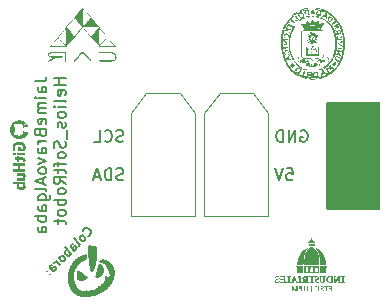
<source format=gbr>
%TF.GenerationSoftware,KiCad,Pcbnew,(7.0.0)*%
%TF.CreationDate,2024-02-03T20:29:28+01:00*%
%TF.ProjectId,Helios_emt,48656c69-6f73-45f6-956d-742e6b696361,rev?*%
%TF.SameCoordinates,PX9d5b340PY5f5e100*%
%TF.FileFunction,Legend,Bot*%
%TF.FilePolarity,Positive*%
%FSLAX46Y46*%
G04 Gerber Fmt 4.6, Leading zero omitted, Abs format (unit mm)*
G04 Created by KiCad (PCBNEW (7.0.0)) date 2024-02-03 20:29:28*
%MOMM*%
%LPD*%
G01*
G04 APERTURE LIST*
%ADD10C,0.150000*%
%ADD11C,0.120000*%
G04 APERTURE END LIST*
D10*
X-9416155Y-6832805D02*
X-9365647Y-6832805D01*
X-9365647Y-6832805D02*
X-9264632Y-6782297D01*
X-9264632Y-6782297D02*
X-9214124Y-6731790D01*
X-9214124Y-6731790D02*
X-9163617Y-6630774D01*
X-9163617Y-6630774D02*
X-9163617Y-6529759D01*
X-9163617Y-6529759D02*
X-9188870Y-6453998D01*
X-9188870Y-6453998D02*
X-9264632Y-6327729D01*
X-9264632Y-6327729D02*
X-9340393Y-6251967D01*
X-9340393Y-6251967D02*
X-9466662Y-6176206D01*
X-9466662Y-6176206D02*
X-9542424Y-6150952D01*
X-9542424Y-6150952D02*
X-9643439Y-6150952D01*
X-9643439Y-6150952D02*
X-9744454Y-6201460D01*
X-9744454Y-6201460D02*
X-9794962Y-6251967D01*
X-9794962Y-6251967D02*
X-9845470Y-6352982D01*
X-9845470Y-6352982D02*
X-9845470Y-6403490D01*
X-9668693Y-7186358D02*
X-9643439Y-7110597D01*
X-9643439Y-7110597D02*
X-9643439Y-7060089D01*
X-9643439Y-7060089D02*
X-9668693Y-6984328D01*
X-9668693Y-6984328D02*
X-9820216Y-6832805D01*
X-9820216Y-6832805D02*
X-9895977Y-6807551D01*
X-9895977Y-6807551D02*
X-9946485Y-6807551D01*
X-9946485Y-6807551D02*
X-10022246Y-6832805D01*
X-10022246Y-6832805D02*
X-10098008Y-6908566D01*
X-10098008Y-6908566D02*
X-10123262Y-6984328D01*
X-10123262Y-6984328D02*
X-10123262Y-7034835D01*
X-10123262Y-7034835D02*
X-10098008Y-7110597D01*
X-10098008Y-7110597D02*
X-9946485Y-7262120D01*
X-9946485Y-7262120D02*
X-9870723Y-7287374D01*
X-9870723Y-7287374D02*
X-9820216Y-7287374D01*
X-9820216Y-7287374D02*
X-9744454Y-7262120D01*
X-9744454Y-7262120D02*
X-9668693Y-7186358D01*
X-10148515Y-7666180D02*
X-10123261Y-7590419D01*
X-10123261Y-7590419D02*
X-10148515Y-7514658D01*
X-10148515Y-7514658D02*
X-10603084Y-7060089D01*
X-10577830Y-8095495D02*
X-10855622Y-7817703D01*
X-10855622Y-7817703D02*
X-10880876Y-7741942D01*
X-10880876Y-7741942D02*
X-10855622Y-7666180D01*
X-10855622Y-7666180D02*
X-10754606Y-7565165D01*
X-10754606Y-7565165D02*
X-10678845Y-7539911D01*
X-10603084Y-8070241D02*
X-10527322Y-8044988D01*
X-10527322Y-8044988D02*
X-10401053Y-7918718D01*
X-10401053Y-7918718D02*
X-10375799Y-7842957D01*
X-10375799Y-7842957D02*
X-10401053Y-7767196D01*
X-10401053Y-7767196D02*
X-10451561Y-7716688D01*
X-10451561Y-7716688D02*
X-10527322Y-7691434D01*
X-10527322Y-7691434D02*
X-10603084Y-7716688D01*
X-10603084Y-7716688D02*
X-10729353Y-7842957D01*
X-10729353Y-7842957D02*
X-10805114Y-7868211D01*
X-10830368Y-8348033D02*
X-11360698Y-7817703D01*
X-11158667Y-8019733D02*
X-11234429Y-8044987D01*
X-11234429Y-8044987D02*
X-11335444Y-8146002D01*
X-11335444Y-8146002D02*
X-11360698Y-8221764D01*
X-11360698Y-8221764D02*
X-11360698Y-8272272D01*
X-11360698Y-8272272D02*
X-11335444Y-8348033D01*
X-11335444Y-8348033D02*
X-11183921Y-8499556D01*
X-11183921Y-8499556D02*
X-11108160Y-8524810D01*
X-11108160Y-8524810D02*
X-11057652Y-8524810D01*
X-11057652Y-8524810D02*
X-10981891Y-8499556D01*
X-10981891Y-8499556D02*
X-10880875Y-8398541D01*
X-10880875Y-8398541D02*
X-10855621Y-8322779D01*
X-11385951Y-8903617D02*
X-11360697Y-8827855D01*
X-11360697Y-8827855D02*
X-11360697Y-8777348D01*
X-11360697Y-8777348D02*
X-11385951Y-8701586D01*
X-11385951Y-8701586D02*
X-11537474Y-8550063D01*
X-11537474Y-8550063D02*
X-11613236Y-8524809D01*
X-11613236Y-8524809D02*
X-11663743Y-8524809D01*
X-11663743Y-8524809D02*
X-11739505Y-8550063D01*
X-11739505Y-8550063D02*
X-11815266Y-8625825D01*
X-11815266Y-8625825D02*
X-11840520Y-8701586D01*
X-11840520Y-8701586D02*
X-11840520Y-8752094D01*
X-11840520Y-8752094D02*
X-11815266Y-8827855D01*
X-11815266Y-8827855D02*
X-11663743Y-8979378D01*
X-11663743Y-8979378D02*
X-11587982Y-9004632D01*
X-11587982Y-9004632D02*
X-11537474Y-9004632D01*
X-11537474Y-9004632D02*
X-11461713Y-8979378D01*
X-11461713Y-8979378D02*
X-11385951Y-8903617D01*
X-11790012Y-9307677D02*
X-12143565Y-8954124D01*
X-12042550Y-9055139D02*
X-12118312Y-9029885D01*
X-12118312Y-9029885D02*
X-12168819Y-9029885D01*
X-12168819Y-9029885D02*
X-12244581Y-9055139D01*
X-12244581Y-9055139D02*
X-12295088Y-9105647D01*
X-12345596Y-9863261D02*
X-12623388Y-9585469D01*
X-12623388Y-9585469D02*
X-12648642Y-9509708D01*
X-12648642Y-9509708D02*
X-12623388Y-9433947D01*
X-12623388Y-9433947D02*
X-12522373Y-9332931D01*
X-12522373Y-9332931D02*
X-12446611Y-9307677D01*
X-12370850Y-9838008D02*
X-12295088Y-9812754D01*
X-12295088Y-9812754D02*
X-12168819Y-9686485D01*
X-12168819Y-9686485D02*
X-12143566Y-9610723D01*
X-12143566Y-9610723D02*
X-12168819Y-9534962D01*
X-12168819Y-9534962D02*
X-12219327Y-9484454D01*
X-12219327Y-9484454D02*
X-12295088Y-9459200D01*
X-12295088Y-9459200D02*
X-12370850Y-9484454D01*
X-12370850Y-9484454D02*
X-12497119Y-9610723D01*
X-12497119Y-9610723D02*
X-12572880Y-9635977D01*
X-12648642Y-10065292D02*
X-12648642Y-10115799D01*
X-12648642Y-10115799D02*
X-12598134Y-10115799D01*
X-12598134Y-10115799D02*
X-12598134Y-10065292D01*
X-12598134Y-10065292D02*
X-12648642Y-10065292D01*
X-12648642Y-10065292D02*
X-12598134Y-10115799D01*
X-12926433Y-9787500D02*
X-12926433Y-9838007D01*
X-12926433Y-9838007D02*
X-12875926Y-9838007D01*
X-12875926Y-9838007D02*
X-12875926Y-9787500D01*
X-12875926Y-9787500D02*
X-12926433Y-9787500D01*
X-12926433Y-9787500D02*
X-12875926Y-9838007D01*
X-13942620Y6226191D02*
X-13228334Y6226191D01*
X-13228334Y6226191D02*
X-13085477Y6273810D01*
X-13085477Y6273810D02*
X-12990239Y6369048D01*
X-12990239Y6369048D02*
X-12942620Y6511905D01*
X-12942620Y6511905D02*
X-12942620Y6607143D01*
X-12942620Y5321429D02*
X-13466429Y5321429D01*
X-13466429Y5321429D02*
X-13561667Y5369048D01*
X-13561667Y5369048D02*
X-13609286Y5464286D01*
X-13609286Y5464286D02*
X-13609286Y5654762D01*
X-13609286Y5654762D02*
X-13561667Y5750000D01*
X-12990239Y5321429D02*
X-12942620Y5416667D01*
X-12942620Y5416667D02*
X-12942620Y5654762D01*
X-12942620Y5654762D02*
X-12990239Y5750000D01*
X-12990239Y5750000D02*
X-13085477Y5797619D01*
X-13085477Y5797619D02*
X-13180715Y5797619D01*
X-13180715Y5797619D02*
X-13275953Y5750000D01*
X-13275953Y5750000D02*
X-13323572Y5654762D01*
X-13323572Y5654762D02*
X-13323572Y5416667D01*
X-13323572Y5416667D02*
X-13371191Y5321429D01*
X-12942620Y4845238D02*
X-13609286Y4845238D01*
X-13942620Y4845238D02*
X-13895000Y4892857D01*
X-13895000Y4892857D02*
X-13847381Y4845238D01*
X-13847381Y4845238D02*
X-13895000Y4797619D01*
X-13895000Y4797619D02*
X-13942620Y4845238D01*
X-13942620Y4845238D02*
X-13847381Y4845238D01*
X-12942620Y4369048D02*
X-13609286Y4369048D01*
X-13514048Y4369048D02*
X-13561667Y4321429D01*
X-13561667Y4321429D02*
X-13609286Y4226191D01*
X-13609286Y4226191D02*
X-13609286Y4083334D01*
X-13609286Y4083334D02*
X-13561667Y3988096D01*
X-13561667Y3988096D02*
X-13466429Y3940477D01*
X-13466429Y3940477D02*
X-12942620Y3940477D01*
X-13466429Y3940477D02*
X-13561667Y3892858D01*
X-13561667Y3892858D02*
X-13609286Y3797620D01*
X-13609286Y3797620D02*
X-13609286Y3654763D01*
X-13609286Y3654763D02*
X-13561667Y3559524D01*
X-13561667Y3559524D02*
X-13466429Y3511905D01*
X-13466429Y3511905D02*
X-12942620Y3511905D01*
X-12990239Y2654763D02*
X-12942620Y2750001D01*
X-12942620Y2750001D02*
X-12942620Y2940477D01*
X-12942620Y2940477D02*
X-12990239Y3035715D01*
X-12990239Y3035715D02*
X-13085477Y3083334D01*
X-13085477Y3083334D02*
X-13466429Y3083334D01*
X-13466429Y3083334D02*
X-13561667Y3035715D01*
X-13561667Y3035715D02*
X-13609286Y2940477D01*
X-13609286Y2940477D02*
X-13609286Y2750001D01*
X-13609286Y2750001D02*
X-13561667Y2654763D01*
X-13561667Y2654763D02*
X-13466429Y2607144D01*
X-13466429Y2607144D02*
X-13371191Y2607144D01*
X-13371191Y2607144D02*
X-13275953Y3083334D01*
X-13466429Y1845239D02*
X-13418810Y1702382D01*
X-13418810Y1702382D02*
X-13371191Y1654763D01*
X-13371191Y1654763D02*
X-13275953Y1607144D01*
X-13275953Y1607144D02*
X-13133096Y1607144D01*
X-13133096Y1607144D02*
X-13037858Y1654763D01*
X-13037858Y1654763D02*
X-12990239Y1702382D01*
X-12990239Y1702382D02*
X-12942620Y1797620D01*
X-12942620Y1797620D02*
X-12942620Y2178572D01*
X-12942620Y2178572D02*
X-13942620Y2178572D01*
X-13942620Y2178572D02*
X-13942620Y1845239D01*
X-13942620Y1845239D02*
X-13895000Y1750001D01*
X-13895000Y1750001D02*
X-13847381Y1702382D01*
X-13847381Y1702382D02*
X-13752143Y1654763D01*
X-13752143Y1654763D02*
X-13656905Y1654763D01*
X-13656905Y1654763D02*
X-13561667Y1702382D01*
X-13561667Y1702382D02*
X-13514048Y1750001D01*
X-13514048Y1750001D02*
X-13466429Y1845239D01*
X-13466429Y1845239D02*
X-13466429Y2178572D01*
X-12942620Y1178572D02*
X-13609286Y1178572D01*
X-13418810Y1178572D02*
X-13514048Y1130953D01*
X-13514048Y1130953D02*
X-13561667Y1083334D01*
X-13561667Y1083334D02*
X-13609286Y988096D01*
X-13609286Y988096D02*
X-13609286Y892858D01*
X-12942620Y130953D02*
X-13466429Y130953D01*
X-13466429Y130953D02*
X-13561667Y178572D01*
X-13561667Y178572D02*
X-13609286Y273810D01*
X-13609286Y273810D02*
X-13609286Y464286D01*
X-13609286Y464286D02*
X-13561667Y559524D01*
X-12990239Y130953D02*
X-12942620Y226191D01*
X-12942620Y226191D02*
X-12942620Y464286D01*
X-12942620Y464286D02*
X-12990239Y559524D01*
X-12990239Y559524D02*
X-13085477Y607143D01*
X-13085477Y607143D02*
X-13180715Y607143D01*
X-13180715Y607143D02*
X-13275953Y559524D01*
X-13275953Y559524D02*
X-13323572Y464286D01*
X-13323572Y464286D02*
X-13323572Y226191D01*
X-13323572Y226191D02*
X-13371191Y130953D01*
X-13609286Y-250000D02*
X-12942620Y-488095D01*
X-12942620Y-488095D02*
X-13609286Y-726190D01*
X-12942620Y-1250000D02*
X-12990239Y-1154762D01*
X-12990239Y-1154762D02*
X-13037858Y-1107143D01*
X-13037858Y-1107143D02*
X-13133096Y-1059524D01*
X-13133096Y-1059524D02*
X-13418810Y-1059524D01*
X-13418810Y-1059524D02*
X-13514048Y-1107143D01*
X-13514048Y-1107143D02*
X-13561667Y-1154762D01*
X-13561667Y-1154762D02*
X-13609286Y-1250000D01*
X-13609286Y-1250000D02*
X-13609286Y-1392857D01*
X-13609286Y-1392857D02*
X-13561667Y-1488095D01*
X-13561667Y-1488095D02*
X-13514048Y-1535714D01*
X-13514048Y-1535714D02*
X-13418810Y-1583333D01*
X-13418810Y-1583333D02*
X-13133096Y-1583333D01*
X-13133096Y-1583333D02*
X-13037858Y-1535714D01*
X-13037858Y-1535714D02*
X-12990239Y-1488095D01*
X-12990239Y-1488095D02*
X-12942620Y-1392857D01*
X-12942620Y-1392857D02*
X-12942620Y-1250000D01*
X-13228334Y-1964286D02*
X-13228334Y-2440476D01*
X-12942620Y-1869048D02*
X-13942620Y-2202381D01*
X-13942620Y-2202381D02*
X-12942620Y-2535714D01*
X-12942620Y-3011905D02*
X-12990239Y-2916667D01*
X-12990239Y-2916667D02*
X-13085477Y-2869048D01*
X-13085477Y-2869048D02*
X-13942620Y-2869048D01*
X-13609286Y-3821429D02*
X-12799762Y-3821429D01*
X-12799762Y-3821429D02*
X-12704524Y-3773810D01*
X-12704524Y-3773810D02*
X-12656905Y-3726191D01*
X-12656905Y-3726191D02*
X-12609286Y-3630953D01*
X-12609286Y-3630953D02*
X-12609286Y-3488096D01*
X-12609286Y-3488096D02*
X-12656905Y-3392858D01*
X-12990239Y-3821429D02*
X-12942620Y-3726191D01*
X-12942620Y-3726191D02*
X-12942620Y-3535715D01*
X-12942620Y-3535715D02*
X-12990239Y-3440477D01*
X-12990239Y-3440477D02*
X-13037858Y-3392858D01*
X-13037858Y-3392858D02*
X-13133096Y-3345239D01*
X-13133096Y-3345239D02*
X-13418810Y-3345239D01*
X-13418810Y-3345239D02*
X-13514048Y-3392858D01*
X-13514048Y-3392858D02*
X-13561667Y-3440477D01*
X-13561667Y-3440477D02*
X-13609286Y-3535715D01*
X-13609286Y-3535715D02*
X-13609286Y-3726191D01*
X-13609286Y-3726191D02*
X-13561667Y-3821429D01*
X-12942620Y-4726191D02*
X-13466429Y-4726191D01*
X-13466429Y-4726191D02*
X-13561667Y-4678572D01*
X-13561667Y-4678572D02*
X-13609286Y-4583334D01*
X-13609286Y-4583334D02*
X-13609286Y-4392858D01*
X-13609286Y-4392858D02*
X-13561667Y-4297620D01*
X-12990239Y-4726191D02*
X-12942620Y-4630953D01*
X-12942620Y-4630953D02*
X-12942620Y-4392858D01*
X-12942620Y-4392858D02*
X-12990239Y-4297620D01*
X-12990239Y-4297620D02*
X-13085477Y-4250001D01*
X-13085477Y-4250001D02*
X-13180715Y-4250001D01*
X-13180715Y-4250001D02*
X-13275953Y-4297620D01*
X-13275953Y-4297620D02*
X-13323572Y-4392858D01*
X-13323572Y-4392858D02*
X-13323572Y-4630953D01*
X-13323572Y-4630953D02*
X-13371191Y-4726191D01*
X-12942620Y-5202382D02*
X-13942620Y-5202382D01*
X-13561667Y-5202382D02*
X-13609286Y-5297620D01*
X-13609286Y-5297620D02*
X-13609286Y-5488096D01*
X-13609286Y-5488096D02*
X-13561667Y-5583334D01*
X-13561667Y-5583334D02*
X-13514048Y-5630953D01*
X-13514048Y-5630953D02*
X-13418810Y-5678572D01*
X-13418810Y-5678572D02*
X-13133096Y-5678572D01*
X-13133096Y-5678572D02*
X-13037858Y-5630953D01*
X-13037858Y-5630953D02*
X-12990239Y-5583334D01*
X-12990239Y-5583334D02*
X-12942620Y-5488096D01*
X-12942620Y-5488096D02*
X-12942620Y-5297620D01*
X-12942620Y-5297620D02*
X-12990239Y-5202382D01*
X-12942620Y-6535715D02*
X-13466429Y-6535715D01*
X-13466429Y-6535715D02*
X-13561667Y-6488096D01*
X-13561667Y-6488096D02*
X-13609286Y-6392858D01*
X-13609286Y-6392858D02*
X-13609286Y-6202382D01*
X-13609286Y-6202382D02*
X-13561667Y-6107144D01*
X-12990239Y-6535715D02*
X-12942620Y-6440477D01*
X-12942620Y-6440477D02*
X-12942620Y-6202382D01*
X-12942620Y-6202382D02*
X-12990239Y-6107144D01*
X-12990239Y-6107144D02*
X-13085477Y-6059525D01*
X-13085477Y-6059525D02*
X-13180715Y-6059525D01*
X-13180715Y-6059525D02*
X-13275953Y-6107144D01*
X-13275953Y-6107144D02*
X-13323572Y-6202382D01*
X-13323572Y-6202382D02*
X-13323572Y-6440477D01*
X-13323572Y-6440477D02*
X-13371191Y-6535715D01*
X-11322620Y6511905D02*
X-12322620Y6511905D01*
X-11846429Y6511905D02*
X-11846429Y5940477D01*
X-11322620Y5940477D02*
X-12322620Y5940477D01*
X-11370239Y5083334D02*
X-11322620Y5178572D01*
X-11322620Y5178572D02*
X-11322620Y5369048D01*
X-11322620Y5369048D02*
X-11370239Y5464286D01*
X-11370239Y5464286D02*
X-11465477Y5511905D01*
X-11465477Y5511905D02*
X-11846429Y5511905D01*
X-11846429Y5511905D02*
X-11941667Y5464286D01*
X-11941667Y5464286D02*
X-11989286Y5369048D01*
X-11989286Y5369048D02*
X-11989286Y5178572D01*
X-11989286Y5178572D02*
X-11941667Y5083334D01*
X-11941667Y5083334D02*
X-11846429Y5035715D01*
X-11846429Y5035715D02*
X-11751191Y5035715D01*
X-11751191Y5035715D02*
X-11655953Y5511905D01*
X-11322620Y4464286D02*
X-11370239Y4559524D01*
X-11370239Y4559524D02*
X-11465477Y4607143D01*
X-11465477Y4607143D02*
X-12322620Y4607143D01*
X-11322620Y4083333D02*
X-11989286Y4083333D01*
X-12322620Y4083333D02*
X-12275000Y4130952D01*
X-12275000Y4130952D02*
X-12227381Y4083333D01*
X-12227381Y4083333D02*
X-12275000Y4035714D01*
X-12275000Y4035714D02*
X-12322620Y4083333D01*
X-12322620Y4083333D02*
X-12227381Y4083333D01*
X-11322620Y3464286D02*
X-11370239Y3559524D01*
X-11370239Y3559524D02*
X-11417858Y3607143D01*
X-11417858Y3607143D02*
X-11513096Y3654762D01*
X-11513096Y3654762D02*
X-11798810Y3654762D01*
X-11798810Y3654762D02*
X-11894048Y3607143D01*
X-11894048Y3607143D02*
X-11941667Y3559524D01*
X-11941667Y3559524D02*
X-11989286Y3464286D01*
X-11989286Y3464286D02*
X-11989286Y3321429D01*
X-11989286Y3321429D02*
X-11941667Y3226191D01*
X-11941667Y3226191D02*
X-11894048Y3178572D01*
X-11894048Y3178572D02*
X-11798810Y3130953D01*
X-11798810Y3130953D02*
X-11513096Y3130953D01*
X-11513096Y3130953D02*
X-11417858Y3178572D01*
X-11417858Y3178572D02*
X-11370239Y3226191D01*
X-11370239Y3226191D02*
X-11322620Y3321429D01*
X-11322620Y3321429D02*
X-11322620Y3464286D01*
X-11370239Y2750000D02*
X-11322620Y2654762D01*
X-11322620Y2654762D02*
X-11322620Y2464286D01*
X-11322620Y2464286D02*
X-11370239Y2369048D01*
X-11370239Y2369048D02*
X-11465477Y2321429D01*
X-11465477Y2321429D02*
X-11513096Y2321429D01*
X-11513096Y2321429D02*
X-11608334Y2369048D01*
X-11608334Y2369048D02*
X-11655953Y2464286D01*
X-11655953Y2464286D02*
X-11655953Y2607143D01*
X-11655953Y2607143D02*
X-11703572Y2702381D01*
X-11703572Y2702381D02*
X-11798810Y2750000D01*
X-11798810Y2750000D02*
X-11846429Y2750000D01*
X-11846429Y2750000D02*
X-11941667Y2702381D01*
X-11941667Y2702381D02*
X-11989286Y2607143D01*
X-11989286Y2607143D02*
X-11989286Y2464286D01*
X-11989286Y2464286D02*
X-11941667Y2369048D01*
X-11227381Y2130952D02*
X-11227381Y1369048D01*
X-11370239Y1178571D02*
X-11322620Y1035714D01*
X-11322620Y1035714D02*
X-11322620Y797619D01*
X-11322620Y797619D02*
X-11370239Y702381D01*
X-11370239Y702381D02*
X-11417858Y654762D01*
X-11417858Y654762D02*
X-11513096Y607143D01*
X-11513096Y607143D02*
X-11608334Y607143D01*
X-11608334Y607143D02*
X-11703572Y654762D01*
X-11703572Y654762D02*
X-11751191Y702381D01*
X-11751191Y702381D02*
X-11798810Y797619D01*
X-11798810Y797619D02*
X-11846429Y988095D01*
X-11846429Y988095D02*
X-11894048Y1083333D01*
X-11894048Y1083333D02*
X-11941667Y1130952D01*
X-11941667Y1130952D02*
X-12036905Y1178571D01*
X-12036905Y1178571D02*
X-12132143Y1178571D01*
X-12132143Y1178571D02*
X-12227381Y1130952D01*
X-12227381Y1130952D02*
X-12275000Y1083333D01*
X-12275000Y1083333D02*
X-12322620Y988095D01*
X-12322620Y988095D02*
X-12322620Y750000D01*
X-12322620Y750000D02*
X-12275000Y607143D01*
X-11322620Y35714D02*
X-11370239Y130952D01*
X-11370239Y130952D02*
X-11417858Y178571D01*
X-11417858Y178571D02*
X-11513096Y226190D01*
X-11513096Y226190D02*
X-11798810Y226190D01*
X-11798810Y226190D02*
X-11894048Y178571D01*
X-11894048Y178571D02*
X-11941667Y130952D01*
X-11941667Y130952D02*
X-11989286Y35714D01*
X-11989286Y35714D02*
X-11989286Y-107143D01*
X-11989286Y-107143D02*
X-11941667Y-202381D01*
X-11941667Y-202381D02*
X-11894048Y-250000D01*
X-11894048Y-250000D02*
X-11798810Y-297619D01*
X-11798810Y-297619D02*
X-11513096Y-297619D01*
X-11513096Y-297619D02*
X-11417858Y-250000D01*
X-11417858Y-250000D02*
X-11370239Y-202381D01*
X-11370239Y-202381D02*
X-11322620Y-107143D01*
X-11322620Y-107143D02*
X-11322620Y35714D01*
X-11989286Y-583334D02*
X-11989286Y-964286D01*
X-11322620Y-726191D02*
X-12179762Y-726191D01*
X-12179762Y-726191D02*
X-12275000Y-773810D01*
X-12275000Y-773810D02*
X-12322620Y-869048D01*
X-12322620Y-869048D02*
X-12322620Y-964286D01*
X-11989286Y-1154763D02*
X-11989286Y-1535715D01*
X-12322620Y-1297620D02*
X-11465477Y-1297620D01*
X-11465477Y-1297620D02*
X-11370239Y-1345239D01*
X-11370239Y-1345239D02*
X-11322620Y-1440477D01*
X-11322620Y-1440477D02*
X-11322620Y-1535715D01*
X-11322620Y-2440477D02*
X-11798810Y-2107144D01*
X-11322620Y-1869049D02*
X-12322620Y-1869049D01*
X-12322620Y-1869049D02*
X-12322620Y-2250001D01*
X-12322620Y-2250001D02*
X-12275000Y-2345239D01*
X-12275000Y-2345239D02*
X-12227381Y-2392858D01*
X-12227381Y-2392858D02*
X-12132143Y-2440477D01*
X-12132143Y-2440477D02*
X-11989286Y-2440477D01*
X-11989286Y-2440477D02*
X-11894048Y-2392858D01*
X-11894048Y-2392858D02*
X-11846429Y-2345239D01*
X-11846429Y-2345239D02*
X-11798810Y-2250001D01*
X-11798810Y-2250001D02*
X-11798810Y-1869049D01*
X-11322620Y-3011906D02*
X-11370239Y-2916668D01*
X-11370239Y-2916668D02*
X-11417858Y-2869049D01*
X-11417858Y-2869049D02*
X-11513096Y-2821430D01*
X-11513096Y-2821430D02*
X-11798810Y-2821430D01*
X-11798810Y-2821430D02*
X-11894048Y-2869049D01*
X-11894048Y-2869049D02*
X-11941667Y-2916668D01*
X-11941667Y-2916668D02*
X-11989286Y-3011906D01*
X-11989286Y-3011906D02*
X-11989286Y-3154763D01*
X-11989286Y-3154763D02*
X-11941667Y-3250001D01*
X-11941667Y-3250001D02*
X-11894048Y-3297620D01*
X-11894048Y-3297620D02*
X-11798810Y-3345239D01*
X-11798810Y-3345239D02*
X-11513096Y-3345239D01*
X-11513096Y-3345239D02*
X-11417858Y-3297620D01*
X-11417858Y-3297620D02*
X-11370239Y-3250001D01*
X-11370239Y-3250001D02*
X-11322620Y-3154763D01*
X-11322620Y-3154763D02*
X-11322620Y-3011906D01*
X-11322620Y-3773811D02*
X-12322620Y-3773811D01*
X-11941667Y-3773811D02*
X-11989286Y-3869049D01*
X-11989286Y-3869049D02*
X-11989286Y-4059525D01*
X-11989286Y-4059525D02*
X-11941667Y-4154763D01*
X-11941667Y-4154763D02*
X-11894048Y-4202382D01*
X-11894048Y-4202382D02*
X-11798810Y-4250001D01*
X-11798810Y-4250001D02*
X-11513096Y-4250001D01*
X-11513096Y-4250001D02*
X-11417858Y-4202382D01*
X-11417858Y-4202382D02*
X-11370239Y-4154763D01*
X-11370239Y-4154763D02*
X-11322620Y-4059525D01*
X-11322620Y-4059525D02*
X-11322620Y-3869049D01*
X-11322620Y-3869049D02*
X-11370239Y-3773811D01*
X-11322620Y-4821430D02*
X-11370239Y-4726192D01*
X-11370239Y-4726192D02*
X-11417858Y-4678573D01*
X-11417858Y-4678573D02*
X-11513096Y-4630954D01*
X-11513096Y-4630954D02*
X-11798810Y-4630954D01*
X-11798810Y-4630954D02*
X-11894048Y-4678573D01*
X-11894048Y-4678573D02*
X-11941667Y-4726192D01*
X-11941667Y-4726192D02*
X-11989286Y-4821430D01*
X-11989286Y-4821430D02*
X-11989286Y-4964287D01*
X-11989286Y-4964287D02*
X-11941667Y-5059525D01*
X-11941667Y-5059525D02*
X-11894048Y-5107144D01*
X-11894048Y-5107144D02*
X-11798810Y-5154763D01*
X-11798810Y-5154763D02*
X-11513096Y-5154763D01*
X-11513096Y-5154763D02*
X-11417858Y-5107144D01*
X-11417858Y-5107144D02*
X-11370239Y-5059525D01*
X-11370239Y-5059525D02*
X-11322620Y-4964287D01*
X-11322620Y-4964287D02*
X-11322620Y-4821430D01*
X-11989286Y-5440478D02*
X-11989286Y-5821430D01*
X-12322620Y-5583335D02*
X-11465477Y-5583335D01*
X-11465477Y-5583335D02*
X-11370239Y-5630954D01*
X-11370239Y-5630954D02*
X-11322620Y-5726192D01*
X-11322620Y-5726192D02*
X-11322620Y-5821430D01*
X-6440477Y1143239D02*
X-6583334Y1095620D01*
X-6583334Y1095620D02*
X-6821429Y1095620D01*
X-6821429Y1095620D02*
X-6916667Y1143239D01*
X-6916667Y1143239D02*
X-6964286Y1190858D01*
X-6964286Y1190858D02*
X-7011905Y1286096D01*
X-7011905Y1286096D02*
X-7011905Y1381334D01*
X-7011905Y1381334D02*
X-6964286Y1476572D01*
X-6964286Y1476572D02*
X-6916667Y1524191D01*
X-6916667Y1524191D02*
X-6821429Y1571810D01*
X-6821429Y1571810D02*
X-6630953Y1619429D01*
X-6630953Y1619429D02*
X-6535715Y1667048D01*
X-6535715Y1667048D02*
X-6488096Y1714667D01*
X-6488096Y1714667D02*
X-6440477Y1809905D01*
X-6440477Y1809905D02*
X-6440477Y1905143D01*
X-6440477Y1905143D02*
X-6488096Y2000381D01*
X-6488096Y2000381D02*
X-6535715Y2048000D01*
X-6535715Y2048000D02*
X-6630953Y2095620D01*
X-6630953Y2095620D02*
X-6869048Y2095620D01*
X-6869048Y2095620D02*
X-7011905Y2048000D01*
X-8011905Y1190858D02*
X-7964286Y1143239D01*
X-7964286Y1143239D02*
X-7821429Y1095620D01*
X-7821429Y1095620D02*
X-7726191Y1095620D01*
X-7726191Y1095620D02*
X-7583334Y1143239D01*
X-7583334Y1143239D02*
X-7488096Y1238477D01*
X-7488096Y1238477D02*
X-7440477Y1333715D01*
X-7440477Y1333715D02*
X-7392858Y1524191D01*
X-7392858Y1524191D02*
X-7392858Y1667048D01*
X-7392858Y1667048D02*
X-7440477Y1857524D01*
X-7440477Y1857524D02*
X-7488096Y1952762D01*
X-7488096Y1952762D02*
X-7583334Y2048000D01*
X-7583334Y2048000D02*
X-7726191Y2095620D01*
X-7726191Y2095620D02*
X-7821429Y2095620D01*
X-7821429Y2095620D02*
X-7964286Y2048000D01*
X-7964286Y2048000D02*
X-8011905Y2000381D01*
X-8916667Y1095620D02*
X-8440477Y1095620D01*
X-8440477Y1095620D02*
X-8440477Y2095620D01*
X-6440477Y-2096761D02*
X-6583334Y-2144380D01*
X-6583334Y-2144380D02*
X-6821429Y-2144380D01*
X-6821429Y-2144380D02*
X-6916667Y-2096761D01*
X-6916667Y-2096761D02*
X-6964286Y-2049142D01*
X-6964286Y-2049142D02*
X-7011905Y-1953904D01*
X-7011905Y-1953904D02*
X-7011905Y-1858666D01*
X-7011905Y-1858666D02*
X-6964286Y-1763428D01*
X-6964286Y-1763428D02*
X-6916667Y-1715809D01*
X-6916667Y-1715809D02*
X-6821429Y-1668190D01*
X-6821429Y-1668190D02*
X-6630953Y-1620571D01*
X-6630953Y-1620571D02*
X-6535715Y-1572952D01*
X-6535715Y-1572952D02*
X-6488096Y-1525333D01*
X-6488096Y-1525333D02*
X-6440477Y-1430095D01*
X-6440477Y-1430095D02*
X-6440477Y-1334857D01*
X-6440477Y-1334857D02*
X-6488096Y-1239619D01*
X-6488096Y-1239619D02*
X-6535715Y-1192000D01*
X-6535715Y-1192000D02*
X-6630953Y-1144380D01*
X-6630953Y-1144380D02*
X-6869048Y-1144380D01*
X-6869048Y-1144380D02*
X-7011905Y-1192000D01*
X-7440477Y-2144380D02*
X-7440477Y-1144380D01*
X-7440477Y-1144380D02*
X-7678572Y-1144380D01*
X-7678572Y-1144380D02*
X-7821429Y-1192000D01*
X-7821429Y-1192000D02*
X-7916667Y-1287238D01*
X-7916667Y-1287238D02*
X-7964286Y-1382476D01*
X-7964286Y-1382476D02*
X-8011905Y-1572952D01*
X-8011905Y-1572952D02*
X-8011905Y-1715809D01*
X-8011905Y-1715809D02*
X-7964286Y-1906285D01*
X-7964286Y-1906285D02*
X-7916667Y-2001523D01*
X-7916667Y-2001523D02*
X-7821429Y-2096761D01*
X-7821429Y-2096761D02*
X-7678572Y-2144380D01*
X-7678572Y-2144380D02*
X-7440477Y-2144380D01*
X-8392858Y-1858666D02*
X-8869048Y-1858666D01*
X-8297620Y-2144380D02*
X-8630953Y-1144380D01*
X-8630953Y-1144380D02*
X-8964286Y-2144380D01*
X8608714Y2048000D02*
X8703952Y2095620D01*
X8703952Y2095620D02*
X8846809Y2095620D01*
X8846809Y2095620D02*
X8989666Y2048000D01*
X8989666Y2048000D02*
X9084904Y1952762D01*
X9084904Y1952762D02*
X9132523Y1857524D01*
X9132523Y1857524D02*
X9180142Y1667048D01*
X9180142Y1667048D02*
X9180142Y1524191D01*
X9180142Y1524191D02*
X9132523Y1333715D01*
X9132523Y1333715D02*
X9084904Y1238477D01*
X9084904Y1238477D02*
X8989666Y1143239D01*
X8989666Y1143239D02*
X8846809Y1095620D01*
X8846809Y1095620D02*
X8751571Y1095620D01*
X8751571Y1095620D02*
X8608714Y1143239D01*
X8608714Y1143239D02*
X8561095Y1190858D01*
X8561095Y1190858D02*
X8561095Y1524191D01*
X8561095Y1524191D02*
X8751571Y1524191D01*
X8132523Y1095620D02*
X8132523Y2095620D01*
X8132523Y2095620D02*
X7561095Y1095620D01*
X7561095Y1095620D02*
X7561095Y2095620D01*
X7084904Y1095620D02*
X7084904Y2095620D01*
X7084904Y2095620D02*
X6846809Y2095620D01*
X6846809Y2095620D02*
X6703952Y2048000D01*
X6703952Y2048000D02*
X6608714Y1952762D01*
X6608714Y1952762D02*
X6561095Y1857524D01*
X6561095Y1857524D02*
X6513476Y1667048D01*
X6513476Y1667048D02*
X6513476Y1524191D01*
X6513476Y1524191D02*
X6561095Y1333715D01*
X6561095Y1333715D02*
X6608714Y1238477D01*
X6608714Y1238477D02*
X6703952Y1143239D01*
X6703952Y1143239D02*
X6846809Y1095620D01*
X6846809Y1095620D02*
X7084904Y1095620D01*
X7418238Y-1144380D02*
X7894428Y-1144380D01*
X7894428Y-1144380D02*
X7942047Y-1620571D01*
X7942047Y-1620571D02*
X7894428Y-1572952D01*
X7894428Y-1572952D02*
X7799190Y-1525333D01*
X7799190Y-1525333D02*
X7561095Y-1525333D01*
X7561095Y-1525333D02*
X7465857Y-1572952D01*
X7465857Y-1572952D02*
X7418238Y-1620571D01*
X7418238Y-1620571D02*
X7370619Y-1715809D01*
X7370619Y-1715809D02*
X7370619Y-1953904D01*
X7370619Y-1953904D02*
X7418238Y-2049142D01*
X7418238Y-2049142D02*
X7465857Y-2096761D01*
X7465857Y-2096761D02*
X7561095Y-2144380D01*
X7561095Y-2144380D02*
X7799190Y-2144380D01*
X7799190Y-2144380D02*
X7894428Y-2096761D01*
X7894428Y-2096761D02*
X7942047Y-2049142D01*
X7084904Y-1144380D02*
X6751571Y-2144380D01*
X6751571Y-2144380D02*
X6418238Y-1144380D01*
D11*
%TO.C,J2*%
X4558000Y5261000D02*
X5858000Y3561000D01*
X1738000Y5261000D02*
X4558000Y5261000D01*
X1738000Y5261000D02*
X438000Y3561000D01*
X5858000Y3561000D02*
X5858000Y-5159000D01*
X438000Y3561000D02*
X438000Y-5159000D01*
X438000Y-5159000D02*
X5858000Y-5159000D01*
%TO.C,J1*%
X-1665000Y5261000D02*
X-365000Y3561000D01*
X-4485000Y5261000D02*
X-1665000Y5261000D01*
X-4485000Y5261000D02*
X-5785000Y3561000D01*
X-365000Y3561000D02*
X-365000Y-5159000D01*
X-5785000Y3561000D02*
X-5785000Y-5159000D01*
X-5785000Y-5159000D02*
X-365000Y-5159000D01*
%TO.C,G\u002A\u002A\u002A*%
G36*
X9162177Y9227363D02*
G01*
X9162035Y9232453D01*
X9171161Y9232839D01*
X9162177Y9227363D01*
G37*
G36*
X10772823Y8310949D02*
G01*
X10756068Y8294195D01*
X10739314Y8310949D01*
X10756068Y8327704D01*
X10772823Y8310949D01*
G37*
G36*
X10136148Y7138126D02*
G01*
X10119393Y7121372D01*
X10102638Y7138126D01*
X10119393Y7154881D01*
X10136148Y7138126D01*
G37*
G36*
X10136148Y7875329D02*
G01*
X10119393Y7858575D01*
X10102638Y7875329D01*
X10119393Y7892084D01*
X10136148Y7875329D01*
G37*
G36*
X9935092Y7171635D02*
G01*
X9918338Y7154881D01*
X9901583Y7171635D01*
X9918338Y7188390D01*
X9935092Y7171635D01*
G37*
G36*
X9734037Y9148680D02*
G01*
X9717282Y9131926D01*
X9700527Y9148680D01*
X9717282Y9165435D01*
X9734037Y9148680D01*
G37*
G36*
X9700527Y9081662D02*
G01*
X9683773Y9064907D01*
X9667018Y9081662D01*
X9683773Y9098416D01*
X9700527Y9081662D01*
G37*
G36*
X9633509Y7674274D02*
G01*
X9616754Y7657519D01*
X9600000Y7674274D01*
X9616754Y7691029D01*
X9633509Y7674274D01*
G37*
G36*
X9398944Y8612533D02*
G01*
X9382190Y8595778D01*
X9365435Y8612533D01*
X9382190Y8629287D01*
X9398944Y8612533D01*
G37*
G36*
X9331926Y8746569D02*
G01*
X9315171Y8729815D01*
X9298417Y8746569D01*
X9315171Y8763324D01*
X9331926Y8746569D01*
G37*
G36*
X9331926Y9081662D02*
G01*
X9315171Y9064907D01*
X9298417Y9081662D01*
X9315171Y9098416D01*
X9331926Y9081662D01*
G37*
G36*
X9415699Y9243179D02*
G01*
X9171161Y9232839D01*
X9206510Y9254383D01*
X9301667Y9257076D01*
X9415699Y9243179D01*
G37*
G36*
X8594723Y7841820D02*
G01*
X8577968Y7825066D01*
X8561214Y7841820D01*
X8577968Y7858575D01*
X8594723Y7841820D01*
G37*
G36*
X10225506Y7177220D02*
G01*
X10230748Y7167141D01*
X10203166Y7154881D01*
X10185426Y7157299D01*
X10180827Y7177220D01*
X10185738Y7181231D01*
X10225506Y7177220D01*
G37*
G36*
X9697882Y8816380D02*
G01*
X9695513Y8782393D01*
X9680282Y8772400D01*
X9673642Y8784255D01*
X9677637Y8836626D01*
X9689698Y8852136D01*
X9697882Y8816380D01*
G37*
G36*
X9331926Y8662796D02*
G01*
X9329508Y8645057D01*
X9309586Y8640457D01*
X9305576Y8645368D01*
X9309586Y8685136D01*
X9319665Y8690378D01*
X9331926Y8662796D01*
G37*
G36*
X9237681Y7144262D02*
G01*
X9253192Y7132201D01*
X9217436Y7124017D01*
X9183449Y7126386D01*
X9173455Y7141617D01*
X9185310Y7148257D01*
X9237681Y7144262D01*
G37*
G36*
X9086192Y7177220D02*
G01*
X9091434Y7167141D01*
X9063852Y7154881D01*
X9046112Y7157299D01*
X9041513Y7177220D01*
X9046424Y7181231D01*
X9086192Y7177220D01*
G37*
G36*
X8558568Y8112686D02*
G01*
X8556199Y8078699D01*
X8540968Y8068706D01*
X8534328Y8080561D01*
X8538323Y8132932D01*
X8550384Y8148442D01*
X8558568Y8112686D01*
G37*
G36*
X10949305Y7929751D02*
G01*
X10953635Y7925338D01*
X10969695Y7900791D01*
X10930547Y7910993D01*
X10899275Y7927704D01*
X10889219Y7952631D01*
X10905370Y7956220D01*
X10949305Y7929751D01*
G37*
G36*
X9561464Y9967981D02*
G01*
X9563244Y9951714D01*
X9534657Y9941174D01*
X9520542Y9947525D01*
X9496959Y9978872D01*
X9501924Y9994585D01*
X9532113Y10002715D01*
X9561464Y9967981D01*
G37*
G36*
X9898100Y8705783D02*
G01*
X9944931Y8661793D01*
X9975632Y8616744D01*
X9972376Y8595778D01*
X9958309Y8599272D01*
X9914565Y8632585D01*
X9878685Y8679445D01*
X9873465Y8712867D01*
X9898100Y8705783D01*
G37*
G36*
X9687170Y8694764D02*
G01*
X9717282Y8662796D01*
X9722518Y8649816D01*
X9702505Y8629287D01*
X9692779Y8630575D01*
X9667018Y8662796D01*
X9667402Y8670380D01*
X9681795Y8696306D01*
X9687170Y8694764D01*
G37*
G36*
X9693020Y10006790D02*
G01*
X9727614Y9972170D01*
X9725477Y9953150D01*
X9683773Y9936147D01*
X9656107Y9941615D01*
X9639932Y9972170D01*
X9644482Y9982105D01*
X9683773Y10008192D01*
X9693020Y10006790D01*
G37*
G36*
X10754456Y8057607D02*
G01*
X10770571Y8019904D01*
X10769469Y7960638D01*
X10750484Y7914423D01*
X10728812Y7896150D01*
X10716559Y7908868D01*
X10717727Y7975833D01*
X10727109Y8030808D01*
X10747691Y8059606D01*
X10754456Y8057607D01*
G37*
G36*
X9830164Y8777909D02*
G01*
X9828474Y8702927D01*
X9827921Y8696347D01*
X9814048Y8625100D01*
X9793289Y8595778D01*
X9780743Y8622092D01*
X9788376Y8687928D01*
X9800232Y8733916D01*
X9820110Y8787999D01*
X9830164Y8777909D01*
G37*
G36*
X9516005Y9058522D02*
G01*
X9524647Y8991070D01*
X9524675Y8989489D01*
X9524325Y8920252D01*
X9516252Y8912714D01*
X9495260Y8961683D01*
X9481581Y9020257D01*
X9493307Y9072146D01*
X9496750Y9074910D01*
X9516005Y9058522D01*
G37*
G36*
X9633658Y9882603D02*
G01*
X9667100Y9844720D01*
X9644679Y9790941D01*
X9640889Y9787309D01*
X9591730Y9771998D01*
X9553321Y9821606D01*
X9543156Y9849016D01*
X9532981Y9881444D01*
X9545441Y9885400D01*
X9600000Y9888277D01*
X9633658Y9882603D01*
G37*
G36*
X10069129Y7682641D02*
G01*
X10059319Y7646401D01*
X10010488Y7593185D01*
X9951207Y7564273D01*
X9911995Y7570361D01*
X9901583Y7627595D01*
X9909866Y7670836D01*
X9947763Y7680478D01*
X9972557Y7676549D01*
X10031537Y7700349D01*
X10059052Y7717789D01*
X10069129Y7682641D01*
G37*
G36*
X9557880Y7679873D02*
G01*
X9535701Y7629091D01*
X9533272Y7624648D01*
X9487509Y7568910D01*
X9448779Y7562029D01*
X9432454Y7607255D01*
X9434003Y7630162D01*
X9446468Y7657519D01*
X9462140Y7660734D01*
X9517384Y7679355D01*
X9539145Y7686783D01*
X9557880Y7679873D01*
G37*
G36*
X10913396Y8052427D02*
G01*
X10923277Y8025574D01*
X10914072Y8015000D01*
X10871035Y8010797D01*
X10851904Y8008025D01*
X10839841Y7961080D01*
X10836588Y7920345D01*
X10823087Y7892084D01*
X10812083Y7912815D01*
X10806332Y7975857D01*
X10821505Y8040954D01*
X10875328Y8059630D01*
X10913396Y8052427D01*
G37*
G36*
X8546363Y8315123D02*
G01*
X8561214Y8260686D01*
X8551884Y8221604D01*
X8510950Y8193667D01*
X8487827Y8197448D01*
X8460686Y8227176D01*
X8462050Y8236361D01*
X8496173Y8260686D01*
X8508293Y8263317D01*
X8510950Y8294195D01*
X8505714Y8307175D01*
X8525727Y8327704D01*
X8546363Y8315123D01*
G37*
G36*
X9502977Y8744119D02*
G01*
X9516971Y8702712D01*
X9530626Y8637664D01*
X9529141Y8622008D01*
X9500524Y8595778D01*
X9486658Y8602893D01*
X9487354Y8646042D01*
X9492108Y8671888D01*
X9470600Y8696306D01*
X9454134Y8705817D01*
X9456120Y8752497D01*
X9463182Y8769946D01*
X9480931Y8787633D01*
X9502977Y8744119D01*
G37*
G36*
X9289666Y8987143D02*
G01*
X9278861Y8914886D01*
X9274120Y8897188D01*
X9252399Y8852782D01*
X9227480Y8869045D01*
X9223854Y8875001D01*
X9201198Y8935039D01*
X9203978Y8978011D01*
X9231398Y8981134D01*
X9245250Y8976269D01*
X9264907Y9001496D01*
X9266474Y9016471D01*
X9283293Y9024182D01*
X9289666Y8987143D01*
G37*
G36*
X9980584Y9102883D02*
G01*
X9990772Y9023929D01*
X9994664Y8912564D01*
X9991956Y8809632D01*
X9979492Y8726704D01*
X9956501Y8705891D01*
X9930339Y8736652D01*
X9914971Y8806851D01*
X9920963Y8862430D01*
X9941728Y8876505D01*
X9948992Y8876131D01*
X9959270Y8913996D01*
X9955335Y8994907D01*
X9952128Y9028680D01*
X9953049Y9102491D01*
X9966742Y9131926D01*
X9980584Y9102883D01*
G37*
G36*
X11819987Y9095628D02*
G01*
X11921815Y9079263D01*
X12021042Y9083875D01*
X12064662Y9091283D01*
X12104466Y9079148D01*
X12113192Y9023058D01*
X12113144Y9010819D01*
X12107902Y8972405D01*
X12082973Y8956069D01*
X12022877Y8958092D01*
X11912137Y8974754D01*
X11879289Y8980253D01*
X11777029Y9003260D01*
X11725366Y9030214D01*
X11711082Y9067190D01*
X11715819Y9099544D01*
X11745902Y9112244D01*
X11819987Y9095628D01*
G37*
G36*
X9848785Y9041586D02*
G01*
X9866886Y8972757D01*
X9865699Y8880606D01*
X9817810Y8964380D01*
X9814299Y8970391D01*
X9779311Y9010090D01*
X9761920Y8987694D01*
X9764922Y8906273D01*
X9760246Y8886396D01*
X9718628Y8884727D01*
X9694139Y8899989D01*
X9667018Y8953188D01*
X9670751Y8974315D01*
X9697016Y8983304D01*
X9714686Y8980808D01*
X9746228Y9014836D01*
X9761151Y9042525D01*
X9806432Y9067321D01*
X9848785Y9041586D01*
G37*
G36*
X7516371Y9135840D02*
G01*
X7522453Y9089731D01*
X7522327Y9080240D01*
X7511409Y9037791D01*
X7470005Y9020408D01*
X7380038Y9019130D01*
X7348782Y9019431D01*
X7251216Y9012054D01*
X7187335Y8995017D01*
X7141820Y8971224D01*
X7122676Y8982037D01*
X7120316Y9046070D01*
X7131512Y9102929D01*
X7178958Y9125857D01*
X7194277Y9125909D01*
X7276646Y9131896D01*
X7380013Y9144387D01*
X7413713Y9149021D01*
X7486139Y9153296D01*
X7516371Y9135840D01*
G37*
G36*
X11559939Y11323831D02*
G01*
X11560706Y11322814D01*
X11599616Y11259578D01*
X11607881Y11221225D01*
X11582117Y11223118D01*
X11560179Y11219871D01*
X11500324Y11182317D01*
X11422948Y11116190D01*
X11349751Y11048404D01*
X11303173Y11017158D01*
X11271372Y11022102D01*
X11237223Y11057858D01*
X11204710Y11104717D01*
X11215997Y11135802D01*
X11280499Y11171622D01*
X11363999Y11225736D01*
X11445112Y11303557D01*
X11446303Y11305071D01*
X11493496Y11359424D01*
X11523741Y11364329D01*
X11559939Y11323831D01*
G37*
G36*
X7859071Y11474388D02*
G01*
X7866458Y11453859D01*
X7913552Y11394789D01*
X7989438Y11326781D01*
X8039256Y11287031D01*
X8086679Y11239867D01*
X8092334Y11204917D01*
X8064139Y11165041D01*
X8019839Y11127934D01*
X7995908Y11146181D01*
X7981360Y11171486D01*
X7928474Y11229596D01*
X7858432Y11290664D01*
X7792063Y11337249D01*
X7750195Y11351912D01*
X7744558Y11350406D01*
X7723138Y11361987D01*
X7740477Y11404261D01*
X7790501Y11460817D01*
X7806040Y11474465D01*
X7846873Y11498969D01*
X7859071Y11474388D01*
G37*
G36*
X8230540Y11784344D02*
G01*
X8238285Y11768124D01*
X8285317Y11699165D01*
X8353042Y11619227D01*
X8454370Y11510755D01*
X8332611Y11410390D01*
X8265508Y11356426D01*
X8208559Y11320367D01*
X8164369Y11314258D01*
X8111579Y11330366D01*
X8064879Y11361088D01*
X8068052Y11387761D01*
X8122168Y11387650D01*
X8155842Y11384572D01*
X8231539Y11399925D01*
X8298072Y11433104D01*
X8326649Y11472203D01*
X8318392Y11490686D01*
X8275799Y11548918D01*
X8209108Y11626310D01*
X8160465Y11680654D01*
X8121291Y11734806D01*
X8119833Y11768378D01*
X8150467Y11797812D01*
X8162276Y11806201D01*
X8205270Y11821867D01*
X8230540Y11784344D01*
G37*
G36*
X9631930Y12250840D02*
G01*
X9654543Y12229715D01*
X9717631Y12227027D01*
X9755096Y12233927D01*
X9757141Y12202484D01*
X9752275Y12180268D01*
X9767587Y12126708D01*
X9772516Y12120602D01*
X9785777Y12064875D01*
X9775708Y11996189D01*
X9749434Y11941194D01*
X9714077Y11926540D01*
X9693314Y11931106D01*
X9651303Y11914875D01*
X9640585Y11903113D01*
X9588837Y11897856D01*
X9527138Y11933248D01*
X9477482Y11998686D01*
X9458704Y12055374D01*
X9471374Y12080738D01*
X9486913Y12096870D01*
X9481109Y12152826D01*
X9478172Y12162427D01*
X9474555Y12207132D01*
X9509587Y12205206D01*
X9540417Y12202232D01*
X9582275Y12241084D01*
X9604832Y12276864D01*
X9631930Y12250840D01*
G37*
G36*
X7496683Y8864936D02*
G01*
X7556354Y8789462D01*
X7595004Y8685754D01*
X7605189Y8581547D01*
X7580680Y8503628D01*
X7533739Y8464181D01*
X7508000Y8473862D01*
X7521248Y8526557D01*
X7532528Y8549536D01*
X7557938Y8654242D01*
X7537644Y8737252D01*
X7474582Y8782466D01*
X7403416Y8791426D01*
X7310499Y8766824D01*
X7258053Y8704642D01*
X7254888Y8618751D01*
X7309811Y8523021D01*
X7328574Y8501548D01*
X7345602Y8469197D01*
X7315189Y8461741D01*
X7290454Y8469271D01*
X7240964Y8523285D01*
X7202692Y8610457D01*
X7187335Y8708232D01*
X7188672Y8734258D01*
X7225722Y8834994D01*
X7300849Y8896148D01*
X7396890Y8909027D01*
X7496683Y8864936D01*
G37*
G36*
X12144092Y9653023D02*
G01*
X12146702Y9622893D01*
X12141124Y9608068D01*
X12091556Y9565292D01*
X12007365Y9522979D01*
X11868029Y9468246D01*
X11954009Y9400614D01*
X11954759Y9400026D01*
X12030806Y9352655D01*
X12093346Y9332981D01*
X12128464Y9317568D01*
X12146702Y9249208D01*
X12136784Y9186472D01*
X12101979Y9169528D01*
X12046174Y9215699D01*
X12017024Y9242322D01*
X11958298Y9265963D01*
X11938981Y9268997D01*
X11912137Y9298833D01*
X11891124Y9325822D01*
X11828364Y9352730D01*
X11816181Y9356056D01*
X11753062Y9392954D01*
X11752116Y9444759D01*
X11811566Y9507528D01*
X11929634Y9577320D01*
X12001775Y9612535D01*
X12084524Y9650552D01*
X12127664Y9663146D01*
X12144092Y9653023D01*
G37*
G36*
X8416915Y8302316D02*
G01*
X8427177Y8245909D01*
X8416516Y8188648D01*
X8385290Y8159139D01*
X8371878Y8151025D01*
X8402045Y8123965D01*
X8441648Y8078012D01*
X8460686Y7974192D01*
X8460418Y7958553D01*
X8446051Y7881478D01*
X8414818Y7858985D01*
X8373713Y7897261D01*
X8365560Y7915988D01*
X8388490Y7912038D01*
X8388801Y7911848D01*
X8417668Y7919606D01*
X8427177Y7990634D01*
X8425185Y8025745D01*
X8406212Y8082652D01*
X8377000Y8087873D01*
X8349748Y8034498D01*
X8348554Y8030135D01*
X8337036Y8015891D01*
X8330536Y8066030D01*
X8337067Y8131619D01*
X8362443Y8178324D01*
X8376229Y8192498D01*
X8380661Y8246247D01*
X8376228Y8268111D01*
X8395131Y8311854D01*
X8416915Y8302316D01*
G37*
G36*
X7434718Y10297557D02*
G01*
X7528166Y10249292D01*
X7541720Y10236336D01*
X7581033Y10174985D01*
X7583001Y10096415D01*
X7549205Y9980413D01*
X7502357Y9896149D01*
X7440300Y9870244D01*
X7397426Y9873225D01*
X7396996Y9889794D01*
X7447031Y9934256D01*
X7481902Y9969482D01*
X7520007Y10055435D01*
X7503534Y10133347D01*
X7439558Y10186523D01*
X7335155Y10198265D01*
X7315226Y10195096D01*
X7229401Y10154611D01*
X7192158Y10085945D01*
X7212711Y10003736D01*
X7244597Y9947355D01*
X7248129Y9911424D01*
X7209519Y9902638D01*
X7187333Y9914111D01*
X7165366Y9971686D01*
X7160913Y10058043D01*
X7174241Y10150909D01*
X7205618Y10228011D01*
X7237548Y10262541D01*
X7329037Y10301392D01*
X7434718Y10297557D01*
G37*
G36*
X7920792Y7762131D02*
G01*
X7940792Y7742087D01*
X7987810Y7738977D01*
X8011057Y7741066D01*
X8025066Y7695799D01*
X8032168Y7656147D01*
X8066952Y7612599D01*
X8090308Y7594463D01*
X8062659Y7563289D01*
X8042349Y7541566D01*
X8039505Y7493720D01*
X8040920Y7469967D01*
X7993534Y7456464D01*
X7952688Y7449917D01*
X7924538Y7422955D01*
X7923564Y7414945D01*
X7891029Y7389445D01*
X7874557Y7396447D01*
X7857520Y7443294D01*
X7851244Y7469153D01*
X7814606Y7480676D01*
X7775904Y7490484D01*
X7733986Y7544109D01*
X7716465Y7598683D01*
X7726635Y7624010D01*
X7744595Y7637470D01*
X7756992Y7693006D01*
X7764154Y7732568D01*
X7794248Y7738977D01*
X7816989Y7733700D01*
X7861266Y7762131D01*
X7890378Y7791537D01*
X7920792Y7762131D01*
G37*
G36*
X11478314Y7880898D02*
G01*
X11540396Y7871724D01*
X11555460Y7850760D01*
X11557685Y7821149D01*
X11598821Y7773638D01*
X11634274Y7738815D01*
X11615023Y7725604D01*
X11589450Y7713867D01*
X11586754Y7657519D01*
X11587160Y7606832D01*
X11540398Y7590501D01*
X11503850Y7581500D01*
X11475451Y7531860D01*
X11474535Y7507322D01*
X11464418Y7491500D01*
X11430723Y7530694D01*
X11389453Y7567111D01*
X11348016Y7549124D01*
X11347402Y7548513D01*
X11317223Y7532926D01*
X11308971Y7577097D01*
X11302921Y7618389D01*
X11268760Y7684327D01*
X11246330Y7713364D01*
X11267708Y7724538D01*
X11285150Y7731817D01*
X11287579Y7774802D01*
X11284092Y7804462D01*
X11322140Y7825066D01*
X11348541Y7828676D01*
X11375989Y7852990D01*
X11405076Y7872708D01*
X11475043Y7880914D01*
X11478314Y7880898D01*
G37*
G36*
X11647409Y8356604D02*
G01*
X11723367Y8339043D01*
X11815160Y8315006D01*
X11895739Y8291665D01*
X11938058Y8276193D01*
X11939617Y8264412D01*
X11925717Y8214233D01*
X11924355Y8210727D01*
X11900552Y8176965D01*
X11866287Y8205153D01*
X11866122Y8205357D01*
X11808388Y8248652D01*
X11723136Y8286886D01*
X11631293Y8301866D01*
X11565847Y8270126D01*
X11543535Y8187826D01*
X11562145Y8145565D01*
X11625212Y8089530D01*
X11710196Y8044554D01*
X11793191Y8026121D01*
X11831206Y8021106D01*
X11841096Y7992041D01*
X11810352Y7923244D01*
X11776369Y7881954D01*
X11734956Y7893924D01*
X11729616Y7898407D01*
X11668508Y7941899D01*
X11585422Y7994106D01*
X11555146Y8013330D01*
X11493489Y8076074D01*
X11476517Y8157272D01*
X11476660Y8164851D01*
X11500074Y8258408D01*
X11552366Y8331629D01*
X11617437Y8361213D01*
X11647409Y8356604D01*
G37*
G36*
X7708253Y11227646D02*
G01*
X7745961Y11197002D01*
X7744067Y11180554D01*
X7681596Y11177055D01*
X7618809Y11165329D01*
X7589446Y11131931D01*
X7600942Y11108646D01*
X7656580Y11061847D01*
X7737558Y11014541D01*
X7820450Y10979684D01*
X7881827Y10970232D01*
X7886100Y10970712D01*
X7897828Y10947803D01*
X7865073Y10875862D01*
X7855013Y10859068D01*
X7817505Y10813960D01*
X7797456Y10818948D01*
X7781042Y10842460D01*
X7721810Y10892300D01*
X7641423Y10946701D01*
X7562957Y10990476D01*
X7509487Y11008443D01*
X7488721Y10986318D01*
X7501890Y10932331D01*
X7544375Y10868667D01*
X7563190Y10845705D01*
X7574188Y10813003D01*
X7541332Y10816836D01*
X7474302Y10858596D01*
X7443845Y10883551D01*
X7428048Y10915166D01*
X7442060Y10963798D01*
X7487287Y11050208D01*
X7517052Y11103944D01*
X7576266Y11200394D01*
X7621072Y11247701D01*
X7661668Y11254056D01*
X7708253Y11227646D01*
G37*
G36*
X7150114Y9840478D02*
G01*
X7160527Y9828893D01*
X7227324Y9806918D01*
X7350677Y9806969D01*
X7375714Y9808588D01*
X7467447Y9809641D01*
X7511257Y9795874D01*
X7522448Y9763408D01*
X7514818Y9733907D01*
X7474446Y9717796D01*
X7384773Y9721209D01*
X7247119Y9734468D01*
X7368018Y9600647D01*
X7412610Y9546873D01*
X7467487Y9463555D01*
X7488918Y9404534D01*
X7487331Y9385604D01*
X7467233Y9358427D01*
X7411544Y9346874D01*
X7304673Y9345989D01*
X7222352Y9350104D01*
X7144599Y9365953D01*
X7120372Y9395142D01*
X7123037Y9408503D01*
X7161721Y9429224D01*
X7254353Y9427766D01*
X7285051Y9425456D01*
X7358866Y9426515D01*
X7388390Y9438185D01*
X7379324Y9453732D01*
X7330790Y9502836D01*
X7254353Y9567546D01*
X7180998Y9632091D01*
X7133382Y9701578D01*
X7120830Y9779794D01*
X7121120Y9797208D01*
X7129565Y9851054D01*
X7150114Y9840478D01*
G37*
G36*
X11654891Y11102060D02*
G01*
X11721784Y11051933D01*
X11783104Y10970343D01*
X11823527Y10880442D01*
X11827728Y10805383D01*
X11822865Y10792069D01*
X11778312Y10746623D01*
X11704078Y10757175D01*
X11596988Y10823982D01*
X11570247Y10843251D01*
X11502790Y10881003D01*
X11465187Y10885415D01*
X11444123Y10848123D01*
X11465789Y10783195D01*
X11551913Y10710715D01*
X11660818Y10640970D01*
X11568667Y10640406D01*
X11506154Y10650403D01*
X11476517Y10686002D01*
X11468074Y10718154D01*
X11424559Y10775284D01*
X11393783Y10822250D01*
X11382672Y10905047D01*
X11398303Y10957158D01*
X11453145Y10998624D01*
X11535784Y10988659D01*
X11635902Y10926395D01*
X11672628Y10896142D01*
X11737863Y10850691D01*
X11769701Y10849100D01*
X11778100Y10888732D01*
X11775557Y10901003D01*
X11737792Y10957583D01*
X11669195Y11022397D01*
X11666854Y11024244D01*
X11604715Y11077233D01*
X11593079Y11102047D01*
X11627309Y11108184D01*
X11654891Y11102060D01*
G37*
G36*
X8656228Y7252344D02*
G01*
X8675295Y7238123D01*
X8696818Y7201709D01*
X8662422Y7188390D01*
X8628037Y7161900D01*
X8583542Y7094738D01*
X8541460Y7010539D01*
X8513572Y6932959D01*
X8511660Y6885658D01*
X8517234Y6875257D01*
X8509920Y6857697D01*
X8464494Y6872996D01*
X8392777Y6914546D01*
X8306587Y6975741D01*
X8217744Y7049971D01*
X8156365Y7126170D01*
X8232779Y7126170D01*
X8287401Y7042792D01*
X8327438Y7008769D01*
X8368009Y6993828D01*
X8405386Y7024190D01*
X8457376Y7106532D01*
X8501574Y7186280D01*
X8522486Y7252344D01*
X8502409Y7294573D01*
X8439995Y7330318D01*
X8395448Y7347885D01*
X8342413Y7344720D01*
X8289203Y7292378D01*
X8243506Y7219997D01*
X8232779Y7126170D01*
X8156365Y7126170D01*
X8148720Y7135661D01*
X8130215Y7238537D01*
X8177757Y7348480D01*
X8220193Y7393791D01*
X8293388Y7418545D01*
X8393450Y7398721D01*
X8531547Y7333856D01*
X8602634Y7292318D01*
X8656228Y7252344D01*
G37*
G36*
X11317713Y11587126D02*
G01*
X11357138Y11544869D01*
X11386123Y11496248D01*
X11371649Y11477572D01*
X11366280Y11477172D01*
X11311068Y11450526D01*
X11243633Y11394516D01*
X11180420Y11326554D01*
X11137879Y11264048D01*
X11132458Y11224407D01*
X11134911Y11221213D01*
X11123605Y11223445D01*
X11074406Y11259515D01*
X10974235Y11350098D01*
X10892093Y11469878D01*
X10888167Y11497220D01*
X10960290Y11497220D01*
X10972676Y11412801D01*
X11000676Y11367977D01*
X11035586Y11349700D01*
X11081406Y11379568D01*
X11151540Y11461206D01*
X11187623Y11510100D01*
X11222626Y11587126D01*
X11201394Y11631124D01*
X11123465Y11645118D01*
X11068372Y11633862D01*
X10997131Y11578521D01*
X10960290Y11497220D01*
X10888167Y11497220D01*
X10875723Y11583885D01*
X10924680Y11693409D01*
X10957460Y11729772D01*
X10973878Y11731193D01*
X10983158Y11722990D01*
X11022961Y11744666D01*
X11043995Y11758825D01*
X11093183Y11760673D01*
X11165375Y11718536D01*
X11206841Y11687495D01*
X11294207Y11612321D01*
X11317713Y11587126D01*
G37*
G36*
X11771034Y8879109D02*
G01*
X11861099Y8845872D01*
X11972090Y8824286D01*
X12003661Y8820922D01*
X12063331Y8798267D01*
X12079170Y8747819D01*
X12073585Y8711546D01*
X12054038Y8716168D01*
X12052094Y8718721D01*
X12000395Y8749800D01*
X11916711Y8774732D01*
X11885544Y8781166D01*
X11842128Y8788790D01*
X11825663Y8780743D01*
X11838118Y8746628D01*
X11881464Y8676050D01*
X11957672Y8558613D01*
X11990707Y8482774D01*
X11992007Y8413389D01*
X11975423Y8385487D01*
X11949360Y8385167D01*
X11919075Y8407284D01*
X11841929Y8438735D01*
X11747011Y8465852D01*
X11660823Y8481380D01*
X11609865Y8478070D01*
X11589946Y8472088D01*
X11578179Y8502733D01*
X11597762Y8577268D01*
X11600994Y8585455D01*
X11622996Y8613417D01*
X11656403Y8581842D01*
X11705693Y8543132D01*
X11788340Y8509739D01*
X11882352Y8487050D01*
X11779962Y8648502D01*
X11739001Y8717954D01*
X11694758Y8808742D01*
X11677572Y8867844D01*
X11681228Y8899906D01*
X11706236Y8907322D01*
X11771034Y8879109D01*
G37*
G36*
X7527274Y10715102D02*
G01*
X7593962Y10686524D01*
X7680158Y10660632D01*
X7729793Y10660496D01*
X7750142Y10667514D01*
X7749609Y10636961D01*
X7742673Y10619556D01*
X7712398Y10544174D01*
X7673257Y10447163D01*
X7654126Y10405241D01*
X7607483Y10333232D01*
X7566621Y10304749D01*
X7549422Y10307213D01*
X7545588Y10332168D01*
X7587014Y10393041D01*
X7599695Y10409667D01*
X7648743Y10497675D01*
X7644123Y10553377D01*
X7585861Y10572823D01*
X7539675Y10563186D01*
X7534545Y10522559D01*
X7541829Y10492324D01*
X7519971Y10475024D01*
X7455409Y10506317D01*
X7449926Y10509964D01*
X7422190Y10540271D01*
X7454470Y10571020D01*
X7459592Y10574357D01*
X7484956Y10601874D01*
X7447697Y10624253D01*
X7386054Y10633467D01*
X7338084Y10598325D01*
X7335826Y10519796D01*
X7339778Y10502832D01*
X7339250Y10458513D01*
X7303106Y10460757D01*
X7278139Y10476437D01*
X7264446Y10518506D01*
X7266606Y10524358D01*
X7289251Y10586785D01*
X7320867Y10674812D01*
X7363343Y10793556D01*
X7527274Y10715102D01*
G37*
G36*
X12043343Y10105443D02*
G01*
X12060362Y10084632D01*
X12087522Y10009641D01*
X12105277Y9906210D01*
X12106432Y9894015D01*
X12110726Y9793859D01*
X12090357Y9742104D01*
X12031407Y9725609D01*
X11919960Y9731236D01*
X11866900Y9729184D01*
X11785924Y9705020D01*
X11769781Y9697055D01*
X11739906Y9698871D01*
X11719278Y9742191D01*
X11699847Y9839597D01*
X11685169Y9984622D01*
X11699890Y10073952D01*
X11744718Y10103693D01*
X11762746Y10090024D01*
X11742920Y10033554D01*
X11721223Y9973392D01*
X11721825Y9892817D01*
X11754085Y9837047D01*
X11811470Y9825874D01*
X11865218Y9853727D01*
X11876241Y9886936D01*
X11836741Y9904993D01*
X11833520Y9905266D01*
X11828542Y9916684D01*
X11864887Y9937032D01*
X11921538Y9957006D01*
X11977480Y9967301D01*
X12007289Y9961681D01*
X11985857Y9929445D01*
X11956328Y9893215D01*
X11954326Y9850622D01*
X12012665Y9835620D01*
X12022027Y9835867D01*
X12069803Y9856485D01*
X12071816Y9914633D01*
X12028614Y10016529D01*
X12025188Y10023135D01*
X11991732Y10099112D01*
X11997532Y10125033D01*
X12043343Y10105443D01*
G37*
G36*
X10810703Y11813843D02*
G01*
X10806332Y11698411D01*
X10805360Y11614047D01*
X10798710Y11533206D01*
X10783040Y11499028D01*
X10755213Y11499292D01*
X10722471Y11524504D01*
X10745184Y11568419D01*
X10759515Y11589193D01*
X10757776Y11629992D01*
X10704153Y11681042D01*
X10617964Y11733412D01*
X10559445Y11738950D01*
X10538258Y11695382D01*
X10536636Y11677983D01*
X10507580Y11646063D01*
X10457278Y11670250D01*
X10452500Y11674571D01*
X10401429Y11695382D01*
X10367960Y11713870D01*
X10378420Y11754885D01*
X10405218Y11777474D01*
X10656580Y11777474D01*
X10699342Y11746238D01*
X10749368Y11759584D01*
X10772823Y11813843D01*
X10772180Y11834524D01*
X10756205Y11864426D01*
X10704866Y11845671D01*
X10666301Y11815390D01*
X10656580Y11777474D01*
X10405218Y11777474D01*
X10427342Y11796123D01*
X10470088Y11821292D01*
X10548079Y11879896D01*
X10619123Y11942747D01*
X10685436Y11990696D01*
X10736814Y12006612D01*
X10791528Y11999470D01*
X10844787Y11973595D01*
X10873351Y11927331D01*
X10868627Y11903914D01*
X10839841Y11896438D01*
X10824082Y11887056D01*
X10810950Y11820361D01*
X10810703Y11813843D01*
G37*
G36*
X7636611Y8179653D02*
G01*
X7640129Y8173999D01*
X7691130Y8133306D01*
X7737177Y8129351D01*
X7758179Y8168535D01*
X7758896Y8172547D01*
X7777403Y8164077D01*
X7809786Y8122407D01*
X7841101Y8069201D01*
X7856408Y8026121D01*
X7856315Y8025552D01*
X7822654Y8019007D01*
X7740055Y8017151D01*
X7625382Y8020401D01*
X7578700Y8022729D01*
X7474056Y8031170D01*
X7413953Y8046875D01*
X7381465Y8076655D01*
X7359668Y8127320D01*
X7350341Y8156055D01*
X7455409Y8156055D01*
X7469619Y8138414D01*
X7526012Y8126649D01*
X7573904Y8137293D01*
X7576276Y8179653D01*
X7566509Y8207348D01*
X7555936Y8250775D01*
X7546404Y8253447D01*
X7505673Y8227176D01*
X7478335Y8199726D01*
X7455409Y8156055D01*
X7350341Y8156055D01*
X7348400Y8162034D01*
X7343726Y8205480D01*
X7370767Y8206118D01*
X7397239Y8210668D01*
X7458098Y8257459D01*
X7532261Y8342224D01*
X7550548Y8365903D01*
X7612570Y8438120D01*
X7649584Y8461042D01*
X7670184Y8440811D01*
X7673119Y8402874D01*
X7633240Y8343872D01*
X7612308Y8326696D01*
X7592834Y8283268D01*
X7615185Y8214093D01*
X7636611Y8179653D01*
G37*
G36*
X11999977Y10398764D02*
G01*
X12014982Y10347052D01*
X12035825Y10283385D01*
X12040333Y10254833D01*
X12008837Y10240815D01*
X11995011Y10242380D01*
X11914579Y10237142D01*
X11818605Y10217781D01*
X11734523Y10190958D01*
X11689768Y10163336D01*
X11674798Y10151260D01*
X11640388Y10175512D01*
X11635909Y10182996D01*
X11614474Y10241181D01*
X11614714Y10285809D01*
X11637286Y10292183D01*
X11657860Y10288528D01*
X11712682Y10309511D01*
X11742732Y10339324D01*
X11717209Y10361106D01*
X11702138Y10367987D01*
X11634841Y10412245D01*
X11605075Y10438786D01*
X11778100Y10438786D01*
X11796570Y10363959D01*
X11851540Y10334853D01*
X11933050Y10363903D01*
X11954836Y10398764D01*
X11944744Y10459636D01*
X11904271Y10515092D01*
X11846198Y10539314D01*
X11827528Y10538163D01*
X11788488Y10512189D01*
X11778100Y10438786D01*
X11605075Y10438786D01*
X11569900Y10470149D01*
X11524883Y10524415D01*
X11517358Y10557757D01*
X11517530Y10557926D01*
X11559538Y10558410D01*
X11626263Y10526326D01*
X11664862Y10502414D01*
X11702118Y10491047D01*
X11711082Y10519393D01*
X11720887Y10557399D01*
X11763673Y10620627D01*
X11803711Y10647814D01*
X11871457Y10643354D01*
X11933052Y10581951D01*
X11979873Y10469629D01*
X11987328Y10442355D01*
X11999977Y10398764D01*
G37*
G36*
X9330962Y12030979D02*
G01*
X9345973Y11955549D01*
X9367097Y11918311D01*
X9382264Y11905286D01*
X9362731Y11859670D01*
X9362612Y11859526D01*
X9305691Y11818809D01*
X9253965Y11820141D01*
X9231398Y11862928D01*
X9210680Y11898206D01*
X9130871Y11913192D01*
X9079965Y11921114D01*
X8994160Y11959844D01*
X8924826Y12016104D01*
X8896306Y12073282D01*
X8901462Y12087049D01*
X9036907Y12087049D01*
X9062766Y12019519D01*
X9139248Y11976945D01*
X9185151Y11966893D01*
X9223206Y11977062D01*
X9231398Y12030979D01*
X9221662Y12086604D01*
X9180165Y12160694D01*
X9164988Y12174148D01*
X9098633Y12196918D01*
X9049689Y12164672D01*
X9036907Y12087049D01*
X8901462Y12087049D01*
X8910452Y12111056D01*
X8949988Y12175977D01*
X8964346Y12198230D01*
X8985704Y12256759D01*
X8967010Y12277443D01*
X8913870Y12248957D01*
X8883459Y12228658D01*
X8862797Y12231530D01*
X8853057Y12238169D01*
X8812533Y12214775D01*
X8781627Y12195278D01*
X8762269Y12208074D01*
X8771070Y12227055D01*
X8824954Y12261844D01*
X8905324Y12288956D01*
X8985803Y12300678D01*
X9040017Y12289296D01*
X9043581Y12286799D01*
X9107311Y12269024D01*
X9197889Y12267208D01*
X9315171Y12277182D01*
X9323812Y12103564D01*
X9329506Y12038296D01*
X9330962Y12030979D01*
G37*
G36*
X11141425Y7618718D02*
G01*
X11141781Y7614159D01*
X11170729Y7557852D01*
X11231543Y7486718D01*
X11303665Y7422077D01*
X11366538Y7385249D01*
X11387999Y7369866D01*
X11373941Y7322427D01*
X11346236Y7298747D01*
X11308625Y7315884D01*
X11246914Y7381068D01*
X11222230Y7409183D01*
X11167185Y7466973D01*
X11138099Y7489973D01*
X11134694Y7485457D01*
X11131244Y7436419D01*
X11136170Y7350813D01*
X11137039Y7341534D01*
X11140683Y7259708D01*
X11127484Y7228523D01*
X11092056Y7233674D01*
X11039194Y7251603D01*
X10950403Y7276844D01*
X10907945Y7286059D01*
X10883023Y7277390D01*
X10903033Y7229050D01*
X10933663Y7180418D01*
X10996895Y7103142D01*
X11023648Y7074639D01*
X11033523Y7038978D01*
X10989739Y6999292D01*
X10963381Y6981328D01*
X10925184Y6975842D01*
X10897836Y7027510D01*
X10893007Y7039378D01*
X10848531Y7121264D01*
X10787356Y7211035D01*
X10764874Y7240791D01*
X10728583Y7297164D01*
X10730479Y7328048D01*
X10767845Y7353272D01*
X10808126Y7371303D01*
X10843813Y7376226D01*
X10879977Y7362113D01*
X10952786Y7342243D01*
X10966135Y7339064D01*
X11022458Y7331403D01*
X11038522Y7357157D01*
X11027716Y7432443D01*
X11022999Y7461585D01*
X11027622Y7544089D01*
X11073941Y7606835D01*
X11095301Y7625454D01*
X11131969Y7645892D01*
X11141425Y7618718D01*
G37*
G36*
X10167602Y8886191D02*
G01*
X10169597Y8764245D01*
X10169537Y8411477D01*
X9620186Y8410596D01*
X9070836Y8409715D01*
X9061656Y8544397D01*
X9633509Y8544397D01*
X9836798Y8544397D01*
X9930359Y8545978D01*
X10015996Y8551242D01*
X10054608Y8558918D01*
X10058098Y8571594D01*
X10063765Y8638546D01*
X10067673Y8748614D01*
X10069129Y8886191D01*
X10068350Y8977094D01*
X10062067Y9105733D01*
X10048683Y9178573D01*
X10027243Y9202847D01*
X10003955Y9204483D01*
X9908394Y9205340D01*
X9802762Y9200545D01*
X9712753Y9191689D01*
X9664063Y9180363D01*
X9657055Y9167790D01*
X9644970Y9100459D01*
X9636623Y8990172D01*
X9633509Y8852938D01*
X9633509Y8544397D01*
X9061656Y8544397D01*
X9047493Y8752188D01*
X9043347Y8813850D01*
X9035861Y8949198D01*
X9036295Y9038450D01*
X9046726Y9096925D01*
X9069233Y9139941D01*
X9105892Y9182818D01*
X9131406Y9208609D01*
X9162177Y9227363D01*
X9171585Y8889613D01*
X9181134Y8546772D01*
X9599990Y8545514D01*
X9599995Y8853497D01*
X9599117Y8924038D01*
X9592630Y9050176D01*
X9581206Y9141609D01*
X9566491Y9182190D01*
X9557364Y9189362D01*
X9533494Y9242808D01*
X9538202Y9261131D01*
X9562742Y9237371D01*
X9598253Y9209731D01*
X9659561Y9228463D01*
X9690839Y9240031D01*
X9785769Y9256333D01*
X9899572Y9261027D01*
X9999767Y9253751D01*
X10075446Y9229515D01*
X10124828Y9178457D01*
X10153352Y9090567D01*
X10166462Y8955833D01*
X10167602Y8886191D01*
G37*
G36*
X10142171Y9912022D02*
G01*
X10152902Y9909498D01*
X10016073Y9906068D01*
X9906170Y9896872D01*
X9861468Y9875804D01*
X9882175Y9842078D01*
X9967943Y9794893D01*
X10048064Y9755598D01*
X10094830Y9722560D01*
X10079271Y9707364D01*
X10002111Y9708178D01*
X10001072Y9708259D01*
X9930771Y9721454D01*
X9901583Y9742220D01*
X9894925Y9754973D01*
X9848503Y9768601D01*
X9827062Y9758670D01*
X9840879Y9718004D01*
X9898767Y9638119D01*
X9945121Y9577521D01*
X9991530Y9506381D01*
X9993486Y9482620D01*
X9951998Y9508004D01*
X9868074Y9584300D01*
X9855012Y9596904D01*
X9778046Y9661427D01*
X9740226Y9671851D01*
X9742336Y9628669D01*
X9785161Y9532372D01*
X9791286Y9520240D01*
X9815955Y9453900D01*
X9806069Y9436341D01*
X9770319Y9466275D01*
X9717396Y9542414D01*
X9652796Y9651319D01*
X9618650Y9500527D01*
X9584503Y9349736D01*
X9573570Y9492150D01*
X9560198Y9588153D01*
X9536426Y9627607D01*
X9501511Y9601123D01*
X9454007Y9508905D01*
X9439176Y9474959D01*
X9413594Y9421559D01*
X9406805Y9425576D01*
X9413604Y9483773D01*
X9429140Y9567687D01*
X9451800Y9651319D01*
X9452334Y9673918D01*
X9415568Y9655442D01*
X9336864Y9585877D01*
X9280494Y9534730D01*
X9219567Y9490652D01*
X9201545Y9495896D01*
X9228087Y9547796D01*
X9300856Y9643684D01*
X9305185Y9648978D01*
X9356228Y9721320D01*
X9373548Y9764974D01*
X9356670Y9770484D01*
X9305119Y9728390D01*
X9283473Y9710327D01*
X9264907Y9710806D01*
X9264907Y9710871D01*
X9237750Y9717123D01*
X9172757Y9700571D01*
X9112053Y9680078D01*
X9105140Y9686178D01*
X9152029Y9726532D01*
X9210520Y9772129D01*
X9286066Y9825272D01*
X9287677Y9826301D01*
X9318791Y9851663D01*
X9300102Y9863380D01*
X9223021Y9867158D01*
X9195783Y9868173D01*
X9118204Y9882506D01*
X9111117Y9892156D01*
X9411874Y9892156D01*
X9441518Y9804645D01*
X9517000Y9740837D01*
X9607983Y9707970D01*
X9681375Y9712349D01*
X9745598Y9762862D01*
X9779013Y9811277D01*
X9799989Y9912022D01*
X9769914Y10006423D01*
X9697074Y10076355D01*
X9589756Y10103693D01*
X9558711Y10101110D01*
X9474396Y10059968D01*
X9424142Y9983790D01*
X9411874Y9892156D01*
X9111117Y9892156D01*
X9101270Y9905564D01*
X9142591Y9927290D01*
X9239776Y9937628D01*
X9382190Y9939109D01*
X9248153Y10010004D01*
X9206549Y10033926D01*
X9156210Y10073062D01*
X9154145Y10094469D01*
X9190936Y10095522D01*
X9260847Y10072357D01*
X9326031Y10042721D01*
X9369153Y10040829D01*
X9360643Y10078877D01*
X9298903Y10153455D01*
X9260762Y10194404D01*
X9210194Y10260607D01*
X9210052Y10284561D01*
X9257270Y10263686D01*
X9348782Y10195404D01*
X9361057Y10185339D01*
X9430034Y10133019D01*
X9458456Y10123654D01*
X9453475Y10154444D01*
X9432761Y10224327D01*
X9413604Y10321504D01*
X9409916Y10348518D01*
X9407414Y10387562D01*
X9420376Y10371259D01*
X9454007Y10296372D01*
X9499881Y10207392D01*
X9536372Y10176925D01*
X9559991Y10212187D01*
X9570378Y10313126D01*
X9572400Y10355569D01*
X9579387Y10400593D01*
X9588437Y10388522D01*
X9613290Y10270903D01*
X9631455Y10201655D01*
X9647896Y10184527D01*
X9669798Y10212765D01*
X9704348Y10279617D01*
X9721105Y10310913D01*
X9762791Y10378382D01*
X9788734Y10405277D01*
X9791336Y10404518D01*
X9795044Y10367733D01*
X9778809Y10287955D01*
X9745899Y10182202D01*
X9742868Y10162966D01*
X9770274Y10170244D01*
X9839501Y10229353D01*
X9879979Y10266450D01*
X9951149Y10323037D01*
X9980582Y10331575D01*
X9965819Y10292882D01*
X9904399Y10207776D01*
X9849706Y10136169D01*
X9808647Y10070557D01*
X9812318Y10047717D01*
X9859696Y10064370D01*
X9923927Y10090435D01*
X10016340Y10117920D01*
X10065043Y10128205D01*
X10092788Y10124175D01*
X10073606Y10092334D01*
X10030999Y10057736D01*
X9950472Y10022570D01*
X9896495Y10000450D01*
X9868074Y9967041D01*
X9869411Y9956850D01*
X9894033Y9948236D01*
X9897782Y9949897D01*
X9952131Y9951041D01*
X10036448Y9936889D01*
X10142171Y9912022D01*
G37*
G36*
X9723077Y11762401D02*
G01*
X9720520Y11733280D01*
X9726211Y11730809D01*
X9755875Y11717928D01*
X9843993Y11716548D01*
X9985356Y11720959D01*
X9868074Y11742705D01*
X9750791Y11764450D01*
X9846147Y11790000D01*
X9922268Y11799006D01*
X9980184Y11784468D01*
X9983730Y11781852D01*
X10046228Y11754027D01*
X10136148Y11729551D01*
X10147337Y11727020D01*
X10242005Y11696818D01*
X10368241Y11647265D01*
X10501922Y11587716D01*
X10568587Y11554077D01*
X10839758Y11372340D01*
X11081169Y11135479D01*
X11288316Y10849474D01*
X11456693Y10520307D01*
X11581796Y10153957D01*
X11630691Y9901904D01*
X11656446Y9591881D01*
X11656393Y9584074D01*
X11654242Y9265311D01*
X11624307Y8945134D01*
X11566870Y8654294D01*
X11542330Y8565483D01*
X11450280Y8296175D01*
X11338009Y8068083D01*
X11194445Y7861418D01*
X11008515Y7656392D01*
X10908136Y7562848D01*
X10770580Y7449965D01*
X10629410Y7347384D01*
X10497782Y7263959D01*
X10388846Y7208547D01*
X10315758Y7190002D01*
X10315479Y7190023D01*
X10328576Y7205006D01*
X10388663Y7241869D01*
X10482970Y7292762D01*
X10526371Y7315598D01*
X10622522Y7371553D01*
X10659005Y7402060D01*
X10638212Y7405533D01*
X10562533Y7380385D01*
X10434357Y7325029D01*
X10317823Y7276051D01*
X10187170Y7230613D01*
X10085884Y7205300D01*
X10033785Y7198726D01*
X10021079Y7203300D01*
X10065203Y7223576D01*
X10169657Y7261920D01*
X10352237Y7335925D01*
X10663037Y7513794D01*
X10928286Y7740478D01*
X11147023Y8014888D01*
X11318285Y8335933D01*
X11441110Y8702523D01*
X11507140Y9043463D01*
X11534270Y9435138D01*
X11510095Y9814768D01*
X11436997Y10175878D01*
X11317355Y10511992D01*
X11153551Y10816635D01*
X10947966Y11083331D01*
X10702981Y11305605D01*
X10420976Y11476982D01*
X10363615Y11503825D01*
X10103391Y11604856D01*
X9856829Y11661164D01*
X9600000Y11678628D01*
X9470774Y11674027D01*
X9138561Y11618402D01*
X8827300Y11503195D01*
X8542383Y11332807D01*
X8289197Y11111640D01*
X8073132Y10844093D01*
X7899578Y10534569D01*
X7773923Y10187467D01*
X7766710Y10159272D01*
X7735980Y9988368D01*
X7713257Y9777422D01*
X7699456Y9547609D01*
X7695492Y9320102D01*
X7702280Y9116075D01*
X7720736Y8956701D01*
X7802406Y8619061D01*
X7938803Y8261091D01*
X8117774Y7953635D01*
X8340108Y7695387D01*
X8606591Y7485039D01*
X8606619Y7485020D01*
X8823215Y7360031D01*
X9034107Y7274120D01*
X9262846Y7219772D01*
X9532981Y7189475D01*
X9884828Y7165001D01*
X9615417Y7159941D01*
X9391278Y7168048D01*
X9065784Y7229894D01*
X8746338Y7354596D01*
X8682163Y7385259D01*
X8582933Y7428004D01*
X8540384Y7439251D01*
X8554283Y7421549D01*
X8624395Y7377449D01*
X8750486Y7309500D01*
X8831016Y7267216D01*
X8918057Y7217340D01*
X8946564Y7194445D01*
X8918575Y7199171D01*
X8836127Y7232158D01*
X8701259Y7294046D01*
X8569957Y7367739D01*
X8359354Y7526306D01*
X8158229Y7722346D01*
X7982970Y7939187D01*
X7849963Y8160158D01*
X7842599Y8175267D01*
X7734031Y8419576D01*
X7657403Y8646939D01*
X7608255Y8877972D01*
X7582128Y9133289D01*
X7574986Y9416754D01*
X7640693Y9416754D01*
X7641158Y9233549D01*
X7643546Y9068509D01*
X7649627Y8943134D01*
X7661190Y8842664D01*
X7680026Y8752336D01*
X7707927Y8657388D01*
X7746682Y8543061D01*
X7846169Y8285947D01*
X7961704Y8058197D01*
X8098903Y7858252D01*
X8269824Y7665897D01*
X8310450Y7625072D01*
X8400405Y7538771D01*
X8468777Y7478883D01*
X8503245Y7456464D01*
X8502114Y7465087D01*
X8466541Y7510620D01*
X8397109Y7586471D01*
X8302677Y7682651D01*
X8090481Y7925114D01*
X7912760Y8210266D01*
X7784446Y8527654D01*
X7702807Y8884147D01*
X7665114Y9286618D01*
X7661856Y9390259D01*
X7664013Y9680825D01*
X7686954Y9933478D01*
X7733228Y10168552D01*
X7805380Y10406380D01*
X7816922Y10438541D01*
X7969764Y10761563D01*
X8173464Y11047086D01*
X8421558Y11289728D01*
X8707579Y11484108D01*
X9025062Y11624845D01*
X9321857Y11695657D01*
X10068702Y11695657D01*
X10111062Y11673178D01*
X10211319Y11634001D01*
X10346330Y11581132D01*
X10572517Y11469324D01*
X10769556Y11333060D01*
X10962505Y11156407D01*
X11070672Y11034509D01*
X11251162Y10767951D01*
X11401164Y10458624D01*
X11513278Y10120448D01*
X11544499Y9977206D01*
X11581045Y9665821D01*
X11585634Y9332082D01*
X11558493Y9000027D01*
X11499846Y8693693D01*
X11452986Y8527111D01*
X11363467Y8279378D01*
X11254709Y8068714D01*
X11116148Y7876133D01*
X10937218Y7682651D01*
X10845785Y7590066D01*
X10765331Y7503421D01*
X10716841Y7444620D01*
X10708499Y7422955D01*
X10730466Y7434589D01*
X10793266Y7485139D01*
X10883045Y7566544D01*
X10988326Y7668724D01*
X11139823Y7831992D01*
X11257975Y7991525D01*
X11352232Y8162985D01*
X11459719Y8421959D01*
X11567602Y8804145D01*
X11623321Y9194301D01*
X11628031Y9584074D01*
X11582890Y9965114D01*
X11489054Y10329070D01*
X11347678Y10667589D01*
X11159919Y10972321D01*
X10926933Y11234914D01*
X10810503Y11333754D01*
X10629714Y11460798D01*
X10439001Y11570803D01*
X10257073Y11653266D01*
X10102638Y11697683D01*
X10086880Y11699890D01*
X10068702Y11695657D01*
X9321857Y11695657D01*
X9367542Y11706557D01*
X9452565Y11719317D01*
X9510319Y11730809D01*
X9507966Y11737418D01*
X9449208Y11740691D01*
X9237483Y11724090D01*
X8975189Y11651320D01*
X8713273Y11527838D01*
X8462480Y11360972D01*
X8233553Y11158050D01*
X8037237Y10926400D01*
X7884277Y10673350D01*
X7845087Y10591557D01*
X7769673Y10417683D01*
X7714889Y10256144D01*
X7677668Y10091110D01*
X7654940Y9906753D01*
X7643638Y9687244D01*
X7640693Y9416754D01*
X7574986Y9416754D01*
X7574564Y9433509D01*
X7575775Y9570565D01*
X7587410Y9827626D01*
X7614660Y10046662D01*
X7661524Y10247010D01*
X7732002Y10448008D01*
X7830093Y10668993D01*
X7873594Y10753062D01*
X8035355Y10996642D01*
X8237478Y11227281D01*
X8463074Y11427220D01*
X8695250Y11578698D01*
X8708463Y11585658D01*
X8815962Y11641129D01*
X8898165Y11681596D01*
X8938192Y11698718D01*
X8988456Y11713052D01*
X8991390Y11714109D01*
X9047097Y11730130D01*
X9052567Y11731435D01*
X9097361Y11744573D01*
X9104006Y11746762D01*
X9140248Y11753900D01*
X9203451Y11762401D01*
X9600000Y11762401D01*
X9616754Y11745646D01*
X9633509Y11762401D01*
X9616754Y11779155D01*
X9600000Y11762401D01*
X9203451Y11762401D01*
X9210402Y11763336D01*
X9325402Y11776442D01*
X9496181Y11794590D01*
X9527641Y11797828D01*
X9641638Y11807544D01*
X9704070Y11806550D01*
X9727232Y11793316D01*
X9723420Y11766312D01*
X9723077Y11762401D01*
G37*
G36*
X8897618Y8042876D02*
G01*
X8857938Y8020252D01*
X8838099Y7959102D01*
X8837305Y7950725D01*
X8830156Y7875329D01*
X8838111Y7891032D01*
X8896306Y7891032D01*
X8901968Y7876111D01*
X8946570Y7858575D01*
X8969471Y7860030D01*
X8996834Y7871744D01*
X8990660Y7880417D01*
X8946570Y7904202D01*
X8920868Y7909470D01*
X8896306Y7891032D01*
X8838111Y7891032D01*
X8868351Y7950725D01*
X8869401Y7952781D01*
X8913160Y8012800D01*
X8948678Y8021113D01*
X8963324Y7974552D01*
X8965069Y7956021D01*
X8984965Y7949605D01*
X9036661Y7991306D01*
X9128817Y8049690D01*
X9206610Y8047863D01*
X9257604Y7989449D01*
X9270994Y7879600D01*
X9270891Y7878056D01*
X9271493Y7799437D01*
X9273989Y7796284D01*
X9299560Y7763987D01*
X9372910Y7748846D01*
X9398714Y7745588D01*
X9442608Y7738287D01*
X9426104Y7733829D01*
X9345903Y7729901D01*
X9331696Y7729362D01*
X9258789Y7724016D01*
X9224744Y7703607D01*
X9219200Y7657519D01*
X9218403Y7650889D01*
X9228606Y7548614D01*
X9238790Y7535618D01*
X9290039Y7524501D01*
X9310448Y7525077D01*
X9330671Y7532567D01*
X9291431Y7558897D01*
X9280419Y7566296D01*
X9251506Y7618218D01*
X9261328Y7641438D01*
X9305576Y7641438D01*
X9309586Y7601671D01*
X9319665Y7596428D01*
X9331926Y7624010D01*
X9329508Y7641750D01*
X9309586Y7646350D01*
X9305576Y7641438D01*
X9261328Y7641438D01*
X9272768Y7668482D01*
X9335511Y7691029D01*
X9380911Y7675523D01*
X9395321Y7624010D01*
X9398944Y7611059D01*
X9400093Y7588525D01*
X9425837Y7539092D01*
X9499472Y7516335D01*
X9502298Y7515931D01*
X9571398Y7514775D01*
X9600000Y7531264D01*
X9603137Y7541449D01*
X9635750Y7538852D01*
X9651887Y7533816D01*
X9662905Y7556992D01*
X9734037Y7556992D01*
X9740430Y7540978D01*
X9786278Y7523482D01*
X9810213Y7528304D01*
X9817810Y7556992D01*
X9810951Y7566143D01*
X9765568Y7590501D01*
X9758087Y7589542D01*
X9734037Y7556992D01*
X9662905Y7556992D01*
X9665289Y7562006D01*
X9662342Y7620886D01*
X9689619Y7665406D01*
X9767613Y7681302D01*
X9815229Y7682370D01*
X9858259Y7663726D01*
X9868074Y7605907D01*
X9868341Y7595072D01*
X9882236Y7556992D01*
X9888498Y7539831D01*
X9947655Y7523651D01*
X10055615Y7543259D01*
X10055810Y7543312D01*
X10107358Y7575658D01*
X10110349Y7643330D01*
X10108872Y7696856D01*
X10129911Y7724538D01*
X10154954Y7708008D01*
X10179517Y7649142D01*
X10185572Y7622235D01*
X10193608Y7618544D01*
X10198603Y7679122D01*
X10199795Y7711317D01*
X10193456Y7760687D01*
X10158858Y7771475D01*
X10077506Y7755318D01*
X10040484Y7748096D01*
X9914211Y7733801D01*
X9784301Y7729887D01*
X9755868Y7730583D01*
X9694766Y7733451D01*
X9689329Y7738227D01*
X9743247Y7746338D01*
X9860209Y7759209D01*
X9978501Y7773096D01*
X10115974Y7796143D01*
X10187647Y7820090D01*
X10194270Y7845131D01*
X10190926Y7874278D01*
X10236675Y7874278D01*
X10237321Y7847103D01*
X10250664Y7828689D01*
X10298126Y7854425D01*
X10323553Y7880404D01*
X10289749Y7903124D01*
X10258404Y7907907D01*
X10236675Y7874278D01*
X10190926Y7874278D01*
X10189469Y7886972D01*
X10196929Y7925593D01*
X10504749Y7925593D01*
X10506113Y7916409D01*
X10540236Y7892084D01*
X10552356Y7894715D01*
X10555013Y7925593D01*
X10548135Y7935621D01*
X10519526Y7959102D01*
X10516182Y7958231D01*
X10504749Y7925593D01*
X10196929Y7925593D01*
X10203889Y7961625D01*
X10204833Y7964963D01*
X10216819Y8031937D01*
X10208283Y8059630D01*
X10169248Y8047208D01*
X10111001Y8007702D01*
X10064194Y7960428D01*
X10052360Y7925616D01*
X10056416Y7914385D01*
X10036166Y7875667D01*
X10015900Y7875969D01*
X10002111Y7919513D01*
X10022879Y7992468D01*
X10093916Y8052556D01*
X10219120Y8094818D01*
X10402275Y8120492D01*
X10647163Y8130818D01*
X10736957Y8132956D01*
X10859002Y8140276D01*
X10942765Y8151128D01*
X10973878Y8164049D01*
X10972870Y8167927D01*
X10934130Y8186225D01*
X10856596Y8193667D01*
X10818411Y8195361D01*
X10753751Y8212382D01*
X10741924Y8241014D01*
X10789929Y8272938D01*
X10815452Y8282322D01*
X10862185Y8291275D01*
X10875350Y8269063D01*
X10888631Y8250009D01*
X10942369Y8219879D01*
X10964787Y8208821D01*
X10996815Y8161360D01*
X11002824Y8069087D01*
X11000913Y8033154D01*
X10993735Y7993667D01*
X10983739Y8017744D01*
X10980781Y8031603D01*
X10967730Y8060647D01*
X10937574Y8078739D01*
X10877835Y8088462D01*
X10776037Y8092401D01*
X10619701Y8093139D01*
X10589864Y8093123D01*
X10443180Y8091827D01*
X10349720Y8086882D01*
X10297634Y8076082D01*
X10275072Y8057223D01*
X10270184Y8028099D01*
X10284001Y7971384D01*
X10320819Y7932195D01*
X10360962Y7938183D01*
X10365358Y7955460D01*
X10342161Y8003392D01*
X10337872Y8009366D01*
X10538258Y8009366D01*
X10555013Y7992612D01*
X10571768Y8009366D01*
X10555013Y8026121D01*
X10538258Y8009366D01*
X10337872Y8009366D01*
X10334123Y8014589D01*
X10336666Y8036850D01*
X10384383Y8049134D01*
X10488177Y8055318D01*
X10583454Y8057015D01*
X10643750Y8049511D01*
X10667894Y8025271D01*
X10669355Y8009366D01*
X10672295Y7977348D01*
X10658231Y7925593D01*
X10653281Y7907378D01*
X10584926Y7871432D01*
X10522149Y7865385D01*
X10475136Y7885780D01*
X10457925Y7901619D01*
X10403337Y7890828D01*
X10390810Y7880404D01*
X10381375Y7872553D01*
X10387467Y7855748D01*
X10387279Y7846648D01*
X10337203Y7828779D01*
X10299270Y7814275D01*
X10259621Y7768956D01*
X10242918Y7679457D01*
X10238696Y7637844D01*
X10222517Y7578103D01*
X10183818Y7540796D01*
X10107967Y7515456D01*
X9980333Y7491616D01*
X9799406Y7470797D01*
X9589771Y7464471D01*
X9391820Y7474667D01*
X9232271Y7501047D01*
X9202963Y7508969D01*
X9120583Y7540682D01*
X9075637Y7588688D01*
X9045126Y7674274D01*
X9042261Y7684566D01*
X9032534Y7713934D01*
X9067034Y7713934D01*
X9084972Y7632387D01*
X9095066Y7601491D01*
X9126063Y7560146D01*
X9152923Y7580010D01*
X9164380Y7657519D01*
X9154021Y7728075D01*
X9114116Y7758047D01*
X9113192Y7758046D01*
X9075067Y7749896D01*
X9067034Y7713934D01*
X9032534Y7713934D01*
X9018560Y7756122D01*
X8986077Y7794854D01*
X8925478Y7813568D01*
X8817428Y7825066D01*
X8735866Y7835414D01*
X8716065Y7840114D01*
X9052389Y7840114D01*
X9063825Y7818077D01*
X9098206Y7791556D01*
X9118396Y7788872D01*
X9180683Y7770338D01*
X9213119Y7765506D01*
X9227884Y7796284D01*
X9225310Y7878965D01*
X9221517Y7914151D01*
X9197973Y7990821D01*
X9151459Y8020797D01*
X9129179Y8023625D01*
X9100857Y8007094D01*
X9105297Y7943735D01*
X9106883Y7935062D01*
X9107725Y7877302D01*
X9078038Y7871678D01*
X9054153Y7874480D01*
X9054013Y7871744D01*
X9052389Y7840114D01*
X8716065Y7840114D01*
X8655383Y7854518D01*
X8633489Y7868357D01*
X8702674Y7868357D01*
X8737137Y7859088D01*
X8738596Y7859085D01*
X8781880Y7880117D01*
X8791891Y7950725D01*
X8790187Y7981105D01*
X8783543Y8009701D01*
X8771260Y7975857D01*
X8764915Y7959102D01*
X8755790Y7935005D01*
X8716506Y7884220D01*
X8702674Y7868357D01*
X8633489Y7868357D01*
X8622459Y7875329D01*
X8609364Y7892222D01*
X8556077Y7898355D01*
X8512308Y7903780D01*
X8494195Y7956996D01*
X8499037Y7976531D01*
X8668901Y7976531D01*
X8672911Y7936763D01*
X8682990Y7931521D01*
X8695250Y7959102D01*
X8692832Y7976842D01*
X8672911Y7981442D01*
X8668901Y7976531D01*
X8499037Y7976531D01*
X8505542Y8002780D01*
X8561214Y8026121D01*
X8600166Y8032404D01*
X8610961Y8042876D01*
X8695250Y8042876D01*
X8712005Y8026121D01*
X8728760Y8042876D01*
X8712005Y8059630D01*
X8695250Y8042876D01*
X8610961Y8042876D01*
X8628232Y8059630D01*
X8654546Y8075605D01*
X8734553Y8086463D01*
X8854419Y8088728D01*
X8928558Y8086783D01*
X8999748Y8082028D01*
X9010063Y8074593D01*
X8963324Y8063596D01*
X8915259Y8052934D01*
X8897618Y8042876D01*
G37*
G36*
X9718738Y11309093D02*
G01*
X9736574Y11273872D01*
X9776251Y11229397D01*
X9816731Y11209498D01*
X9848097Y11222190D01*
X9884828Y11276517D01*
X9930769Y11327786D01*
X10008451Y11343739D01*
X10089102Y11317890D01*
X10097720Y11310152D01*
X10133268Y11245620D01*
X10139439Y11226253D01*
X10165353Y11144927D01*
X10165438Y11144457D01*
X10185744Y11032385D01*
X10192916Y10999996D01*
X10197461Y10991688D01*
X10227002Y10937694D01*
X10227026Y10937670D01*
X10249814Y10930437D01*
X10246574Y10982808D01*
X10245944Y11035021D01*
X10289078Y11110746D01*
X10314963Y11131271D01*
X10335505Y11135037D01*
X10323024Y11083576D01*
X10314618Y11034670D01*
X10336922Y11008443D01*
X10350032Y11011131D01*
X10353958Y11041952D01*
X10348722Y11054932D01*
X10368735Y11075461D01*
X10383411Y11079570D01*
X10388456Y11089632D01*
X10444609Y11089632D01*
X10444860Y11037320D01*
X10459518Y11012083D01*
X10485215Y11037455D01*
X10496602Y11074528D01*
X10483222Y11107703D01*
X10450995Y11099895D01*
X10444609Y11089632D01*
X10388456Y11089632D01*
X10404221Y11121078D01*
X10420071Y11149250D01*
X10487995Y11150681D01*
X10543274Y11136097D01*
X10571768Y11118614D01*
X10566927Y11104458D01*
X10548876Y11074528D01*
X10532969Y11048152D01*
X10480076Y10973461D01*
X10446131Y10930255D01*
X10424377Y10902567D01*
X10413561Y10891102D01*
X10382002Y10857651D01*
X10378133Y10853452D01*
X10374194Y10849178D01*
X10350331Y10792610D01*
X10346669Y10783930D01*
X10336795Y10726606D01*
X10330508Y10690105D01*
X10327478Y10645620D01*
X10329137Y10622400D01*
X10332007Y10582249D01*
X10358539Y10561653D01*
X10366013Y10555851D01*
X10446108Y10545668D01*
X10571768Y10535268D01*
X10571768Y9462792D01*
X10571371Y9254563D01*
X10568812Y8941381D01*
X10567577Y8878120D01*
X10563914Y8690407D01*
X10556714Y8502833D01*
X10547251Y8379854D01*
X10535561Y8322664D01*
X10505897Y8282616D01*
X10398636Y8215450D01*
X10234874Y8174198D01*
X10018744Y8160158D01*
X10003657Y8160143D01*
X9874740Y8157185D01*
X9792191Y8145899D01*
X9737199Y8121680D01*
X9690953Y8079923D01*
X9686512Y8075138D01*
X9633365Y8020583D01*
X9604837Y7996150D01*
X9600592Y7997073D01*
X9559560Y8023814D01*
X9493361Y8076385D01*
X9486152Y8082386D01*
X9427261Y8123373D01*
X9361754Y8146903D01*
X9269528Y8157618D01*
X9130481Y8160158D01*
X9124479Y8160157D01*
X8990522Y8160918D01*
X8881163Y8167338D01*
X8793969Y8185555D01*
X8726510Y8221703D01*
X8676354Y8281919D01*
X8641069Y8372337D01*
X8637411Y8392634D01*
X8660784Y8392634D01*
X8743512Y8309905D01*
X8773781Y8281798D01*
X8820818Y8252417D01*
X8884040Y8235958D01*
X8980381Y8228762D01*
X9126776Y8227176D01*
X9212999Y8226737D01*
X9332654Y8222107D01*
X9412631Y8209417D01*
X9470729Y8185000D01*
X9524749Y8145188D01*
X9622186Y8063200D01*
X9695746Y8136811D01*
X9710879Y8150960D01*
X9759654Y8182377D01*
X9828901Y8203385D01*
X9934135Y8217589D01*
X10090871Y8228592D01*
X10093625Y8228747D01*
X10211644Y8234464D01*
X10306881Y8241450D01*
X10381708Y8256279D01*
X10438500Y8285525D01*
X10479628Y8335763D01*
X10507465Y8413568D01*
X10524386Y8525512D01*
X10532762Y8678172D01*
X10534966Y8878120D01*
X10533372Y9131932D01*
X10530352Y9446181D01*
X10521504Y10489050D01*
X8678496Y10489050D01*
X8660784Y8392634D01*
X8637411Y8392634D01*
X8618224Y8499095D01*
X8605388Y8668328D01*
X8600129Y8886171D01*
X8600015Y9158761D01*
X8602616Y9492232D01*
X8611477Y10522559D01*
X8728467Y10533662D01*
X8739918Y10534904D01*
X8821842Y10553267D01*
X8826634Y10556068D01*
X9465963Y10556068D01*
X9482717Y10539314D01*
X9499472Y10556068D01*
X9495981Y10559559D01*
X9575566Y10559559D01*
X9575724Y10556068D01*
X9576085Y10548120D01*
X9619547Y10541959D01*
X9652485Y10547325D01*
X9648860Y10551574D01*
X9739964Y10551574D01*
X9749523Y10547325D01*
X9767546Y10539314D01*
X9785286Y10541732D01*
X9789885Y10561653D01*
X9784974Y10565663D01*
X9745206Y10561653D01*
X9739964Y10551574D01*
X9648860Y10551574D01*
X9639792Y10562204D01*
X9620414Y10567558D01*
X9575566Y10559559D01*
X9495981Y10559559D01*
X9482717Y10572823D01*
X9465963Y10556068D01*
X8826634Y10556068D01*
X8867038Y10579685D01*
X8868994Y10583139D01*
X8874720Y10652102D01*
X9270835Y10652102D01*
X9298417Y10639841D01*
X9316156Y10642260D01*
X9320756Y10662181D01*
X9315845Y10666191D01*
X9276077Y10662181D01*
X9270835Y10652102D01*
X8874720Y10652102D01*
X8875022Y10655735D01*
X8870081Y10672315D01*
X9381577Y10672315D01*
X9395578Y10662181D01*
X9403296Y10656595D01*
X9479511Y10644492D01*
X9606399Y10639550D01*
X9740456Y10637673D01*
X9902413Y10632012D01*
X10035620Y10623936D01*
X10064809Y10621598D01*
X10143848Y10617446D01*
X10160851Y10622400D01*
X10119393Y10637017D01*
X10026759Y10656695D01*
X9912354Y10669386D01*
X9824048Y10686318D01*
X9755878Y10723315D01*
X9751341Y10726606D01*
X10035620Y10726606D01*
X10047848Y10704150D01*
X10101809Y10687712D01*
X10141269Y10694364D01*
X10182923Y10726606D01*
X10174466Y10752412D01*
X10116734Y10765501D01*
X10064175Y10756172D01*
X10035620Y10726606D01*
X9751341Y10726606D01*
X9722734Y10747357D01*
X9694843Y10741753D01*
X9686917Y10733226D01*
X9629957Y10713607D01*
X9539209Y10701864D01*
X9516916Y10700425D01*
X9418176Y10688106D01*
X9381577Y10672315D01*
X8870081Y10672315D01*
X8849213Y10742347D01*
X9097361Y10742347D01*
X9098639Y10732945D01*
X9130871Y10690105D01*
X9148135Y10686953D01*
X9164380Y10721637D01*
X9160671Y10744214D01*
X9266629Y10744214D01*
X9298417Y10750044D01*
X9336532Y10752816D01*
X9411199Y10732587D01*
X9442464Y10721637D01*
X9455947Y10716915D01*
X9459646Y10742565D01*
X9451866Y10752629D01*
X9538909Y10752629D01*
X9561551Y10742565D01*
X9566491Y10740369D01*
X9584230Y10742787D01*
X9588830Y10762708D01*
X9583919Y10766719D01*
X9544151Y10762708D01*
X9538909Y10752629D01*
X9451866Y10752629D01*
X9436967Y10771901D01*
X9767546Y10771901D01*
X9768505Y10764419D01*
X9770821Y10762708D01*
X9801055Y10740369D01*
X9817069Y10746763D01*
X9834564Y10792610D01*
X9829742Y10816546D01*
X9801055Y10824142D01*
X9791904Y10817283D01*
X9777600Y10790633D01*
X9767546Y10771901D01*
X9436967Y10771901D01*
X9434204Y10775475D01*
X9374916Y10790633D01*
X9633509Y10790633D01*
X9650264Y10773878D01*
X9667018Y10790633D01*
X9650264Y10807387D01*
X9633509Y10790633D01*
X9374916Y10790633D01*
X9368056Y10792387D01*
X9294530Y10767703D01*
X9293488Y10766973D01*
X9266629Y10744214D01*
X9160671Y10744214D01*
X9160279Y10746603D01*
X9130871Y10773878D01*
X9122920Y10772976D01*
X9097361Y10742347D01*
X8849213Y10742347D01*
X8844965Y10756603D01*
X8793712Y10853157D01*
X9270835Y10853157D01*
X9298417Y10840897D01*
X9316156Y10843315D01*
X9320365Y10861541D01*
X9889580Y10861541D01*
X9894619Y10851051D01*
X9951847Y10847429D01*
X9962253Y10847650D01*
X10006761Y10853452D01*
X9993096Y10864118D01*
X9959090Y10869505D01*
X9896171Y10863236D01*
X9892568Y10862877D01*
X9889580Y10861541D01*
X9320365Y10861541D01*
X9320756Y10863236D01*
X9315845Y10867247D01*
X9276077Y10863236D01*
X9270835Y10853157D01*
X8793712Y10853157D01*
X8787077Y10865656D01*
X8766124Y10891934D01*
X9486267Y10891934D01*
X9517272Y10886525D01*
X9600000Y10884447D01*
X9674882Y10886049D01*
X9712939Y10891102D01*
X9692150Y10898407D01*
X9616088Y10904016D01*
X9507849Y10898407D01*
X9486267Y10891934D01*
X8766124Y10891934D01*
X8743604Y10920176D01*
X8935742Y10920176D01*
X8963324Y10907915D01*
X8981064Y10910333D01*
X8984374Y10924670D01*
X9030343Y10924670D01*
X9047097Y10907915D01*
X9063852Y10924670D01*
X9047097Y10941424D01*
X9035928Y10930255D01*
X9030343Y10924670D01*
X8984374Y10924670D01*
X8985664Y10930255D01*
X8980752Y10934265D01*
X8940985Y10930255D01*
X8935742Y10920176D01*
X8743604Y10920176D01*
X8709612Y10962806D01*
X8680056Y10992362D01*
X9104521Y10992362D01*
X9108531Y10952594D01*
X9118610Y10947352D01*
X9121243Y10953274D01*
X9196369Y10953274D01*
X9201609Y10931888D01*
X9233564Y10924670D01*
X9256900Y10919399D01*
X9296899Y10917823D01*
X9319836Y10924370D01*
X9319400Y10924670D01*
X9834564Y10924670D01*
X9834864Y10924370D01*
X9851319Y10907915D01*
X9863580Y10920176D01*
X10108566Y10920176D01*
X10136148Y10907915D01*
X10153887Y10910333D01*
X10158487Y10930255D01*
X10153576Y10934265D01*
X10113808Y10930255D01*
X10112508Y10927755D01*
X10110903Y10924670D01*
X10108566Y10920176D01*
X9863580Y10920176D01*
X9868074Y10924670D01*
X9851319Y10941424D01*
X9834564Y10924670D01*
X9319400Y10924670D01*
X9285470Y10948003D01*
X9245052Y10962354D01*
X9196369Y10953274D01*
X9121243Y10953274D01*
X9130871Y10974934D01*
X9128452Y10992673D01*
X9108531Y10997273D01*
X9104521Y10992362D01*
X8680056Y10992362D01*
X8630466Y11041952D01*
X8712005Y11041952D01*
X8718883Y11031924D01*
X8747492Y11008443D01*
X8750836Y11009314D01*
X8762269Y11041952D01*
X8760905Y11051137D01*
X8726782Y11075461D01*
X8714662Y11072830D01*
X8712005Y11041952D01*
X8630466Y11041952D01*
X8595139Y11077279D01*
X8683352Y11110817D01*
X8746205Y11131369D01*
X8778729Y11135040D01*
X8791936Y11114605D01*
X8825946Y11058707D01*
X8836235Y11041952D01*
X8846610Y11025058D01*
X8857238Y11017713D01*
X8844052Y11071280D01*
X8836298Y11124358D01*
X8859207Y11127944D01*
X8876791Y11110351D01*
X8896819Y11048352D01*
X8896932Y11040732D01*
X8903791Y11010550D01*
X8929815Y11041952D01*
X8936118Y11051434D01*
X8958203Y11069357D01*
X8966232Y11025197D01*
X8968097Y11010941D01*
X8981245Y11013053D01*
X8985847Y11025871D01*
X9305576Y11025871D01*
X9309586Y10986103D01*
X9319665Y10980861D01*
X9319738Y10981026D01*
X9365435Y10981026D01*
X9373796Y10974934D01*
X9387496Y10964952D01*
X9464269Y10951960D01*
X9583245Y10947695D01*
X9690508Y10952059D01*
X9770487Y10962856D01*
X9801055Y10977646D01*
X9793881Y10989569D01*
X9750411Y10986906D01*
X9716014Y10984998D01*
X9718173Y11011721D01*
X9834564Y11011721D01*
X9834821Y11009508D01*
X9867666Y10978137D01*
X9868725Y10977646D01*
X9938830Y10945143D01*
X9997780Y10926281D01*
X10021662Y10927755D01*
X10002052Y10958250D01*
X9974009Y10982730D01*
X9931295Y10989342D01*
X9921341Y10985250D01*
X9915345Y10991688D01*
X10069129Y10991688D01*
X10085884Y10974934D01*
X10102638Y10991688D01*
X10085884Y11008443D01*
X10069129Y10991688D01*
X9915345Y10991688D01*
X9901583Y11006465D01*
X9900295Y11016192D01*
X9868074Y11041952D01*
X9860161Y11041095D01*
X9834564Y11011721D01*
X9718173Y11011721D01*
X9719638Y11029844D01*
X9727973Y11057221D01*
X9726385Y11073082D01*
X9692044Y11034741D01*
X9647513Y10998236D01*
X9605536Y11016311D01*
X9576996Y11038138D01*
X9566491Y11015145D01*
X9564271Y11001181D01*
X9531004Y10974934D01*
X9518884Y10977565D01*
X9516227Y11008443D01*
X9521463Y11021423D01*
X9501450Y11041952D01*
X9491752Y11040712D01*
X9465963Y11009495D01*
X9465423Y11008443D01*
X9458847Y10995628D01*
X9415699Y10996325D01*
X9389912Y11001289D01*
X9365435Y10981026D01*
X9319738Y10981026D01*
X9331926Y11008443D01*
X9329508Y11026183D01*
X9309586Y11030782D01*
X9305576Y11025871D01*
X8985847Y11025871D01*
X9003653Y11075461D01*
X9014445Y11108971D01*
X9063852Y11108971D01*
X9064236Y11101387D01*
X9078629Y11075461D01*
X9084004Y11077003D01*
X9114116Y11108971D01*
X9119352Y11121951D01*
X9115673Y11125725D01*
X9197889Y11125725D01*
X9201663Y11121951D01*
X9214644Y11108971D01*
X9365435Y11108971D01*
X9366409Y11100961D01*
X9398944Y11075461D01*
X9406954Y11076435D01*
X9432454Y11108971D01*
X9767546Y11108971D01*
X9768520Y11100961D01*
X9801055Y11075461D01*
X9809065Y11076435D01*
X9834564Y11108971D01*
X9833591Y11116980D01*
X9824956Y11123748D01*
X10069129Y11123748D01*
X10070000Y11120403D01*
X10102638Y11108971D01*
X10111823Y11110334D01*
X10136148Y11144457D01*
X10133517Y11156578D01*
X10102638Y11159234D01*
X10092610Y11152357D01*
X10069129Y11123748D01*
X9824956Y11123748D01*
X9801055Y11142480D01*
X9793046Y11141506D01*
X9767546Y11108971D01*
X9432454Y11108971D01*
X9431480Y11116980D01*
X9398944Y11142480D01*
X9390935Y11141506D01*
X9378566Y11125725D01*
X9365435Y11108971D01*
X9214644Y11108971D01*
X9231398Y11125725D01*
X9214644Y11142480D01*
X9197889Y11125725D01*
X9115673Y11125725D01*
X9099339Y11142480D01*
X9089612Y11141192D01*
X9063852Y11108971D01*
X9014445Y11108971D01*
X9036157Y11176392D01*
X9078452Y11260149D01*
X9153501Y11260149D01*
X9161265Y11214298D01*
X9184522Y11188767D01*
X9193519Y11194721D01*
X9264907Y11194721D01*
X9269009Y11169755D01*
X9298417Y11142480D01*
X9306367Y11143382D01*
X9331926Y11174011D01*
X9330648Y11183413D01*
X9298417Y11226253D01*
X9281152Y11229405D01*
X9278369Y11223464D01*
X9264907Y11194721D01*
X9193519Y11194721D01*
X9213810Y11208150D01*
X9221520Y11223464D01*
X9216455Y11267414D01*
X9167548Y11271630D01*
X9153501Y11260149D01*
X9078452Y11260149D01*
X9088749Y11280539D01*
X9149364Y11323002D01*
X9224365Y11307005D01*
X9320111Y11235770D01*
X9335507Y11221941D01*
X9378710Y11191857D01*
X9410022Y11206685D01*
X9411823Y11209498D01*
X9465963Y11209498D01*
X9466937Y11201489D01*
X9499472Y11175989D01*
X9507482Y11176963D01*
X9532981Y11209498D01*
X9667018Y11209498D01*
X9668382Y11200314D01*
X9702505Y11175989D01*
X9714625Y11178620D01*
X9715898Y11193417D01*
X9908742Y11193417D01*
X9910699Y11174011D01*
X9912753Y11153650D01*
X9922832Y11148407D01*
X9935092Y11175989D01*
X9932674Y11193729D01*
X9912753Y11198328D01*
X9908742Y11193417D01*
X9715898Y11193417D01*
X9716512Y11200552D01*
X10018234Y11200552D01*
X10036672Y11175989D01*
X10051593Y11181651D01*
X10069129Y11226253D01*
X10067673Y11249154D01*
X10055960Y11276517D01*
X10047286Y11270343D01*
X10023502Y11226253D01*
X10018234Y11200552D01*
X9716512Y11200552D01*
X9717282Y11209498D01*
X9710404Y11219526D01*
X9681795Y11243007D01*
X9678451Y11242136D01*
X9667018Y11209498D01*
X9532981Y11209498D01*
X9532008Y11217508D01*
X9499472Y11243007D01*
X9491463Y11242034D01*
X9465963Y11209498D01*
X9411823Y11209498D01*
X9452375Y11272854D01*
X9452677Y11273366D01*
X9490638Y11324197D01*
X9606878Y11324197D01*
X9607129Y11271884D01*
X9621787Y11246647D01*
X9647484Y11272019D01*
X9658871Y11309093D01*
X9645491Y11342268D01*
X9613264Y11334460D01*
X9606878Y11324197D01*
X9490638Y11324197D01*
X9520031Y11363556D01*
X9588908Y11395943D01*
X9675358Y11378102D01*
X9718908Y11357344D01*
X9724480Y11345659D01*
X9721514Y11345203D01*
X9713171Y11320085D01*
X9718738Y11309093D01*
G37*
G36*
X12338891Y9589944D02*
G01*
X12347711Y9455020D01*
X12347606Y9430495D01*
X12319817Y9032125D01*
X12246210Y8628150D01*
X12131624Y8235365D01*
X11980900Y7870564D01*
X11798878Y7550543D01*
X11766684Y7505301D01*
X11678751Y7395590D01*
X11571342Y7273826D01*
X11454908Y7150556D01*
X11339899Y7036322D01*
X11236763Y6941672D01*
X11155952Y6877149D01*
X11107915Y6853298D01*
X11099925Y6852347D01*
X11074406Y6820427D01*
X11053393Y6793438D01*
X10990633Y6766530D01*
X10935230Y6745724D01*
X10925272Y6736015D01*
X10906860Y6718064D01*
X10890999Y6702506D01*
X10890120Y6701644D01*
X10823569Y6666200D01*
X10721037Y6621024D01*
X10598413Y6572352D01*
X10484750Y6531186D01*
X10471588Y6526419D01*
X10356453Y6489461D01*
X10268899Y6467715D01*
X10261960Y6466476D01*
X10182540Y6449798D01*
X10138968Y6436239D01*
X10109612Y6428716D01*
X10029374Y6416178D01*
X9919940Y6402997D01*
X9829725Y6391788D01*
X9743285Y6376973D01*
X9703139Y6364441D01*
X9679864Y6357571D01*
X9617045Y6364347D01*
X9570311Y6373312D01*
X9468568Y6387790D01*
X9347962Y6401439D01*
X9111816Y6437628D01*
X8815075Y6518205D01*
X9013588Y6518205D01*
X9020466Y6508177D01*
X9049075Y6484696D01*
X9052419Y6485567D01*
X9062225Y6513559D01*
X9097361Y6513559D01*
X9097861Y6508378D01*
X9128130Y6484696D01*
X9148063Y6482438D01*
X9211903Y6464356D01*
X9240172Y6458657D01*
X9250665Y6466525D01*
X9406547Y6466525D01*
X9415699Y6451187D01*
X9491939Y6433950D01*
X9611306Y6425630D01*
X9743842Y6428006D01*
X9862258Y6441662D01*
X9909869Y6460327D01*
X9922757Y6502018D01*
X9922391Y6529003D01*
X9962081Y6562483D01*
X9964535Y6563141D01*
X9985327Y6574935D01*
X9939884Y6581337D01*
X9883640Y6573113D01*
X9880191Y6534960D01*
X9881366Y6531638D01*
X9878004Y6507670D01*
X9841528Y6493011D01*
X9760649Y6485341D01*
X9624080Y6482341D01*
X9585500Y6481857D01*
X9474527Y6477205D01*
X9462957Y6476720D01*
X9406547Y6466525D01*
X9250665Y6466525D01*
X9264907Y6477205D01*
X9244077Y6503028D01*
X9181134Y6526407D01*
X9125241Y6529682D01*
X9105395Y6518205D01*
X9097361Y6513559D01*
X9062225Y6513559D01*
X9063852Y6518205D01*
X9062488Y6527390D01*
X9028365Y6551715D01*
X9016245Y6549084D01*
X9013588Y6518205D01*
X8815075Y6518205D01*
X8767266Y6531187D01*
X8604361Y6597484D01*
X8768196Y6597484D01*
X8795778Y6585224D01*
X8862797Y6585224D01*
X8864160Y6576039D01*
X8898283Y6551715D01*
X8910404Y6554346D01*
X8913060Y6585224D01*
X8906183Y6595252D01*
X8877574Y6618733D01*
X8874229Y6617862D01*
X8870622Y6607563D01*
X8862797Y6585224D01*
X8795778Y6585224D01*
X8813518Y6587642D01*
X8818118Y6607563D01*
X8813206Y6611574D01*
X8773439Y6607563D01*
X8768196Y6597484D01*
X8604361Y6597484D01*
X8435839Y6666067D01*
X8430699Y6668997D01*
X8594723Y6668997D01*
X8611477Y6652242D01*
X8661741Y6652242D01*
X8663105Y6643058D01*
X8697228Y6618733D01*
X8709348Y6621364D01*
X8712005Y6652242D01*
X8705127Y6662270D01*
X8676518Y6685752D01*
X8673174Y6684880D01*
X8667610Y6668997D01*
X8661741Y6652242D01*
X8611477Y6652242D01*
X8628232Y6668997D01*
X8611477Y6685752D01*
X8594723Y6668997D01*
X8430699Y6668997D01*
X8371920Y6702506D01*
X8527704Y6702506D01*
X8544459Y6685752D01*
X8559237Y6700529D01*
X8728760Y6700529D01*
X8729631Y6697184D01*
X8762269Y6685752D01*
X8771453Y6687115D01*
X8795778Y6721238D01*
X8793147Y6733359D01*
X8762269Y6736015D01*
X8752241Y6729138D01*
X8730383Y6702506D01*
X8728760Y6700529D01*
X8559237Y6700529D01*
X8561214Y6702506D01*
X8544459Y6719261D01*
X8527704Y6702506D01*
X8371920Y6702506D01*
X8313140Y6736015D01*
X8460686Y6736015D01*
X8477440Y6719261D01*
X8494195Y6736015D01*
X8477440Y6752770D01*
X8460686Y6736015D01*
X8313140Y6736015D01*
X8254359Y6769525D01*
X8393667Y6769525D01*
X8410422Y6752770D01*
X8427177Y6769525D01*
X8410422Y6786279D01*
X8393667Y6769525D01*
X8254359Y6769525D01*
X8195579Y6803034D01*
X8326649Y6803034D01*
X8343403Y6786279D01*
X8360158Y6803034D01*
X8343403Y6819788D01*
X8326649Y6803034D01*
X8195579Y6803034D01*
X8142348Y6833380D01*
X8137912Y6836415D01*
X8017573Y6932612D01*
X7874135Y7067261D01*
X7722254Y7224555D01*
X7576589Y7388692D01*
X7451794Y7543867D01*
X7362528Y7674274D01*
X7316893Y7756041D01*
X7190494Y8033382D01*
X7080963Y8348354D01*
X6992702Y8682510D01*
X6930107Y9017404D01*
X6897580Y9334592D01*
X6898516Y9470249D01*
X6975333Y9470249D01*
X6999321Y9041480D01*
X7069078Y8623926D01*
X7182639Y8226658D01*
X7338038Y7858746D01*
X7533311Y7529259D01*
X7766491Y7247268D01*
X7789802Y7223921D01*
X7899616Y7120585D01*
X8013135Y7022521D01*
X8119803Y6937804D01*
X8209064Y6874506D01*
X8270361Y6840701D01*
X8293140Y6844463D01*
X8292371Y6848329D01*
X8258694Y6885619D01*
X8190566Y6932949D01*
X8094401Y7002279D01*
X7964419Y7118115D01*
X7823683Y7260182D01*
X7686489Y7413228D01*
X7567131Y7561998D01*
X7479904Y7691241D01*
X7374354Y7890477D01*
X7207631Y8305268D01*
X7085449Y8765920D01*
X7058398Y8906706D01*
X7037240Y9053859D01*
X7026419Y9201003D01*
X7025292Y9296430D01*
X7056180Y9296430D01*
X7102433Y8870004D01*
X7105894Y8850805D01*
X7158032Y8619309D01*
X7229859Y8371513D01*
X7314256Y8128102D01*
X7404105Y7909761D01*
X7492287Y7737176D01*
X7543695Y7659859D01*
X7653314Y7519563D01*
X7787294Y7366273D01*
X7929905Y7216942D01*
X8065420Y7088524D01*
X8178110Y6997970D01*
X8259916Y6946429D01*
X8370535Y6883210D01*
X8486310Y6821374D01*
X8523516Y6803034D01*
X8586412Y6772031D01*
X8592604Y6769525D01*
X8650013Y6746289D01*
X8663720Y6744804D01*
X8697883Y6769525D01*
X8708692Y6792539D01*
X8751482Y6847298D01*
X8758849Y6856094D01*
X8792399Y6926886D01*
X8816800Y7023222D01*
X8820105Y7042409D01*
X8847804Y7127117D01*
X8892869Y7151485D01*
X8963324Y7120858D01*
X8991358Y7094383D01*
X8975432Y7062730D01*
X8954027Y7035632D01*
X8921744Y6964497D01*
X8893334Y6877376D01*
X8876806Y6799909D01*
X8880169Y6757737D01*
X8882766Y6742974D01*
X8871194Y6721238D01*
X8858403Y6697212D01*
X8839013Y6663850D01*
X8866008Y6652242D01*
X8867071Y6651785D01*
X8914640Y6646564D01*
X8996834Y6629219D01*
X9037536Y6619545D01*
X9060742Y6624497D01*
X9060180Y6625329D01*
X9097361Y6625329D01*
X9122663Y6598674D01*
X9164170Y6585224D01*
X9189512Y6577012D01*
X9261787Y6561271D01*
X9335747Y6537862D01*
X9353896Y6532247D01*
X9388284Y6549481D01*
X9411376Y6622248D01*
X9412743Y6629251D01*
X9422930Y6704721D01*
X9419875Y6743010D01*
X9415214Y6744338D01*
X9368990Y6730147D01*
X9293982Y6692838D01*
X9274913Y6682664D01*
X9193600Y6649791D01*
X9139248Y6643724D01*
X9121597Y6646622D01*
X9097361Y6625329D01*
X9060180Y6625329D01*
X9034617Y6663186D01*
X9020254Y6681456D01*
X9010450Y6712620D01*
X9057771Y6719261D01*
X9123669Y6733697D01*
X9154628Y6786377D01*
X9149603Y6803707D01*
X9205048Y6803707D01*
X9209059Y6763940D01*
X9219138Y6758697D01*
X9231398Y6786279D01*
X9228980Y6804019D01*
X9209059Y6808619D01*
X9205048Y6803707D01*
X9149603Y6803707D01*
X9129772Y6872105D01*
X9123301Y6884672D01*
X9215963Y6884672D01*
X9248765Y6850684D01*
X9322630Y6813868D01*
X9390567Y6810354D01*
X9416260Y6835728D01*
X9432454Y6901746D01*
X9432085Y6916207D01*
X9412799Y6963426D01*
X9350595Y6969133D01*
X9283232Y6956993D01*
X9220434Y6925917D01*
X9215963Y6884672D01*
X9123301Y6884672D01*
X9121633Y6887912D01*
X9104528Y6951685D01*
X9132277Y7005783D01*
X9163331Y7032449D01*
X9225573Y7046096D01*
X9330006Y7035975D01*
X9374247Y7029197D01*
X9466200Y7016396D01*
X9519858Y7010799D01*
X9525698Y7009462D01*
X9544004Y6966153D01*
X9541971Y6901746D01*
X9540857Y6866462D01*
X9538297Y6839201D01*
X9537316Y6786279D01*
X9536205Y6726345D01*
X9538647Y6704721D01*
X9546241Y6637482D01*
X9557486Y6602619D01*
X9596389Y6562518D01*
X9676034Y6554360D01*
X9690014Y6554862D01*
X9742694Y6562160D01*
X9741709Y6574142D01*
X9740023Y6574879D01*
X9695361Y6616876D01*
X9647832Y6690454D01*
X9634919Y6717994D01*
X9614640Y6832438D01*
X9625243Y6856283D01*
X9730892Y6856283D01*
X9731361Y6759677D01*
X9732034Y6757212D01*
X9774697Y6685231D01*
X9862425Y6648913D01*
X9869438Y6647531D01*
X9944813Y6639931D01*
X9983410Y6649093D01*
X9986014Y6664836D01*
X9980514Y6732453D01*
X9963375Y6829278D01*
X9943486Y6906809D01*
X9911244Y6969393D01*
X9867260Y6987335D01*
X9841582Y6984155D01*
X9772087Y6938570D01*
X9730892Y6856283D01*
X9625243Y6856283D01*
X9656130Y6925748D01*
X9756934Y6994745D01*
X9914600Y7036248D01*
X9948963Y7041012D01*
X10029163Y7047790D01*
X10061186Y7037716D01*
X10058569Y7008148D01*
X10054409Y6983361D01*
X10059509Y6900379D01*
X10079932Y6795967D01*
X10085922Y6771870D01*
X10103478Y6664836D01*
X10109074Y6630720D01*
X10101154Y6574935D01*
X10097085Y6546278D01*
X10049917Y6518205D01*
X10029072Y6514831D01*
X10002111Y6484696D01*
X10017841Y6453187D01*
X10059364Y6459346D01*
X10108249Y6498227D01*
X10120413Y6518205D01*
X10203166Y6518205D01*
X10203550Y6510622D01*
X10217943Y6484696D01*
X10223318Y6486238D01*
X10253430Y6518205D01*
X10258666Y6531186D01*
X10251434Y6538604D01*
X10305635Y6538604D01*
X10320690Y6534257D01*
X10370712Y6551715D01*
X10393458Y6569786D01*
X10402281Y6598334D01*
X10389643Y6601983D01*
X10450908Y6601983D01*
X10458122Y6598334D01*
X10484039Y6585224D01*
X10506673Y6588237D01*
X10555013Y6618733D01*
X10558590Y6635483D01*
X10557477Y6636046D01*
X10610303Y6636046D01*
X10611028Y6635483D01*
X10614069Y6633123D01*
X10649956Y6641073D01*
X10653267Y6644766D01*
X10672295Y6698038D01*
X10670389Y6702506D01*
X10705805Y6702506D01*
X10710273Y6698038D01*
X10722559Y6685752D01*
X10739314Y6702506D01*
X10722559Y6719261D01*
X10705805Y6702506D01*
X10670389Y6702506D01*
X10666379Y6711903D01*
X10632643Y6693012D01*
X10614928Y6670473D01*
X10610303Y6636046D01*
X10557477Y6636046D01*
X10525459Y6652242D01*
X10502825Y6649229D01*
X10454485Y6618733D01*
X10450908Y6601983D01*
X10389643Y6601983D01*
X10387225Y6602681D01*
X10337203Y6585224D01*
X10314457Y6567152D01*
X10305635Y6538604D01*
X10251434Y6538604D01*
X10238653Y6551715D01*
X10228926Y6550427D01*
X10203166Y6518205D01*
X10120413Y6518205D01*
X10145917Y6560092D01*
X10167932Y6591827D01*
X10231900Y6618733D01*
X10268032Y6626316D01*
X10292484Y6660620D01*
X10292465Y6660832D01*
X10292839Y6669525D01*
X10352931Y6669525D01*
X10386326Y6654007D01*
X10439876Y6655978D01*
X10485202Y6677374D01*
X10490321Y6682138D01*
X10532673Y6704897D01*
X10581808Y6720655D01*
X10613147Y6736015D01*
X10772823Y6736015D01*
X10789578Y6719261D01*
X10806332Y6736015D01*
X10789578Y6752770D01*
X10772823Y6736015D01*
X10613147Y6736015D01*
X10651471Y6754799D01*
X10712893Y6792417D01*
X10739314Y6818763D01*
X10729671Y6845264D01*
X10693655Y6902931D01*
X10681182Y6919583D01*
X10650109Y6946343D01*
X10609053Y6939381D01*
X10534486Y6897964D01*
X10515212Y6886053D01*
X10445019Y6823304D01*
X10429303Y6756206D01*
X10427337Y6712995D01*
X10406487Y6701106D01*
X10394423Y6705649D01*
X10354295Y6686298D01*
X10352931Y6669525D01*
X10292839Y6669525D01*
X10295549Y6732549D01*
X10309685Y6840639D01*
X10330383Y6959344D01*
X10335310Y6981750D01*
X10437731Y6981750D01*
X10444256Y6942513D01*
X10478474Y6922807D01*
X10530795Y6962203D01*
X10546182Y6992572D01*
X10521714Y7043962D01*
X10490466Y7064949D01*
X10451743Y7052884D01*
X10437731Y6981750D01*
X10335310Y6981750D01*
X10353154Y7062905D01*
X10373509Y7125563D01*
X10378590Y7133973D01*
X10422075Y7174081D01*
X10476346Y7199650D01*
X10519157Y7203231D01*
X10528259Y7177376D01*
X10527715Y7174651D01*
X10547989Y7131190D01*
X10601033Y7066004D01*
X10669183Y6997118D01*
X10674648Y6992572D01*
X10734776Y6942556D01*
X10780149Y6920342D01*
X10789791Y6911849D01*
X10783445Y6866154D01*
X10775556Y6841367D01*
X10787355Y6829051D01*
X10843138Y6854359D01*
X11104821Y7017683D01*
X11391256Y7265654D01*
X11639143Y7562694D01*
X11842024Y7902029D01*
X11897055Y8015677D01*
X11999322Y8254393D01*
X12073176Y8480798D01*
X12123302Y8714550D01*
X12154385Y8975303D01*
X12171110Y9282717D01*
X12172823Y9338224D01*
X12176328Y9570805D01*
X12171285Y9759733D01*
X12156762Y9924017D01*
X12131824Y10082663D01*
X12033342Y10477086D01*
X11878535Y10875600D01*
X11677615Y11236006D01*
X11434649Y11549750D01*
X11404263Y11581338D01*
X11288087Y11686780D01*
X11144577Y11802219D01*
X10992660Y11913560D01*
X10851263Y12006708D01*
X10739314Y12067568D01*
X10706120Y12082244D01*
X10607846Y12125990D01*
X10592430Y12132889D01*
X10788407Y12132889D01*
X10822647Y12096390D01*
X10896720Y12044778D01*
X10933900Y12021885D01*
X11267504Y11775473D01*
X11553563Y11483506D01*
X11792996Y11144707D01*
X11986721Y10757798D01*
X12135656Y10321504D01*
X12167822Y10199515D01*
X12194404Y10078690D01*
X12211948Y9960848D01*
X12222332Y9828494D01*
X12227432Y9664131D01*
X12228171Y9570805D01*
X12229125Y9450263D01*
X12229024Y9348255D01*
X12224892Y9121596D01*
X12214203Y8939666D01*
X12195749Y8786478D01*
X12168322Y8646042D01*
X12050620Y8238734D01*
X11882536Y7848709D01*
X11670296Y7507114D01*
X11412542Y7211793D01*
X11107915Y6960587D01*
X11084040Y6943849D01*
X10980026Y6870156D01*
X10908992Y6818763D01*
X10899510Y6811903D01*
X10858272Y6780475D01*
X10832476Y6753093D01*
X10846502Y6749453D01*
X10898435Y6772106D01*
X10977871Y6816376D01*
X11074406Y6877590D01*
X11321526Y7067603D01*
X11602392Y7357774D01*
X11840621Y7697442D01*
X12034445Y8083991D01*
X12182094Y8514807D01*
X12203448Y8605679D01*
X12237209Y8817866D01*
X12261577Y9065983D01*
X12275679Y9330014D01*
X12278642Y9589944D01*
X12269592Y9825755D01*
X12247655Y10017433D01*
X12236501Y10078051D01*
X12123050Y10521786D01*
X11961182Y10929477D01*
X11753628Y11295269D01*
X11503120Y11613310D01*
X11444890Y11670524D01*
X11335937Y11766357D01*
X11206306Y11872817D01*
X11073557Y11975969D01*
X10955248Y12061878D01*
X10868941Y12116608D01*
X10853286Y12124715D01*
X10797465Y12145317D01*
X10788407Y12132889D01*
X10592430Y12132889D01*
X10497686Y12175289D01*
X10444616Y12197187D01*
X10360632Y12220626D01*
X10319785Y12213701D01*
X10316524Y12197538D01*
X10349993Y12181266D01*
X10375804Y12177904D01*
X10381397Y12153204D01*
X10365798Y12119587D01*
X10351658Y12089116D01*
X10349352Y12084649D01*
X10310200Y11983856D01*
X10282411Y11871725D01*
X10280845Y11862352D01*
X10262533Y11786522D01*
X10232387Y11760016D01*
X10173818Y11766807D01*
X10086062Y11794877D01*
X9972335Y11869068D01*
X9913717Y11969935D01*
X9910180Y11987206D01*
X9911579Y12002301D01*
X10005726Y12002301D01*
X10048757Y11904815D01*
X10076811Y11872509D01*
X10124763Y11850858D01*
X10164048Y11890800D01*
X10199188Y11995049D01*
X10208801Y12033048D01*
X10229012Y12119587D01*
X10228754Y12160477D01*
X10203592Y12170828D01*
X10149092Y12165750D01*
X10086926Y12149194D01*
X10020506Y12089110D01*
X10005726Y12002301D01*
X9911579Y12002301D01*
X9920520Y12098787D01*
X9978149Y12195126D01*
X10029541Y12227036D01*
X10209093Y12227036D01*
X10236675Y12214775D01*
X10254415Y12217194D01*
X10259015Y12237115D01*
X10254103Y12241125D01*
X10214336Y12237115D01*
X10209093Y12227036D01*
X10029541Y12227036D01*
X10069633Y12251930D01*
X10121560Y12269651D01*
X10136148Y12282730D01*
X10094071Y12293773D01*
X9989935Y12306845D01*
X9847656Y12316972D01*
X9683970Y12323719D01*
X9515614Y12326656D01*
X9359323Y12325347D01*
X9231835Y12319359D01*
X9149885Y12308261D01*
X9116580Y12300337D01*
X9077445Y12298399D01*
X9090817Y12322163D01*
X9114637Y12333784D01*
X9200964Y12351360D01*
X9336158Y12365798D01*
X9508940Y12375653D01*
X9527410Y12376301D01*
X9911893Y12365770D01*
X10259956Y12308999D01*
X10474845Y12237115D01*
X10564527Y12207115D01*
X10613742Y12186759D01*
X10690858Y12161787D01*
X10728966Y12159748D01*
X10722600Y12176309D01*
X10664060Y12210078D01*
X10557283Y12254086D01*
X10411684Y12304549D01*
X10236675Y12357683D01*
X10054911Y12398861D01*
X9729338Y12431334D01*
X9387239Y12421405D01*
X9049634Y12370179D01*
X8737545Y12278764D01*
X8708467Y12266863D01*
X8673680Y12240798D01*
X8695250Y12214775D01*
X8711298Y12202077D01*
X8706540Y12175936D01*
X8643851Y12142567D01*
X8544459Y12100020D01*
X8663868Y12088729D01*
X8679785Y12086968D01*
X8775113Y12055218D01*
X8841923Y11978160D01*
X8877604Y11889245D01*
X8879702Y11813138D01*
X8873643Y11798429D01*
X8870024Y11789644D01*
X8800361Y11704011D01*
X8699455Y11638028D01*
X8595397Y11611609D01*
X8589093Y11611704D01*
X8490387Y11642550D01*
X8423409Y11716290D01*
X8393781Y11814964D01*
X8404141Y11896980D01*
X8481607Y11896980D01*
X8498448Y11814869D01*
X8529916Y11746467D01*
X8588307Y11702785D01*
X8684040Y11704226D01*
X8747570Y11731419D01*
X8780344Y11798429D01*
X8757132Y11890488D01*
X8746693Y11909280D01*
X8674718Y11992076D01*
X8596173Y12010393D01*
X8515254Y11962974D01*
X8506329Y11953456D01*
X8481607Y11896980D01*
X8404141Y11896980D01*
X8407125Y11920607D01*
X8469063Y12015259D01*
X8544459Y12086427D01*
X8410422Y12024941D01*
X8374746Y12008142D01*
X8298031Y11968558D01*
X8259630Y11943349D01*
X8253260Y11937099D01*
X8203448Y11909839D01*
X8194442Y11906168D01*
X8123376Y11859199D01*
X8024331Y11775704D01*
X7910109Y11668160D01*
X7793510Y11549041D01*
X7687334Y11430823D01*
X7604382Y11325982D01*
X7580918Y11292479D01*
X7383035Y10949894D01*
X7229260Y10567452D01*
X7121953Y10156698D01*
X7063474Y9729176D01*
X7056180Y9296430D01*
X7025292Y9296430D01*
X7024418Y9370397D01*
X7029722Y9584300D01*
X7044854Y9852153D01*
X7081519Y10148176D01*
X7142682Y10418386D01*
X7233587Y10684795D01*
X7359471Y10969418D01*
X7479644Y11190051D01*
X7718065Y11516363D01*
X8007886Y11800368D01*
X8347082Y12039871D01*
X8437970Y12095594D01*
X8531056Y12157202D01*
X8585300Y12199231D01*
X8591069Y12214775D01*
X8544223Y12204230D01*
X8443323Y12155900D01*
X8313816Y12076114D01*
X8167647Y11973403D01*
X8016764Y11856301D01*
X7873113Y11733341D01*
X7748640Y11613056D01*
X7632742Y11486731D01*
X7518163Y11342208D01*
X7421213Y11188746D01*
X7322863Y10998900D01*
X7277199Y10900329D01*
X7200055Y10715603D01*
X7133033Y10533950D01*
X7086873Y10383383D01*
X7072529Y10325157D01*
X6999081Y9901165D01*
X6975333Y9470249D01*
X6898516Y9470249D01*
X6899519Y9615627D01*
X6946024Y9995553D01*
X7049342Y10457177D01*
X7199508Y10882872D01*
X7394069Y11264467D01*
X7450998Y11347573D01*
X7559826Y11483586D01*
X7692114Y11633295D01*
X7832122Y11779745D01*
X7964108Y11905981D01*
X8072331Y11995048D01*
X8082754Y12002440D01*
X8240062Y12106361D01*
X8396632Y12192095D01*
X8574519Y12270541D01*
X8795778Y12352600D01*
X8819341Y12360817D01*
X8943773Y12402503D01*
X9046934Y12431167D01*
X9146479Y12449278D01*
X9260067Y12459301D01*
X9405355Y12463705D01*
X9600000Y12464955D01*
X9668687Y12464988D01*
X9857336Y12462829D01*
X10001365Y12455806D01*
X10117921Y12442118D01*
X10224151Y12419965D01*
X10337203Y12387546D01*
X10445250Y12350285D01*
X10613498Y12282427D01*
X10786188Y12203749D01*
X10946401Y12122505D01*
X11077217Y12046948D01*
X11161717Y11985332D01*
X11212762Y11941605D01*
X11278640Y11894194D01*
X11300685Y11878752D01*
X11379473Y11806356D01*
X11480665Y11697938D01*
X11592794Y11567167D01*
X11704388Y11427713D01*
X11803979Y11293242D01*
X11880097Y11177425D01*
X11912271Y11121272D01*
X12053442Y10823544D01*
X12173432Y10486467D01*
X12266381Y10131628D01*
X12326427Y9780617D01*
X12338891Y9589944D01*
G37*
G36*
X-8449069Y-9227794D02*
G01*
X-8439131Y-9230042D01*
X-8427468Y-9233949D01*
X-8413688Y-9239614D01*
X-8397396Y-9247134D01*
X-8378199Y-9256608D01*
X-8352719Y-9270140D01*
X-8311538Y-9295167D01*
X-8273205Y-9322603D01*
X-8237800Y-9352348D01*
X-8205399Y-9384299D01*
X-8176081Y-9418353D01*
X-8149924Y-9454410D01*
X-8127006Y-9492366D01*
X-8107404Y-9532119D01*
X-8091198Y-9573568D01*
X-8078464Y-9616610D01*
X-8069281Y-9661142D01*
X-8068336Y-9667172D01*
X-8063773Y-9709142D01*
X-8062394Y-9752477D01*
X-8064151Y-9796497D01*
X-8068998Y-9840520D01*
X-8076887Y-9883867D01*
X-8087769Y-9925856D01*
X-8088643Y-9928717D01*
X-8092403Y-9940437D01*
X-8097000Y-9954087D01*
X-8102144Y-9968861D01*
X-8107545Y-9983956D01*
X-8112913Y-9998569D01*
X-8117956Y-10011895D01*
X-8122386Y-10023132D01*
X-8125911Y-10031475D01*
X-8129923Y-10039946D01*
X-8143263Y-10063773D01*
X-8159983Y-10088603D01*
X-8179867Y-10114242D01*
X-8202700Y-10140496D01*
X-8228268Y-10167172D01*
X-8256355Y-10194077D01*
X-8286747Y-10221018D01*
X-8319228Y-10247802D01*
X-8353584Y-10274234D01*
X-8389599Y-10300123D01*
X-8427058Y-10325275D01*
X-8465748Y-10349497D01*
X-8505451Y-10372595D01*
X-8519927Y-10380590D01*
X-8536436Y-10389319D01*
X-8550701Y-10396308D01*
X-8563281Y-10401794D01*
X-8574735Y-10406017D01*
X-8585618Y-10409217D01*
X-8596491Y-10411632D01*
X-8599528Y-10412122D01*
X-8609757Y-10413073D01*
X-8622406Y-10413552D01*
X-8636441Y-10413581D01*
X-8650824Y-10413183D01*
X-8664519Y-10412381D01*
X-8676488Y-10411199D01*
X-8685694Y-10409659D01*
X-8693041Y-10407829D01*
X-8716608Y-10399991D01*
X-8739213Y-10389569D01*
X-8759945Y-10377028D01*
X-8777890Y-10362829D01*
X-8790810Y-10351003D01*
X-8791657Y-10337697D01*
X-8791846Y-10329671D01*
X-8791143Y-10315144D01*
X-8789277Y-10297223D01*
X-8786239Y-10275876D01*
X-8782025Y-10251071D01*
X-8776627Y-10222774D01*
X-8770039Y-10190952D01*
X-8762256Y-10155573D01*
X-8753270Y-10116604D01*
X-8743075Y-10074012D01*
X-8731664Y-10027764D01*
X-8723577Y-9995678D01*
X-8707961Y-9935028D01*
X-8691265Y-9871728D01*
X-8673666Y-9806419D01*
X-8655342Y-9739740D01*
X-8636467Y-9672332D01*
X-8617220Y-9604833D01*
X-8597777Y-9537885D01*
X-8578313Y-9472127D01*
X-8570116Y-9444818D01*
X-8560542Y-9413306D01*
X-8551829Y-9385172D01*
X-8543889Y-9360207D01*
X-8536634Y-9338203D01*
X-8529976Y-9318952D01*
X-8523826Y-9302245D01*
X-8518098Y-9287874D01*
X-8512702Y-9275632D01*
X-8507551Y-9265309D01*
X-8502557Y-9256697D01*
X-8497632Y-9249589D01*
X-8492688Y-9243775D01*
X-8487636Y-9239048D01*
X-8482389Y-9235198D01*
X-8476860Y-9232019D01*
X-8472482Y-9230022D01*
X-8465351Y-9227882D01*
X-8457678Y-9227106D01*
X-8449069Y-9227794D01*
G37*
G36*
X-10226617Y-9793511D02*
G01*
X-10202876Y-9799146D01*
X-10177211Y-9807930D01*
X-10149589Y-9819877D01*
X-10119978Y-9835000D01*
X-10088347Y-9853309D01*
X-10054664Y-9874820D01*
X-10018896Y-9899542D01*
X-9981012Y-9927491D01*
X-9972849Y-9933718D01*
X-9958840Y-9944555D01*
X-9944433Y-9955899D01*
X-9929378Y-9967959D01*
X-9913425Y-9980944D01*
X-9896324Y-9995060D01*
X-9877825Y-10010517D01*
X-9857679Y-10027522D01*
X-9835635Y-10046284D01*
X-9811443Y-10067010D01*
X-9784854Y-10089909D01*
X-9755617Y-10115190D01*
X-9737833Y-10130570D01*
X-9710677Y-10153947D01*
X-9686084Y-10174945D01*
X-9663853Y-10193707D01*
X-9643788Y-10210377D01*
X-9625690Y-10225097D01*
X-9609359Y-10238009D01*
X-9594597Y-10249257D01*
X-9581206Y-10258982D01*
X-9568986Y-10267328D01*
X-9557741Y-10274437D01*
X-9547270Y-10280452D01*
X-9537375Y-10285516D01*
X-9527858Y-10289770D01*
X-9518520Y-10293358D01*
X-9509162Y-10296423D01*
X-9499587Y-10299107D01*
X-9479176Y-10302919D01*
X-9456164Y-10304392D01*
X-9431955Y-10303389D01*
X-9407466Y-10299902D01*
X-9398902Y-10298257D01*
X-9391839Y-10297042D01*
X-9387003Y-10296539D01*
X-9383543Y-10296725D01*
X-9380609Y-10297578D01*
X-9377353Y-10299072D01*
X-9374544Y-10300616D01*
X-9368477Y-10306198D01*
X-9365998Y-10313247D01*
X-9367060Y-10321869D01*
X-9367851Y-10323889D01*
X-9370518Y-10328399D01*
X-9374938Y-10334218D01*
X-9381279Y-10341525D01*
X-9389710Y-10350496D01*
X-9400399Y-10361308D01*
X-9413516Y-10374138D01*
X-9429227Y-10389163D01*
X-9447703Y-10406560D01*
X-9451479Y-10410092D01*
X-9469386Y-10426733D01*
X-9485258Y-10441267D01*
X-9499700Y-10454224D01*
X-9513315Y-10466132D01*
X-9526708Y-10477521D01*
X-9540481Y-10488921D01*
X-9555238Y-10500861D01*
X-9590263Y-10527812D01*
X-9632970Y-10557626D01*
X-9675428Y-10583917D01*
X-9717510Y-10606613D01*
X-9759090Y-10625642D01*
X-9800043Y-10640932D01*
X-9819201Y-10646709D01*
X-9843242Y-10652840D01*
X-9868994Y-10658422D01*
X-9895311Y-10663229D01*
X-9921047Y-10667034D01*
X-9945056Y-10669610D01*
X-9945059Y-10669610D01*
X-9953659Y-10670009D01*
X-9965231Y-10670100D01*
X-9978876Y-10669914D01*
X-9993698Y-10669484D01*
X-10008797Y-10668841D01*
X-10023275Y-10668019D01*
X-10036235Y-10667049D01*
X-10046779Y-10665963D01*
X-10082545Y-10660372D01*
X-10119269Y-10652233D01*
X-10154265Y-10641973D01*
X-10187070Y-10629749D01*
X-10217218Y-10615715D01*
X-10244246Y-10600026D01*
X-10250539Y-10595797D01*
X-10266459Y-10583818D01*
X-10280806Y-10571171D01*
X-10293067Y-10558375D01*
X-10302730Y-10545947D01*
X-10309283Y-10534403D01*
X-10312078Y-10526534D01*
X-10315150Y-10514533D01*
X-10318205Y-10499266D01*
X-10321196Y-10481056D01*
X-10324073Y-10460226D01*
X-10326789Y-10437097D01*
X-10329295Y-10411993D01*
X-10331544Y-10385237D01*
X-10332665Y-10369937D01*
X-10334751Y-10337215D01*
X-10336531Y-10303239D01*
X-10338009Y-10268312D01*
X-10339187Y-10232734D01*
X-10340069Y-10196809D01*
X-10340657Y-10160837D01*
X-10340955Y-10125121D01*
X-10340966Y-10089962D01*
X-10340692Y-10055663D01*
X-10340137Y-10022524D01*
X-10339304Y-9990848D01*
X-10338196Y-9960937D01*
X-10336817Y-9933092D01*
X-10335168Y-9907616D01*
X-10333254Y-9884809D01*
X-10331077Y-9864975D01*
X-10328640Y-9848414D01*
X-10325947Y-9835428D01*
X-10325391Y-9833273D01*
X-10322388Y-9823144D01*
X-10319123Y-9815791D01*
X-10314930Y-9810298D01*
X-10309147Y-9805754D01*
X-10301109Y-9801243D01*
X-10286608Y-9795382D01*
X-10268451Y-9791642D01*
X-10248464Y-9791014D01*
X-10226617Y-9793511D01*
G37*
G36*
X-9243641Y-7634168D02*
G01*
X-9236709Y-7634990D01*
X-9225306Y-7636779D01*
X-9214330Y-7639194D01*
X-9203146Y-7642451D01*
X-9191121Y-7646764D01*
X-9177620Y-7652352D01*
X-9162010Y-7659428D01*
X-9143657Y-7668209D01*
X-9142285Y-7668877D01*
X-9116944Y-7680980D01*
X-9094160Y-7691312D01*
X-9073289Y-7700041D01*
X-9053687Y-7707335D01*
X-9034710Y-7713362D01*
X-9015713Y-7718290D01*
X-8996053Y-7722287D01*
X-8975086Y-7725521D01*
X-8952166Y-7728160D01*
X-8926650Y-7730373D01*
X-8897894Y-7732326D01*
X-8868986Y-7734265D01*
X-8835681Y-7736985D01*
X-8806171Y-7740000D01*
X-8780412Y-7743316D01*
X-8758357Y-7746940D01*
X-8739963Y-7750878D01*
X-8725185Y-7755137D01*
X-8713977Y-7759723D01*
X-8699195Y-7768939D01*
X-8684417Y-7781832D01*
X-8670897Y-7797394D01*
X-8659102Y-7815012D01*
X-8649497Y-7834069D01*
X-8642549Y-7853950D01*
X-8641132Y-7859458D01*
X-8637770Y-7875227D01*
X-8634682Y-7893890D01*
X-8631843Y-7915645D01*
X-8629229Y-7940689D01*
X-8626815Y-7969221D01*
X-8624579Y-8001437D01*
X-8624468Y-8003283D01*
X-8623945Y-8014883D01*
X-8623487Y-8029865D01*
X-8623096Y-8047808D01*
X-8622771Y-8068291D01*
X-8622512Y-8090895D01*
X-8622319Y-8115199D01*
X-8622193Y-8140782D01*
X-8622132Y-8167224D01*
X-8622138Y-8194104D01*
X-8622210Y-8221001D01*
X-8622348Y-8247496D01*
X-8622553Y-8273167D01*
X-8622823Y-8297594D01*
X-8623160Y-8320356D01*
X-8623563Y-8341034D01*
X-8624033Y-8359206D01*
X-8624568Y-8374452D01*
X-8625803Y-8403390D01*
X-8627461Y-8439835D01*
X-8629133Y-8473187D01*
X-8630862Y-8503906D01*
X-8632695Y-8532450D01*
X-8634676Y-8559275D01*
X-8636852Y-8584841D01*
X-8639268Y-8609604D01*
X-8641969Y-8634023D01*
X-8645000Y-8658556D01*
X-8648408Y-8683660D01*
X-8652237Y-8709794D01*
X-8656533Y-8737415D01*
X-8661342Y-8766982D01*
X-8666709Y-8798951D01*
X-8672862Y-8834462D01*
X-8685814Y-8905218D01*
X-8699770Y-8976610D01*
X-8714621Y-9048185D01*
X-8730258Y-9119492D01*
X-8746572Y-9190079D01*
X-8763456Y-9259492D01*
X-8780800Y-9327282D01*
X-8798496Y-9392994D01*
X-8816436Y-9456178D01*
X-8834511Y-9516381D01*
X-8852612Y-9573152D01*
X-8860642Y-9597196D01*
X-8877900Y-9646513D01*
X-8895002Y-9692152D01*
X-8911938Y-9734095D01*
X-8928698Y-9772324D01*
X-8945272Y-9806821D01*
X-8961651Y-9837567D01*
X-8977824Y-9864546D01*
X-8993782Y-9887738D01*
X-9009514Y-9907126D01*
X-9025011Y-9922692D01*
X-9040263Y-9934417D01*
X-9055260Y-9942284D01*
X-9066544Y-9945166D01*
X-9079500Y-9945824D01*
X-9092376Y-9944252D01*
X-9103581Y-9940506D01*
X-9111832Y-9935744D01*
X-9125283Y-9924848D01*
X-9138577Y-9910193D01*
X-9151671Y-9891857D01*
X-9164520Y-9869918D01*
X-9177080Y-9844453D01*
X-9189308Y-9815541D01*
X-9201158Y-9783260D01*
X-9212588Y-9747688D01*
X-9219713Y-9723214D01*
X-9229203Y-9687916D01*
X-9238430Y-9650340D01*
X-9247416Y-9610361D01*
X-9256179Y-9567857D01*
X-9264741Y-9522705D01*
X-9273120Y-9474779D01*
X-9281336Y-9423957D01*
X-9289410Y-9370115D01*
X-9297360Y-9313129D01*
X-9305207Y-9252875D01*
X-9312970Y-9189231D01*
X-9320670Y-9122072D01*
X-9328326Y-9051275D01*
X-9335958Y-8976716D01*
X-9337742Y-8959253D01*
X-9341604Y-8923632D01*
X-9345935Y-8886106D01*
X-9350583Y-8847931D01*
X-9355397Y-8810365D01*
X-9360226Y-8774666D01*
X-9361431Y-8766009D01*
X-9368978Y-8711300D01*
X-9375914Y-8660063D01*
X-9382276Y-8611986D01*
X-9388098Y-8566757D01*
X-9393414Y-8524063D01*
X-9398261Y-8483595D01*
X-9402672Y-8445039D01*
X-9406682Y-8408084D01*
X-9410327Y-8372418D01*
X-9413642Y-8337730D01*
X-9416661Y-8303707D01*
X-9419419Y-8270039D01*
X-9421951Y-8236412D01*
X-9424292Y-8202516D01*
X-9425394Y-8185160D01*
X-9428031Y-8135473D01*
X-9429833Y-8087111D01*
X-9430804Y-8040383D01*
X-9430948Y-7995600D01*
X-9430268Y-7953071D01*
X-9428769Y-7913105D01*
X-9426454Y-7876012D01*
X-9423327Y-7842101D01*
X-9419393Y-7811682D01*
X-9414776Y-7785171D01*
X-9408102Y-7756116D01*
X-9400247Y-7730261D01*
X-9391256Y-7707719D01*
X-9381177Y-7688604D01*
X-9370056Y-7673030D01*
X-9357939Y-7661110D01*
X-9346512Y-7653313D01*
X-9329106Y-7644913D01*
X-9309454Y-7638643D01*
X-9288218Y-7634658D01*
X-9266060Y-7633115D01*
X-9243641Y-7634168D01*
G37*
G36*
X-9605825Y-8405519D02*
G01*
X-9589700Y-8409159D01*
X-9574246Y-8415407D01*
X-9558926Y-8424317D01*
X-9553846Y-8427894D01*
X-9537808Y-8442133D01*
X-9523754Y-8459284D01*
X-9511707Y-8478999D01*
X-9501694Y-8500931D01*
X-9493738Y-8524733D01*
X-9487864Y-8550058D01*
X-9484098Y-8576559D01*
X-9482464Y-8603888D01*
X-9482987Y-8631699D01*
X-9485692Y-8659644D01*
X-9490604Y-8687376D01*
X-9497747Y-8714549D01*
X-9507147Y-8740815D01*
X-9518827Y-8765827D01*
X-9532814Y-8789237D01*
X-9533265Y-8789903D01*
X-9540533Y-8799854D01*
X-9548813Y-8809705D01*
X-9558314Y-8819602D01*
X-9569244Y-8829693D01*
X-9581812Y-8840124D01*
X-9596225Y-8851040D01*
X-9612693Y-8862590D01*
X-9631424Y-8874919D01*
X-9652627Y-8888174D01*
X-9676509Y-8902501D01*
X-9703280Y-8918048D01*
X-9733147Y-8934960D01*
X-9766320Y-8953384D01*
X-9777426Y-8959514D01*
X-9816884Y-8981487D01*
X-9853180Y-9002046D01*
X-9886595Y-9021378D01*
X-9917409Y-9039671D01*
X-9945902Y-9057113D01*
X-9972355Y-9073893D01*
X-9997046Y-9090197D01*
X-10020258Y-9106214D01*
X-10042269Y-9122132D01*
X-10063360Y-9138139D01*
X-10083811Y-9154423D01*
X-10103902Y-9171171D01*
X-10123914Y-9188573D01*
X-10144126Y-9206814D01*
X-10151367Y-9213508D01*
X-10199952Y-9260975D01*
X-10247137Y-9311507D01*
X-10292569Y-9364635D01*
X-10335891Y-9419890D01*
X-10376752Y-9476804D01*
X-10414796Y-9534908D01*
X-10449668Y-9593731D01*
X-10481016Y-9652806D01*
X-10493651Y-9678744D01*
X-10514147Y-9724110D01*
X-10532105Y-9768705D01*
X-10547668Y-9813081D01*
X-10560978Y-9857784D01*
X-10572180Y-9903367D01*
X-10581415Y-9950378D01*
X-10588827Y-9999366D01*
X-10594558Y-10050882D01*
X-10598752Y-10105476D01*
X-10598957Y-10109080D01*
X-10599541Y-10123039D01*
X-10600004Y-10140005D01*
X-10600346Y-10159306D01*
X-10600566Y-10180272D01*
X-10600665Y-10202235D01*
X-10600643Y-10224522D01*
X-10600501Y-10246465D01*
X-10600237Y-10267392D01*
X-10599853Y-10286635D01*
X-10599349Y-10303521D01*
X-10598723Y-10317382D01*
X-10598475Y-10321704D01*
X-10593123Y-10393510D01*
X-10585547Y-10464468D01*
X-10575809Y-10534376D01*
X-10563974Y-10603035D01*
X-10550105Y-10670245D01*
X-10534264Y-10735806D01*
X-10516515Y-10799519D01*
X-10496922Y-10861183D01*
X-10475547Y-10920598D01*
X-10452455Y-10977565D01*
X-10427707Y-11031884D01*
X-10401368Y-11083354D01*
X-10373501Y-11131777D01*
X-10344168Y-11176951D01*
X-10313434Y-11218678D01*
X-10298045Y-11237919D01*
X-10268703Y-11272696D01*
X-10239955Y-11304113D01*
X-10211508Y-11332425D01*
X-10183070Y-11357886D01*
X-10154349Y-11380751D01*
X-10125053Y-11401275D01*
X-10094890Y-11419712D01*
X-10063566Y-11436316D01*
X-10059750Y-11438184D01*
X-10040005Y-11447416D01*
X-10019905Y-11456045D01*
X-9999100Y-11464175D01*
X-9977239Y-11471907D01*
X-9953971Y-11479344D01*
X-9928945Y-11486590D01*
X-9901811Y-11493745D01*
X-9872217Y-11500914D01*
X-9839814Y-11508198D01*
X-9804249Y-11515699D01*
X-9765173Y-11523521D01*
X-9760356Y-11524460D01*
X-9740572Y-11528213D01*
X-9723587Y-11531221D01*
X-9708599Y-11533605D01*
X-9694802Y-11535488D01*
X-9681393Y-11536989D01*
X-9667567Y-11538230D01*
X-9629393Y-11541305D01*
X-9614317Y-11536266D01*
X-9598235Y-11530015D01*
X-9584879Y-11522602D01*
X-9573934Y-11513556D01*
X-9564664Y-11502268D01*
X-9556335Y-11488128D01*
X-9553934Y-11483506D01*
X-9547052Y-11471033D01*
X-9541059Y-11461692D01*
X-9535596Y-11455098D01*
X-9530301Y-11450865D01*
X-9524816Y-11448608D01*
X-9518779Y-11447942D01*
X-9513719Y-11448928D01*
X-9508156Y-11452436D01*
X-9502284Y-11458770D01*
X-9495831Y-11468229D01*
X-9488525Y-11481109D01*
X-9481311Y-11493799D01*
X-9473489Y-11505158D01*
X-9465415Y-11514004D01*
X-9456469Y-11521005D01*
X-9446028Y-11526831D01*
X-9442868Y-11528322D01*
X-9433883Y-11532155D01*
X-9425664Y-11534774D01*
X-9417288Y-11536304D01*
X-9407835Y-11536872D01*
X-9396383Y-11536605D01*
X-9382011Y-11535630D01*
X-9377062Y-11535230D01*
X-9366853Y-11534323D01*
X-9359241Y-11533399D01*
X-9353308Y-11532255D01*
X-9348137Y-11530686D01*
X-9342812Y-11528487D01*
X-9336416Y-11525454D01*
X-9324412Y-11518890D01*
X-9309621Y-11507878D01*
X-9297944Y-11494903D01*
X-9289061Y-11479585D01*
X-9282652Y-11461541D01*
X-9278546Y-11448345D01*
X-9273158Y-11436095D01*
X-9267145Y-11427489D01*
X-9260422Y-11422410D01*
X-9252906Y-11420743D01*
X-9250771Y-11420832D01*
X-9245281Y-11422073D01*
X-9239739Y-11425081D01*
X-9233656Y-11430246D01*
X-9226541Y-11437958D01*
X-9217905Y-11448605D01*
X-9210291Y-11457838D01*
X-9198636Y-11469578D01*
X-9186723Y-11478252D01*
X-9173779Y-11484280D01*
X-9159034Y-11488081D01*
X-9141714Y-11490076D01*
X-9138354Y-11490272D01*
X-9130417Y-11490407D01*
X-9123147Y-11489822D01*
X-9115092Y-11488351D01*
X-9104801Y-11485827D01*
X-9096845Y-11483618D01*
X-9082035Y-11478467D01*
X-9069520Y-11472298D01*
X-9058215Y-11464525D01*
X-9047035Y-11454559D01*
X-9043648Y-11451155D01*
X-9035976Y-11442409D01*
X-9030171Y-11433639D01*
X-9025762Y-11423880D01*
X-9022279Y-11412165D01*
X-9019252Y-11397530D01*
X-9017748Y-11389812D01*
X-9014325Y-11376422D01*
X-9010380Y-11366494D01*
X-9005748Y-11359748D01*
X-9000262Y-11355906D01*
X-8993756Y-11354688D01*
X-8990306Y-11354886D01*
X-8985596Y-11356035D01*
X-8980598Y-11358546D01*
X-8974733Y-11362797D01*
X-8967421Y-11369168D01*
X-8958080Y-11378040D01*
X-8956142Y-11379912D01*
X-8945146Y-11389928D01*
X-8935517Y-11397381D01*
X-8926448Y-11402760D01*
X-8917133Y-11406555D01*
X-8906768Y-11409258D01*
X-8899730Y-11410451D01*
X-8892789Y-11410849D01*
X-8885655Y-11410229D01*
X-8877672Y-11408442D01*
X-8868188Y-11405340D01*
X-8856548Y-11400776D01*
X-8842097Y-11394599D01*
X-8839176Y-11393319D01*
X-8827294Y-11388011D01*
X-8818245Y-11383726D01*
X-8811392Y-11380107D01*
X-8806099Y-11376796D01*
X-8801730Y-11373437D01*
X-8797648Y-11369673D01*
X-8788200Y-11359585D01*
X-8780468Y-11349097D01*
X-8774801Y-11338060D01*
X-8770870Y-11325656D01*
X-8768346Y-11311072D01*
X-8766900Y-11293490D01*
X-8766827Y-11292120D01*
X-8765893Y-11278906D01*
X-8764605Y-11268960D01*
X-8762767Y-11261715D01*
X-8760181Y-11256607D01*
X-8756653Y-11253070D01*
X-8751985Y-11250540D01*
X-8748507Y-11249377D01*
X-8743255Y-11248909D01*
X-8737407Y-11250148D01*
X-8730387Y-11253314D01*
X-8721618Y-11258626D01*
X-8710524Y-11266304D01*
X-8700651Y-11273176D01*
X-8689948Y-11279813D01*
X-8680523Y-11284400D01*
X-8671499Y-11287276D01*
X-8662003Y-11288779D01*
X-8651160Y-11289246D01*
X-8633675Y-11289338D01*
X-8608419Y-11274041D01*
X-8598538Y-11268042D01*
X-8585016Y-11259749D01*
X-8574230Y-11252976D01*
X-8565798Y-11247450D01*
X-8559341Y-11242897D01*
X-8554475Y-11239044D01*
X-8550821Y-11235615D01*
X-8547996Y-11232338D01*
X-8545620Y-11228939D01*
X-8544331Y-11226889D01*
X-8536572Y-11211710D01*
X-8532154Y-11196416D01*
X-8530914Y-11180165D01*
X-8532690Y-11162116D01*
X-8533831Y-11154732D01*
X-8535339Y-11139360D01*
X-8535050Y-11127222D01*
X-8532905Y-11118137D01*
X-8528846Y-11111927D01*
X-8522813Y-11108412D01*
X-8514749Y-11107412D01*
X-8514324Y-11107424D01*
X-8508821Y-11108133D01*
X-8502172Y-11110049D01*
X-8493642Y-11113426D01*
X-8482496Y-11118517D01*
X-8478312Y-11120478D01*
X-8463930Y-11126631D01*
X-8451604Y-11130656D01*
X-8440457Y-11132654D01*
X-8429610Y-11132728D01*
X-8418187Y-11130980D01*
X-8405308Y-11127513D01*
X-8404985Y-11127413D01*
X-8399961Y-11125628D01*
X-8395111Y-11123326D01*
X-8389819Y-11120096D01*
X-8383467Y-11115526D01*
X-8375438Y-11109205D01*
X-8365115Y-11100722D01*
X-8362916Y-11098892D01*
X-8353271Y-11090747D01*
X-8346049Y-11084339D01*
X-8340718Y-11079116D01*
X-8336745Y-11074526D01*
X-8333598Y-11070016D01*
X-8330745Y-11065033D01*
X-8327019Y-11057573D01*
X-8321058Y-11041556D01*
X-8318446Y-11026054D01*
X-8319090Y-11010225D01*
X-8322901Y-10993230D01*
X-8323184Y-10992270D01*
X-8325716Y-10982134D01*
X-8327797Y-10971273D01*
X-8328999Y-10961879D01*
X-8329429Y-10956006D01*
X-8329550Y-10950527D01*
X-8328896Y-10946954D01*
X-8327205Y-10944155D01*
X-8324219Y-10940994D01*
X-8320724Y-10938098D01*
X-8315459Y-10935732D01*
X-8308914Y-10935011D01*
X-8300541Y-10935958D01*
X-8289790Y-10938595D01*
X-8276111Y-10942944D01*
X-8270343Y-10944888D01*
X-8261823Y-10947588D01*
X-8255265Y-10949256D01*
X-8249570Y-10950088D01*
X-8243639Y-10950280D01*
X-8236375Y-10950027D01*
X-8225101Y-10948979D01*
X-8210344Y-10945544D01*
X-8198125Y-10939737D01*
X-8188000Y-10931385D01*
X-8181577Y-10924379D01*
X-8172889Y-10914419D01*
X-8163056Y-10902781D01*
X-8152695Y-10890213D01*
X-8142423Y-10877465D01*
X-8132856Y-10865284D01*
X-8124611Y-10854420D01*
X-8110696Y-10835196D01*
X-8080913Y-10790472D01*
X-8054375Y-10745097D01*
X-8030885Y-10698630D01*
X-8010248Y-10650633D01*
X-7992268Y-10600666D01*
X-7976748Y-10548289D01*
X-7963492Y-10493062D01*
X-7961684Y-10484466D01*
X-7958397Y-10467708D01*
X-7955529Y-10451219D01*
X-7953037Y-10434538D01*
X-7950875Y-10417202D01*
X-7949000Y-10398751D01*
X-7947367Y-10378722D01*
X-7945931Y-10356654D01*
X-7944648Y-10332085D01*
X-7943473Y-10304555D01*
X-7942363Y-10273600D01*
X-7940100Y-10205676D01*
X-7933499Y-10201231D01*
X-7929750Y-10199194D01*
X-7919883Y-10196968D01*
X-7907808Y-10197749D01*
X-7893627Y-10201488D01*
X-7877447Y-10208130D01*
X-7859371Y-10217624D01*
X-7839504Y-10229917D01*
X-7817951Y-10244956D01*
X-7794817Y-10262690D01*
X-7770205Y-10283066D01*
X-7761244Y-10290831D01*
X-7741954Y-10308300D01*
X-7723688Y-10326035D01*
X-7705424Y-10345049D01*
X-7686139Y-10366354D01*
X-7683978Y-10368793D01*
X-7675727Y-10377980D01*
X-7668192Y-10386183D01*
X-7661831Y-10392914D01*
X-7657102Y-10397688D01*
X-7654464Y-10400017D01*
X-7649999Y-10402169D01*
X-7645774Y-10402340D01*
X-7641799Y-10400225D01*
X-7637959Y-10395601D01*
X-7634138Y-10388245D01*
X-7630221Y-10377935D01*
X-7626093Y-10364448D01*
X-7621639Y-10347560D01*
X-7616744Y-10327050D01*
X-7614924Y-10318956D01*
X-7604772Y-10263751D01*
X-7598373Y-10207976D01*
X-7595713Y-10151895D01*
X-7596782Y-10095775D01*
X-7601565Y-10039882D01*
X-7610050Y-9984482D01*
X-7622226Y-9929842D01*
X-7638078Y-9876227D01*
X-7640214Y-9869861D01*
X-7663593Y-9804212D01*
X-7688679Y-9740797D01*
X-7715370Y-9679808D01*
X-7743562Y-9621439D01*
X-7773154Y-9565885D01*
X-7804042Y-9513339D01*
X-7836124Y-9463996D01*
X-7869297Y-9418047D01*
X-7903457Y-9375689D01*
X-7913197Y-9364685D01*
X-7925957Y-9351013D01*
X-7940188Y-9336362D01*
X-7955222Y-9321387D01*
X-7970393Y-9306741D01*
X-7985031Y-9293078D01*
X-7998469Y-9281052D01*
X-8010040Y-9271317D01*
X-8025973Y-9259051D01*
X-8044672Y-9245644D01*
X-8064498Y-9232268D01*
X-8084454Y-9219574D01*
X-8103546Y-9208213D01*
X-8120779Y-9198837D01*
X-8132476Y-9192943D01*
X-8145210Y-9186791D01*
X-8157577Y-9181172D01*
X-8170094Y-9175893D01*
X-8183275Y-9170763D01*
X-8197636Y-9165591D01*
X-8213691Y-9160184D01*
X-8231956Y-9154352D01*
X-8252945Y-9147902D01*
X-8277174Y-9140644D01*
X-8277823Y-9140451D01*
X-8306091Y-9131824D01*
X-8330985Y-9123720D01*
X-8352940Y-9115960D01*
X-8372394Y-9108363D01*
X-8389782Y-9100749D01*
X-8405541Y-9092938D01*
X-8420107Y-9084750D01*
X-8433918Y-9076006D01*
X-8438132Y-9073121D01*
X-8452493Y-9061918D01*
X-8463265Y-9050861D01*
X-8470658Y-9039651D01*
X-8474883Y-9027988D01*
X-8476148Y-9015572D01*
X-8475849Y-9010400D01*
X-8473630Y-8999980D01*
X-8469005Y-8989305D01*
X-8461680Y-8977771D01*
X-8451360Y-8964774D01*
X-8441922Y-8954284D01*
X-8417719Y-8931518D01*
X-8390619Y-8911304D01*
X-8360662Y-8893661D01*
X-8327888Y-8878609D01*
X-8292337Y-8866167D01*
X-8254048Y-8856355D01*
X-8213062Y-8849192D01*
X-8205934Y-8848360D01*
X-8191645Y-8847236D01*
X-8174854Y-8846415D01*
X-8156413Y-8845904D01*
X-8137175Y-8845708D01*
X-8117992Y-8845832D01*
X-8099716Y-8846284D01*
X-8083200Y-8847068D01*
X-8069295Y-8848191D01*
X-8062273Y-8848959D01*
X-8006079Y-8857218D01*
X-7949820Y-8869174D01*
X-7893900Y-8884690D01*
X-7838722Y-8903629D01*
X-7784690Y-8925856D01*
X-7732206Y-8951232D01*
X-7681675Y-8979621D01*
X-7673192Y-8984795D01*
X-7645568Y-9002477D01*
X-7619688Y-9020487D01*
X-7594581Y-9039552D01*
X-7569276Y-9060401D01*
X-7542800Y-9083764D01*
X-7530969Y-9094637D01*
X-7483435Y-9141143D01*
X-7438667Y-9189593D01*
X-7396757Y-9239813D01*
X-7357799Y-9291631D01*
X-7321886Y-9344875D01*
X-7289110Y-9399371D01*
X-7259566Y-9454948D01*
X-7233346Y-9511433D01*
X-7210544Y-9568653D01*
X-7191252Y-9626435D01*
X-7175565Y-9684607D01*
X-7163574Y-9742996D01*
X-7155374Y-9801429D01*
X-7152887Y-9827695D01*
X-7149826Y-9877153D01*
X-7148559Y-9928910D01*
X-7149074Y-9982237D01*
X-7151359Y-10036402D01*
X-7155401Y-10090677D01*
X-7161188Y-10144331D01*
X-7167816Y-10192160D01*
X-7181753Y-10272645D01*
X-7199130Y-10353258D01*
X-7219784Y-10433335D01*
X-7243553Y-10512213D01*
X-7270275Y-10589230D01*
X-7291311Y-10642539D01*
X-7321180Y-10709185D01*
X-7354823Y-10775364D01*
X-7392184Y-10840985D01*
X-7433207Y-10905957D01*
X-7477838Y-10970186D01*
X-7526020Y-11033583D01*
X-7577697Y-11096054D01*
X-7628092Y-11152496D01*
X-7690450Y-11217307D01*
X-7756066Y-11280423D01*
X-7824763Y-11341737D01*
X-7896364Y-11401144D01*
X-7970694Y-11458539D01*
X-8047576Y-11513818D01*
X-8126834Y-11566873D01*
X-8208292Y-11617601D01*
X-8291772Y-11665896D01*
X-8377100Y-11711652D01*
X-8464098Y-11754765D01*
X-8552590Y-11795129D01*
X-8642400Y-11832639D01*
X-8733352Y-11867189D01*
X-8825268Y-11898674D01*
X-8917974Y-11926990D01*
X-9011293Y-11952030D01*
X-9053887Y-11962321D01*
X-9141366Y-11981209D01*
X-9228005Y-11996811D01*
X-9314463Y-12009227D01*
X-9401399Y-12018558D01*
X-9489473Y-12024904D01*
X-9491208Y-12024993D01*
X-9501945Y-12025377D01*
X-9515804Y-12025665D01*
X-9532246Y-12025862D01*
X-9550731Y-12025970D01*
X-9570722Y-12025995D01*
X-9591677Y-12025940D01*
X-9613060Y-12025809D01*
X-9634330Y-12025606D01*
X-9654948Y-12025336D01*
X-9674377Y-12025002D01*
X-9692076Y-12024608D01*
X-9707507Y-12024159D01*
X-9720130Y-12023658D01*
X-9729407Y-12023110D01*
X-9747404Y-12021643D01*
X-9772775Y-12019336D01*
X-9798451Y-12016751D01*
X-9823386Y-12014000D01*
X-9846532Y-12011196D01*
X-9866844Y-12008450D01*
X-9904075Y-12002672D01*
X-9980912Y-11988135D01*
X-10055595Y-11970392D01*
X-10128112Y-11949448D01*
X-10198452Y-11925309D01*
X-10266604Y-11897979D01*
X-10332555Y-11867464D01*
X-10396295Y-11833769D01*
X-10457813Y-11796898D01*
X-10517097Y-11756856D01*
X-10574135Y-11713650D01*
X-10628918Y-11667283D01*
X-10632808Y-11663772D01*
X-10646301Y-11651200D01*
X-10661383Y-11636649D01*
X-10677415Y-11620773D01*
X-10693756Y-11604225D01*
X-10709766Y-11587659D01*
X-10724803Y-11571728D01*
X-10738229Y-11557084D01*
X-10749403Y-11544382D01*
X-10788506Y-11496517D01*
X-10831604Y-11438371D01*
X-10872080Y-11377609D01*
X-10909967Y-11314167D01*
X-10945302Y-11247979D01*
X-10978117Y-11178981D01*
X-11008448Y-11107107D01*
X-11036329Y-11032293D01*
X-11061794Y-10954474D01*
X-11070295Y-10925973D01*
X-11092443Y-10843423D01*
X-11110757Y-10761304D01*
X-11125244Y-10679499D01*
X-11135907Y-10597891D01*
X-11142753Y-10516362D01*
X-11145786Y-10434794D01*
X-11145013Y-10353071D01*
X-11140437Y-10271075D01*
X-11132065Y-10188689D01*
X-11119902Y-10105796D01*
X-11103954Y-10022277D01*
X-11096111Y-9986959D01*
X-11086202Y-9945497D01*
X-11075115Y-9901829D01*
X-11063046Y-9856628D01*
X-11050189Y-9810566D01*
X-11036741Y-9764314D01*
X-11022897Y-9718544D01*
X-11008853Y-9673928D01*
X-10994805Y-9631138D01*
X-10980948Y-9590846D01*
X-10967479Y-9553724D01*
X-10952648Y-9515102D01*
X-10919035Y-9434374D01*
X-10883006Y-9356681D01*
X-10844535Y-9281993D01*
X-10803596Y-9210285D01*
X-10760164Y-9141530D01*
X-10714212Y-9075700D01*
X-10665713Y-9012768D01*
X-10614642Y-8952706D01*
X-10560973Y-8895489D01*
X-10504680Y-8841089D01*
X-10445735Y-8789477D01*
X-10384114Y-8740629D01*
X-10319790Y-8694516D01*
X-10252737Y-8651111D01*
X-10182929Y-8610387D01*
X-10110340Y-8572317D01*
X-10034943Y-8536874D01*
X-9956713Y-8504030D01*
X-9895889Y-8480962D01*
X-9822771Y-8455725D01*
X-9748675Y-8432730D01*
X-9675034Y-8412443D01*
X-9663610Y-8409692D01*
X-9642242Y-8405840D01*
X-9623160Y-8404431D01*
X-9605825Y-8405519D01*
G37*
G36*
X-14895870Y2666655D02*
G01*
X-14892063Y2662134D01*
X-14890649Y2659774D01*
X-14889349Y2656928D01*
X-14889385Y2654495D01*
X-14890564Y2651046D01*
X-14891529Y2649214D01*
X-14894387Y2647196D01*
X-14897842Y2647463D01*
X-14901287Y2649701D01*
X-14904111Y2653597D01*
X-14905708Y2658838D01*
X-14905818Y2659861D01*
X-14905285Y2665011D01*
X-14903062Y2667954D01*
X-14899730Y2668548D01*
X-14895870Y2666655D01*
G37*
G36*
X-14867932Y2628135D02*
G01*
X-14862696Y2624591D01*
X-14859813Y2621447D01*
X-14857716Y2618130D01*
X-14856720Y2615288D01*
X-14856652Y2611825D01*
X-14858681Y2608866D01*
X-14861517Y2607026D01*
X-14866170Y2606574D01*
X-14870997Y2608223D01*
X-14875307Y2611554D01*
X-14878415Y2616149D01*
X-14879630Y2621591D01*
X-14879106Y2625047D01*
X-14876682Y2628266D01*
X-14872776Y2629328D01*
X-14867932Y2628135D01*
G37*
G36*
X-14730901Y2378104D02*
G01*
X-14727413Y2373954D01*
X-14725780Y2369881D01*
X-14725331Y2362429D01*
X-14727868Y2354808D01*
X-14728215Y2354180D01*
X-14732350Y2349106D01*
X-14736952Y2346768D01*
X-14741454Y2346990D01*
X-14745286Y2349596D01*
X-14747880Y2354409D01*
X-14748667Y2361253D01*
X-14748324Y2364665D01*
X-14746397Y2370982D01*
X-14743224Y2375763D01*
X-14739273Y2378730D01*
X-14735009Y2379603D01*
X-14730901Y2378104D01*
G37*
G36*
X-14826034Y2601618D02*
G01*
X-14821249Y2599212D01*
X-14816040Y2594069D01*
X-14815357Y2593009D01*
X-14813300Y2589132D01*
X-14812473Y2586379D01*
X-14812476Y2586212D01*
X-14813936Y2582540D01*
X-14817241Y2579531D01*
X-14821208Y2578284D01*
X-14825410Y2578741D01*
X-14831126Y2580923D01*
X-14835766Y2584432D01*
X-14838980Y2588740D01*
X-14840413Y2593321D01*
X-14839714Y2597647D01*
X-14836530Y2601192D01*
X-14836031Y2601514D01*
X-14833210Y2602891D01*
X-14830348Y2602906D01*
X-14826034Y2601618D01*
G37*
G36*
X-14775458Y2562318D02*
G01*
X-14770254Y2559695D01*
X-14765498Y2555972D01*
X-14762195Y2551744D01*
X-14761610Y2550601D01*
X-14759709Y2545684D01*
X-14759775Y2541852D01*
X-14761777Y2538004D01*
X-14762791Y2536797D01*
X-14766726Y2534704D01*
X-14771426Y2534829D01*
X-14776377Y2536750D01*
X-14781066Y2540049D01*
X-14784980Y2544303D01*
X-14787604Y2549094D01*
X-14788426Y2554000D01*
X-14786931Y2558602D01*
X-14784604Y2561172D01*
X-14781344Y2563078D01*
X-14780105Y2563245D01*
X-14775458Y2562318D01*
G37*
G36*
X-14733677Y2444120D02*
G01*
X-14729554Y2441026D01*
X-14727199Y2436458D01*
X-14726449Y2433214D01*
X-14725774Y2430618D01*
X-14725701Y2430356D01*
X-14725859Y2425922D01*
X-14727777Y2420639D01*
X-14730909Y2415641D01*
X-14734710Y2412060D01*
X-14736551Y2411414D01*
X-14740424Y2412167D01*
X-14744209Y2414992D01*
X-14747042Y2419377D01*
X-14748474Y2425118D01*
X-14748352Y2431658D01*
X-14746702Y2437679D01*
X-14743763Y2442348D01*
X-14739772Y2444831D01*
X-14738515Y2445039D01*
X-14733677Y2444120D01*
G37*
G36*
X-15591180Y211347D02*
G01*
X-15573453Y207285D01*
X-15556407Y200679D01*
X-15540354Y191552D01*
X-15525606Y179923D01*
X-15512475Y165814D01*
X-15502874Y151739D01*
X-15494822Y135422D01*
X-15489148Y118291D01*
X-15486178Y101142D01*
X-15485842Y96372D01*
X-15486339Y77154D01*
X-15489714Y58646D01*
X-15495788Y41101D01*
X-15504384Y24771D01*
X-15515321Y9907D01*
X-15528423Y-3239D01*
X-15543510Y-14413D01*
X-15560404Y-23365D01*
X-15578926Y-29842D01*
X-15579830Y-30077D01*
X-15591009Y-32132D01*
X-15603725Y-33224D01*
X-15616856Y-33340D01*
X-15629278Y-32465D01*
X-15639867Y-30587D01*
X-15646077Y-28752D01*
X-15656659Y-24798D01*
X-15667407Y-19947D01*
X-15677245Y-14700D01*
X-15685094Y-9559D01*
X-15695085Y-1189D01*
X-15708104Y12785D01*
X-15718619Y28108D01*
X-15726610Y44486D01*
X-15732058Y61627D01*
X-15734943Y79237D01*
X-15735248Y97024D01*
X-15732952Y114695D01*
X-15728036Y131957D01*
X-15720482Y148517D01*
X-15710270Y164082D01*
X-15697380Y178360D01*
X-15694380Y181124D01*
X-15679116Y192766D01*
X-15662662Y201739D01*
X-15645330Y208062D01*
X-15627431Y211757D01*
X-15609277Y212845D01*
X-15591180Y211347D01*
G37*
G36*
X-14865708Y202899D02*
G01*
X-14845855Y202881D01*
X-14828125Y202852D01*
X-14812395Y202810D01*
X-14798539Y202754D01*
X-14786436Y202684D01*
X-14775960Y202599D01*
X-14766988Y202497D01*
X-14759397Y202378D01*
X-14753063Y202242D01*
X-14747862Y202087D01*
X-14743669Y201912D01*
X-14740363Y201717D01*
X-14737818Y201500D01*
X-14735911Y201262D01*
X-14734518Y201001D01*
X-14733516Y200716D01*
X-14732780Y200406D01*
X-14728346Y197140D01*
X-14723763Y190637D01*
X-14720215Y183605D01*
X-14720638Y88010D01*
X-14720670Y80791D01*
X-14720757Y62171D01*
X-14720844Y46351D01*
X-14720939Y33088D01*
X-14721052Y22141D01*
X-14721191Y13269D01*
X-14721366Y6230D01*
X-14721585Y783D01*
X-14721858Y-3314D01*
X-14722193Y-6302D01*
X-14722599Y-8423D01*
X-14723085Y-9918D01*
X-14723660Y-11029D01*
X-14724332Y-11997D01*
X-14724362Y-12036D01*
X-14728232Y-15678D01*
X-14732927Y-18272D01*
X-14734333Y-18428D01*
X-14738776Y-18618D01*
X-14746029Y-18798D01*
X-14755919Y-18969D01*
X-14768269Y-19131D01*
X-14782906Y-19284D01*
X-14799655Y-19427D01*
X-14818342Y-19560D01*
X-14838792Y-19683D01*
X-14860830Y-19796D01*
X-14884282Y-19899D01*
X-14908973Y-19992D01*
X-14934729Y-20074D01*
X-14961375Y-20146D01*
X-14988737Y-20207D01*
X-15016639Y-20257D01*
X-15044908Y-20296D01*
X-15073369Y-20325D01*
X-15101847Y-20342D01*
X-15130167Y-20347D01*
X-15158156Y-20342D01*
X-15185638Y-20324D01*
X-15212438Y-20295D01*
X-15238384Y-20254D01*
X-15263299Y-20201D01*
X-15287009Y-20136D01*
X-15309340Y-20059D01*
X-15330117Y-19969D01*
X-15349165Y-19867D01*
X-15366310Y-19752D01*
X-15381377Y-19625D01*
X-15394193Y-19484D01*
X-15404581Y-19331D01*
X-15412368Y-19164D01*
X-15417379Y-18984D01*
X-15419439Y-18790D01*
X-15419872Y-18604D01*
X-15423438Y-15978D01*
X-15426586Y-12149D01*
X-15426919Y-11592D01*
X-15427504Y-10438D01*
X-15428000Y-9014D01*
X-15428413Y-7081D01*
X-15428748Y-4402D01*
X-15429013Y-738D01*
X-15429212Y4148D01*
X-15429354Y10494D01*
X-15429443Y18539D01*
X-15429486Y28519D01*
X-15429489Y40672D01*
X-15429458Y55238D01*
X-15429400Y72452D01*
X-15429321Y92554D01*
X-15428917Y192140D01*
X-15423809Y197248D01*
X-15418700Y202356D01*
X-15078475Y202750D01*
X-15074515Y202755D01*
X-15036337Y202798D01*
X-15001148Y202835D01*
X-14968824Y202865D01*
X-14939242Y202887D01*
X-14912278Y202901D01*
X-14887808Y202905D01*
X-14865708Y202899D01*
G37*
G36*
X-14915643Y-2272015D02*
G01*
X-14729415Y-2272015D01*
X-14724847Y-2276582D01*
X-14720280Y-2281150D01*
X-14720280Y-2424909D01*
X-14724300Y-2429688D01*
X-14724674Y-2430112D01*
X-14729111Y-2433688D01*
X-14734066Y-2435973D01*
X-14735354Y-2436271D01*
X-14739755Y-2437120D01*
X-14745863Y-2438186D01*
X-14752881Y-2439343D01*
X-14760012Y-2440463D01*
X-14766457Y-2441420D01*
X-14771421Y-2442087D01*
X-14774104Y-2442338D01*
X-14774057Y-2442949D01*
X-14772549Y-2445361D01*
X-14769785Y-2448979D01*
X-14765338Y-2454817D01*
X-14758804Y-2464339D01*
X-14751998Y-2475136D01*
X-14745482Y-2486311D01*
X-14739818Y-2496965D01*
X-14735803Y-2505262D01*
X-14723253Y-2535747D01*
X-14713363Y-2567790D01*
X-14706165Y-2601279D01*
X-14701689Y-2636100D01*
X-14701403Y-2640038D01*
X-14700995Y-2650039D01*
X-14700827Y-2661825D01*
X-14700885Y-2674579D01*
X-14701155Y-2687483D01*
X-14701622Y-2699720D01*
X-14702274Y-2710470D01*
X-14703096Y-2718917D01*
X-14703327Y-2720654D01*
X-14704606Y-2729129D01*
X-14706201Y-2738502D01*
X-14707820Y-2747044D01*
X-14712929Y-2767765D01*
X-14721313Y-2791507D01*
X-14732063Y-2813445D01*
X-14745210Y-2833600D01*
X-14760785Y-2851995D01*
X-14778819Y-2868652D01*
X-14799342Y-2883592D01*
X-14822387Y-2896838D01*
X-14847984Y-2908412D01*
X-14876163Y-2918336D01*
X-14906957Y-2926632D01*
X-14940395Y-2933322D01*
X-14976510Y-2938429D01*
X-15016316Y-2942282D01*
X-15056382Y-2944630D01*
X-15095297Y-2945351D01*
X-15132800Y-2944456D01*
X-15168632Y-2941959D01*
X-15202532Y-2937872D01*
X-15234241Y-2932206D01*
X-15263498Y-2924974D01*
X-15292420Y-2915423D01*
X-15318856Y-2904050D01*
X-15342829Y-2890836D01*
X-15364389Y-2875751D01*
X-15383588Y-2858770D01*
X-15392826Y-2849024D01*
X-15407940Y-2830021D01*
X-15420647Y-2809524D01*
X-15430998Y-2787399D01*
X-15439042Y-2763507D01*
X-15444830Y-2737713D01*
X-15448413Y-2709882D01*
X-15449841Y-2679876D01*
X-15449855Y-2674275D01*
X-15448710Y-2649057D01*
X-15445711Y-2623254D01*
X-15441936Y-2602581D01*
X-15266563Y-2602581D01*
X-15266404Y-2613765D01*
X-15265788Y-2624593D01*
X-15264748Y-2634149D01*
X-15263319Y-2641515D01*
X-15259247Y-2653577D01*
X-15251729Y-2668011D01*
X-15241750Y-2680702D01*
X-15229254Y-2691693D01*
X-15214189Y-2701031D01*
X-15196499Y-2708762D01*
X-15176131Y-2714931D01*
X-15164243Y-2717575D01*
X-15150601Y-2719862D01*
X-15135801Y-2721565D01*
X-15119360Y-2722727D01*
X-15100790Y-2723393D01*
X-15079608Y-2723605D01*
X-15063106Y-2723495D01*
X-15035217Y-2722705D01*
X-15010163Y-2721111D01*
X-14987813Y-2718663D01*
X-14968036Y-2715311D01*
X-14950700Y-2711003D01*
X-14935672Y-2705691D01*
X-14922822Y-2699322D01*
X-14912017Y-2691848D01*
X-14903127Y-2683218D01*
X-14896018Y-2673382D01*
X-14890560Y-2662288D01*
X-14886620Y-2649888D01*
X-14886578Y-2649717D01*
X-14885322Y-2642450D01*
X-14884388Y-2632883D01*
X-14883795Y-2621801D01*
X-14883556Y-2609992D01*
X-14883690Y-2598242D01*
X-14884212Y-2587338D01*
X-14885138Y-2578066D01*
X-14887377Y-2565014D01*
X-14890946Y-2549715D01*
X-14895380Y-2534561D01*
X-14900438Y-2520298D01*
X-14905876Y-2507669D01*
X-14911451Y-2497419D01*
X-14915643Y-2490778D01*
X-15234334Y-2490778D01*
X-15240018Y-2502065D01*
X-15240326Y-2502679D01*
X-15248989Y-2522142D01*
X-15256300Y-2542874D01*
X-15261917Y-2563777D01*
X-15265497Y-2583753D01*
X-15266230Y-2591955D01*
X-15266563Y-2602581D01*
X-15441936Y-2602581D01*
X-15441000Y-2597458D01*
X-15434721Y-2572259D01*
X-15427015Y-2548250D01*
X-15418026Y-2526020D01*
X-15407896Y-2506161D01*
X-15401730Y-2495466D01*
X-15573927Y-2495460D01*
X-15594400Y-2495459D01*
X-15619067Y-2495454D01*
X-15640919Y-2495442D01*
X-15660131Y-2495421D01*
X-15676883Y-2495387D01*
X-15691349Y-2495337D01*
X-15703708Y-2495269D01*
X-15714136Y-2495178D01*
X-15722810Y-2495062D01*
X-15729907Y-2494919D01*
X-15735604Y-2494744D01*
X-15740078Y-2494536D01*
X-15743505Y-2494290D01*
X-15746064Y-2494003D01*
X-15747930Y-2493674D01*
X-15749280Y-2493298D01*
X-15750292Y-2492872D01*
X-15751142Y-2492395D01*
X-15754797Y-2489269D01*
X-15757399Y-2484556D01*
X-15757476Y-2483862D01*
X-15757624Y-2480302D01*
X-15757764Y-2474109D01*
X-15757894Y-2465609D01*
X-15758014Y-2455130D01*
X-15758123Y-2442997D01*
X-15758219Y-2429538D01*
X-15758302Y-2415081D01*
X-15758371Y-2399950D01*
X-15758424Y-2384474D01*
X-15758461Y-2368979D01*
X-15758480Y-2353792D01*
X-15758481Y-2339240D01*
X-15758462Y-2325649D01*
X-15758422Y-2313347D01*
X-15758361Y-2302660D01*
X-15758277Y-2293914D01*
X-15758170Y-2287438D01*
X-15758037Y-2283557D01*
X-15757993Y-2283182D01*
X-15756534Y-2279750D01*
X-15753724Y-2276134D01*
X-15749604Y-2272015D01*
X-14915643Y-2272015D01*
G37*
G36*
X-15166746Y-1522097D02*
G01*
X-15142013Y-1522114D01*
X-15110529Y-1522137D01*
X-15081898Y-1522164D01*
X-15055964Y-1522200D01*
X-15032569Y-1522248D01*
X-15011555Y-1522313D01*
X-14992767Y-1522398D01*
X-14976046Y-1522508D01*
X-14961235Y-1522647D01*
X-14948177Y-1522819D01*
X-14936715Y-1523027D01*
X-14926691Y-1523277D01*
X-14917948Y-1523571D01*
X-14910329Y-1523915D01*
X-14903677Y-1524312D01*
X-14897834Y-1524766D01*
X-14892643Y-1525282D01*
X-14887946Y-1525863D01*
X-14883588Y-1526514D01*
X-14879409Y-1527239D01*
X-14875254Y-1528041D01*
X-14870964Y-1528925D01*
X-14866382Y-1529895D01*
X-14856591Y-1532120D01*
X-14834338Y-1538497D01*
X-14814398Y-1546317D01*
X-14796353Y-1555788D01*
X-14779780Y-1567120D01*
X-14764260Y-1580519D01*
X-14755332Y-1589763D01*
X-14741887Y-1606928D01*
X-14730355Y-1626225D01*
X-14720698Y-1647751D01*
X-14712873Y-1671602D01*
X-14706840Y-1697876D01*
X-14702558Y-1726669D01*
X-14700989Y-1744430D01*
X-14700066Y-1768585D01*
X-14700334Y-1793434D01*
X-14701758Y-1818068D01*
X-14704302Y-1841577D01*
X-14707931Y-1863052D01*
X-14708629Y-1866342D01*
X-14714247Y-1888505D01*
X-14721584Y-1911878D01*
X-14730304Y-1935593D01*
X-14740068Y-1958783D01*
X-14750539Y-1980582D01*
X-14761377Y-2000123D01*
X-14761685Y-2000633D01*
X-14764620Y-2005489D01*
X-14766352Y-2008927D01*
X-14766569Y-2011279D01*
X-14764960Y-2012879D01*
X-14761213Y-2014059D01*
X-14755018Y-2015151D01*
X-14746062Y-2016489D01*
X-14738768Y-2017652D01*
X-14733217Y-2018784D01*
X-14729411Y-2020009D01*
X-14726644Y-2021560D01*
X-14724209Y-2023670D01*
X-14719545Y-2028263D01*
X-14719761Y-2079432D01*
X-14719830Y-2096829D01*
X-14719888Y-2112383D01*
X-14719947Y-2125310D01*
X-14720021Y-2135868D01*
X-14720125Y-2144312D01*
X-14720274Y-2150898D01*
X-14720482Y-2155882D01*
X-14720764Y-2159521D01*
X-14721135Y-2162070D01*
X-14721611Y-2163786D01*
X-14722205Y-2164925D01*
X-14722932Y-2165743D01*
X-14723808Y-2166497D01*
X-14724847Y-2167441D01*
X-14729415Y-2172009D01*
X-15417148Y-2172009D01*
X-15427354Y-2162891D01*
X-15427779Y-2064350D01*
X-15427843Y-2049529D01*
X-15427917Y-2030621D01*
X-15427950Y-2014457D01*
X-15427923Y-2000810D01*
X-15427816Y-1989457D01*
X-15427611Y-1980170D01*
X-15427287Y-1972725D01*
X-15426825Y-1966897D01*
X-15426205Y-1962459D01*
X-15425408Y-1959186D01*
X-15424415Y-1956853D01*
X-15423206Y-1955234D01*
X-15421761Y-1954104D01*
X-15420060Y-1953237D01*
X-15418085Y-1952408D01*
X-15417574Y-1952234D01*
X-15416176Y-1951944D01*
X-15414040Y-1951682D01*
X-15411027Y-1951445D01*
X-15406995Y-1951233D01*
X-15401804Y-1951044D01*
X-15395314Y-1950877D01*
X-15387384Y-1950730D01*
X-15377873Y-1950603D01*
X-15366642Y-1950494D01*
X-15353550Y-1950402D01*
X-15338456Y-1950326D01*
X-15321220Y-1950264D01*
X-15301702Y-1950214D01*
X-15279761Y-1950177D01*
X-15255256Y-1950150D01*
X-15228048Y-1950133D01*
X-15197995Y-1950123D01*
X-15164957Y-1950120D01*
X-14917305Y-1950120D01*
X-14910743Y-1938886D01*
X-14909781Y-1937212D01*
X-14901220Y-1919892D01*
X-14893904Y-1900596D01*
X-14888140Y-1880241D01*
X-14884237Y-1859746D01*
X-14883838Y-1856370D01*
X-14883231Y-1847332D01*
X-14883003Y-1836874D01*
X-14883190Y-1826151D01*
X-14883436Y-1821244D01*
X-14885251Y-1804924D01*
X-14888635Y-1791103D01*
X-14893760Y-1779531D01*
X-14900800Y-1769956D01*
X-14909927Y-1762126D01*
X-14921315Y-1755791D01*
X-14935137Y-1750698D01*
X-14936450Y-1750337D01*
X-14938070Y-1749987D01*
X-14940073Y-1749670D01*
X-14942614Y-1749384D01*
X-14945844Y-1749125D01*
X-14949916Y-1748891D01*
X-14954982Y-1748681D01*
X-14961193Y-1748492D01*
X-14968702Y-1748322D01*
X-14977663Y-1748168D01*
X-14988225Y-1748028D01*
X-15000543Y-1747900D01*
X-15014768Y-1747782D01*
X-15031053Y-1747672D01*
X-15049549Y-1747566D01*
X-15070409Y-1747463D01*
X-15093785Y-1747361D01*
X-15119830Y-1747257D01*
X-15148695Y-1747150D01*
X-15180534Y-1747035D01*
X-15208848Y-1746934D01*
X-15238029Y-1746826D01*
X-15264364Y-1746722D01*
X-15288003Y-1746620D01*
X-15309093Y-1746517D01*
X-15327784Y-1746413D01*
X-15344225Y-1746304D01*
X-15358563Y-1746188D01*
X-15370947Y-1746064D01*
X-15381526Y-1745928D01*
X-15390449Y-1745779D01*
X-15397863Y-1745614D01*
X-15403918Y-1745432D01*
X-15408762Y-1745229D01*
X-15412544Y-1745005D01*
X-15415412Y-1744756D01*
X-15417515Y-1744481D01*
X-15419001Y-1744176D01*
X-15420019Y-1743841D01*
X-15420718Y-1743473D01*
X-15420824Y-1743402D01*
X-15424227Y-1739778D01*
X-15426595Y-1734879D01*
X-15426737Y-1734234D01*
X-15427105Y-1730692D01*
X-15427405Y-1724607D01*
X-15427638Y-1715897D01*
X-15427805Y-1704477D01*
X-15427907Y-1690266D01*
X-15427945Y-1673180D01*
X-15427919Y-1653136D01*
X-15427831Y-1630050D01*
X-15427354Y-1531086D01*
X-15422231Y-1526509D01*
X-15417107Y-1521932D01*
X-15166746Y-1522097D01*
G37*
G36*
X-15316494Y-91368D02*
G01*
X-15300736Y-91403D01*
X-15287792Y-91461D01*
X-15277362Y-91553D01*
X-15269143Y-91693D01*
X-15262835Y-91894D01*
X-15258137Y-92168D01*
X-15254748Y-92529D01*
X-15252368Y-92989D01*
X-15250694Y-93561D01*
X-15249426Y-94258D01*
X-15246078Y-97270D01*
X-15243680Y-100971D01*
X-15243487Y-101880D01*
X-15243132Y-105836D01*
X-15242819Y-112347D01*
X-15242558Y-121033D01*
X-15242358Y-131517D01*
X-15242231Y-143419D01*
X-15242187Y-156361D01*
X-15242187Y-207825D01*
X-15080849Y-208093D01*
X-15063289Y-208123D01*
X-15041726Y-208164D01*
X-15021188Y-208208D01*
X-15001887Y-208253D01*
X-14984032Y-208300D01*
X-14967833Y-208346D01*
X-14953499Y-208393D01*
X-14941242Y-208438D01*
X-14931270Y-208482D01*
X-14923793Y-208523D01*
X-14919022Y-208562D01*
X-14917167Y-208597D01*
X-14916821Y-208632D01*
X-14913651Y-208940D01*
X-14908508Y-209433D01*
X-14902322Y-210022D01*
X-14886275Y-212027D01*
X-14864155Y-216338D01*
X-14842805Y-222250D01*
X-14822782Y-229575D01*
X-14804648Y-238128D01*
X-14788960Y-247724D01*
X-14784475Y-250977D01*
X-14767169Y-265630D01*
X-14751975Y-282178D01*
X-14738847Y-300715D01*
X-14727739Y-321338D01*
X-14718605Y-344142D01*
X-14711398Y-369221D01*
X-14706074Y-396672D01*
X-14702585Y-426589D01*
X-14702550Y-427087D01*
X-14702400Y-431327D01*
X-14702305Y-437978D01*
X-14702267Y-446443D01*
X-14702289Y-456128D01*
X-14702375Y-466435D01*
X-14702822Y-483105D01*
X-14704237Y-503296D01*
X-14706739Y-522734D01*
X-14710485Y-542573D01*
X-14715631Y-563968D01*
X-14716775Y-568239D01*
X-14719149Y-576073D01*
X-14721408Y-581547D01*
X-14723853Y-585161D01*
X-14726781Y-587414D01*
X-14730493Y-588806D01*
X-14731624Y-589001D01*
X-14735989Y-589356D01*
X-14742838Y-589664D01*
X-14751771Y-589927D01*
X-14762387Y-590142D01*
X-14774285Y-590309D01*
X-14787065Y-590427D01*
X-14800325Y-590496D01*
X-14813666Y-590513D01*
X-14826687Y-590478D01*
X-14838987Y-590391D01*
X-14850166Y-590250D01*
X-14859822Y-590055D01*
X-14867556Y-589805D01*
X-14872966Y-589498D01*
X-14875652Y-589134D01*
X-14878579Y-588007D01*
X-14881596Y-586134D01*
X-14883764Y-583453D01*
X-14885161Y-579583D01*
X-14885862Y-574142D01*
X-14885945Y-566746D01*
X-14885485Y-557015D01*
X-14884559Y-544565D01*
X-14883995Y-536035D01*
X-14883848Y-515178D01*
X-14885580Y-496356D01*
X-14889158Y-479668D01*
X-14894547Y-465217D01*
X-14901713Y-453101D01*
X-14910623Y-443423D01*
X-14921242Y-436282D01*
X-14923457Y-435147D01*
X-14925860Y-433949D01*
X-14928221Y-432896D01*
X-14930739Y-431979D01*
X-14933611Y-431188D01*
X-14937036Y-430514D01*
X-14941210Y-429948D01*
X-14946333Y-429480D01*
X-14952601Y-429102D01*
X-14960213Y-428802D01*
X-14969368Y-428573D01*
X-14980261Y-428405D01*
X-14993093Y-428289D01*
X-15008060Y-428214D01*
X-15025361Y-428173D01*
X-15045193Y-428155D01*
X-15067754Y-428151D01*
X-15242187Y-428151D01*
X-15242187Y-576911D01*
X-15247500Y-582223D01*
X-15252812Y-587536D01*
X-15334122Y-587536D01*
X-15348237Y-587519D01*
X-15365079Y-587446D01*
X-15380044Y-587319D01*
X-15392925Y-587142D01*
X-15403513Y-586920D01*
X-15411600Y-586655D01*
X-15416978Y-586351D01*
X-15419439Y-586013D01*
X-15419867Y-585829D01*
X-15423429Y-583203D01*
X-15426566Y-579372D01*
X-15426846Y-578902D01*
X-15427527Y-577563D01*
X-15428090Y-575928D01*
X-15428546Y-573713D01*
X-15428906Y-570637D01*
X-15429181Y-566416D01*
X-15429383Y-560767D01*
X-15429523Y-553407D01*
X-15429613Y-544053D01*
X-15429664Y-532424D01*
X-15429686Y-518234D01*
X-15429692Y-501203D01*
X-15429698Y-428151D01*
X-15471498Y-428040D01*
X-15483653Y-428006D01*
X-15507701Y-427933D01*
X-15528892Y-427856D01*
X-15547408Y-427770D01*
X-15563434Y-427671D01*
X-15577152Y-427556D01*
X-15588745Y-427419D01*
X-15598397Y-427258D01*
X-15606290Y-427068D01*
X-15612608Y-426845D01*
X-15617533Y-426585D01*
X-15621250Y-426285D01*
X-15623941Y-425939D01*
X-15625790Y-425544D01*
X-15626978Y-425096D01*
X-15627691Y-424591D01*
X-15628157Y-423977D01*
X-15628615Y-422870D01*
X-15629004Y-421109D01*
X-15629329Y-418469D01*
X-15629596Y-414725D01*
X-15629812Y-409653D01*
X-15629980Y-403028D01*
X-15630107Y-394625D01*
X-15630199Y-384220D01*
X-15630261Y-371589D01*
X-15630298Y-356506D01*
X-15630317Y-338747D01*
X-15630321Y-318088D01*
X-15630321Y-309579D01*
X-15630314Y-290163D01*
X-15630294Y-273554D01*
X-15630254Y-259524D01*
X-15630189Y-247847D01*
X-15630092Y-238295D01*
X-15629957Y-230639D01*
X-15629778Y-224652D01*
X-15629550Y-220106D01*
X-15629265Y-216775D01*
X-15628917Y-214429D01*
X-15628501Y-212842D01*
X-15628011Y-211785D01*
X-15627440Y-211032D01*
X-15627008Y-210582D01*
X-15626258Y-210006D01*
X-15625156Y-209516D01*
X-15623469Y-209102D01*
X-15620967Y-208758D01*
X-15617419Y-208474D01*
X-15612595Y-208244D01*
X-15606262Y-208059D01*
X-15598190Y-207910D01*
X-15588148Y-207791D01*
X-15575905Y-207693D01*
X-15561230Y-207608D01*
X-15543892Y-207529D01*
X-15523659Y-207446D01*
X-15422760Y-207044D01*
X-15409431Y-153662D01*
X-15406749Y-143041D01*
X-15403679Y-131176D01*
X-15400834Y-120487D01*
X-15398317Y-111346D01*
X-15396230Y-104126D01*
X-15394676Y-99198D01*
X-15393759Y-96935D01*
X-15393618Y-96744D01*
X-15390350Y-94147D01*
X-15385946Y-92426D01*
X-15385372Y-92341D01*
X-15381690Y-92096D01*
X-15375371Y-91877D01*
X-15366782Y-91690D01*
X-15356291Y-91539D01*
X-15344265Y-91431D01*
X-15331072Y-91372D01*
X-15317078Y-91367D01*
X-15316494Y-91368D01*
G37*
G36*
X-15198929Y1107702D02*
G01*
X-15162462Y1105983D01*
X-15127719Y1103139D01*
X-15095303Y1099185D01*
X-15063351Y1093863D01*
X-15023323Y1085051D01*
X-14985657Y1074192D01*
X-14950348Y1061286D01*
X-14917396Y1046330D01*
X-14886798Y1029324D01*
X-14858552Y1010265D01*
X-14832656Y989152D01*
X-14809108Y965985D01*
X-14787906Y940760D01*
X-14769047Y913478D01*
X-14752530Y884136D01*
X-14738353Y852733D01*
X-14735863Y846402D01*
X-14727525Y822955D01*
X-14720395Y798894D01*
X-14714366Y773732D01*
X-14709330Y746981D01*
X-14705180Y718153D01*
X-14701809Y686761D01*
X-14701501Y682736D01*
X-14701043Y673649D01*
X-14700684Y662394D01*
X-14700426Y649561D01*
X-14700268Y635735D01*
X-14700214Y621506D01*
X-14700263Y607461D01*
X-14700418Y594188D01*
X-14700680Y582275D01*
X-14701050Y572309D01*
X-14701529Y564878D01*
X-14705708Y528390D01*
X-14712478Y489074D01*
X-14721520Y451326D01*
X-14732933Y414745D01*
X-14746815Y378930D01*
X-14751469Y368417D01*
X-14756703Y357377D01*
X-14762067Y346744D01*
X-14767333Y336928D01*
X-14772273Y328339D01*
X-14776659Y321389D01*
X-14780262Y316486D01*
X-14782856Y314043D01*
X-14783508Y313931D01*
X-14787101Y313730D01*
X-14793735Y313543D01*
X-14803356Y313372D01*
X-14815909Y313216D01*
X-14831340Y313076D01*
X-14849595Y312952D01*
X-14870617Y312844D01*
X-14894354Y312752D01*
X-14920751Y312678D01*
X-14949752Y312620D01*
X-14981303Y312580D01*
X-15015350Y312558D01*
X-15051838Y312554D01*
X-15057532Y312555D01*
X-15090912Y312561D01*
X-15121329Y312571D01*
X-15148921Y312585D01*
X-15173828Y312606D01*
X-15196189Y312634D01*
X-15216144Y312672D01*
X-15233831Y312720D01*
X-15249390Y312780D01*
X-15262959Y312853D01*
X-15274679Y312941D01*
X-15284688Y313046D01*
X-15293125Y313168D01*
X-15300130Y313308D01*
X-15305842Y313470D01*
X-15310399Y313653D01*
X-15313942Y313859D01*
X-15316609Y314090D01*
X-15318540Y314347D01*
X-15319874Y314631D01*
X-15320749Y314945D01*
X-15321306Y315288D01*
X-15323764Y317718D01*
X-15326384Y321401D01*
X-15326394Y321423D01*
X-15326691Y323104D01*
X-15326956Y326854D01*
X-15327192Y332770D01*
X-15327399Y340948D01*
X-15327578Y351483D01*
X-15327730Y364472D01*
X-15327856Y380011D01*
X-15327957Y398195D01*
X-15328034Y419120D01*
X-15328088Y442882D01*
X-15328119Y469578D01*
X-15328129Y499303D01*
X-15328129Y673791D01*
X-15322817Y679104D01*
X-15317504Y684417D01*
X-15229452Y684411D01*
X-15222751Y684410D01*
X-15204895Y684401D01*
X-15189826Y684376D01*
X-15177288Y684326D01*
X-15167029Y684243D01*
X-15158794Y684120D01*
X-15152330Y683948D01*
X-15147383Y683719D01*
X-15143700Y683424D01*
X-15141026Y683057D01*
X-15139108Y682608D01*
X-15137692Y682069D01*
X-15136525Y681433D01*
X-15136243Y681255D01*
X-15132547Y677887D01*
X-15130233Y674017D01*
X-15130068Y673042D01*
X-15129784Y669019D01*
X-15129529Y662409D01*
X-15129312Y653561D01*
X-15129138Y642823D01*
X-15129014Y630544D01*
X-15128946Y617074D01*
X-15128940Y602760D01*
X-15129064Y535948D01*
X-14921298Y536752D01*
X-14920032Y541439D01*
X-14918395Y548672D01*
X-14916520Y560342D01*
X-14914925Y574140D01*
X-14913631Y589514D01*
X-14912657Y605906D01*
X-14912023Y622763D01*
X-14911748Y639528D01*
X-14911852Y655647D01*
X-14912354Y670564D01*
X-14913275Y683725D01*
X-14914632Y694574D01*
X-14917555Y708994D01*
X-14921952Y725190D01*
X-14927228Y740509D01*
X-14933034Y753830D01*
X-14942637Y770766D01*
X-14956531Y789600D01*
X-14972940Y806650D01*
X-14991877Y821923D01*
X-15013354Y835428D01*
X-15037383Y847172D01*
X-15063978Y857163D01*
X-15093150Y865408D01*
X-15124913Y871915D01*
X-15130793Y872891D01*
X-15148309Y875442D01*
X-15165985Y877441D01*
X-15184556Y878951D01*
X-15204763Y880035D01*
X-15227342Y880757D01*
X-15234994Y880907D01*
X-15275482Y880656D01*
X-15313435Y878586D01*
X-15348861Y874692D01*
X-15381765Y868972D01*
X-15412156Y861424D01*
X-15440040Y852043D01*
X-15465424Y840827D01*
X-15488316Y827773D01*
X-15508722Y812878D01*
X-15526648Y796139D01*
X-15542103Y777552D01*
X-15555094Y757116D01*
X-15565626Y734826D01*
X-15567053Y731174D01*
X-15574728Y707419D01*
X-15580448Y681783D01*
X-15584078Y654844D01*
X-15584267Y652376D01*
X-15584608Y645087D01*
X-15584864Y635507D01*
X-15585037Y624206D01*
X-15585128Y611750D01*
X-15585136Y598707D01*
X-15585062Y585645D01*
X-15584908Y573132D01*
X-15584673Y561736D01*
X-15584358Y552024D01*
X-15583964Y544565D01*
X-15582041Y523942D01*
X-15577220Y491207D01*
X-15570371Y458714D01*
X-15561731Y427697D01*
X-15559599Y420773D01*
X-15557584Y413302D01*
X-15556631Y407807D01*
X-15556704Y403741D01*
X-15557767Y400558D01*
X-15559784Y397712D01*
X-15560192Y397277D01*
X-15561442Y396274D01*
X-15563309Y395252D01*
X-15566063Y394134D01*
X-15569972Y392846D01*
X-15575309Y391313D01*
X-15582341Y389458D01*
X-15591340Y387206D01*
X-15602576Y384483D01*
X-15616318Y381213D01*
X-15632836Y377320D01*
X-15642572Y375031D01*
X-15657325Y371560D01*
X-15671447Y368234D01*
X-15684536Y365148D01*
X-15696191Y362396D01*
X-15706009Y360075D01*
X-15713589Y358278D01*
X-15718528Y357100D01*
X-15726434Y355297D01*
X-15733150Y354281D01*
X-15738224Y354602D01*
X-15742242Y356562D01*
X-15745791Y360464D01*
X-15749456Y366610D01*
X-15753822Y375302D01*
X-15759568Y388028D01*
X-15767768Y409969D01*
X-15775113Y434473D01*
X-15781535Y461252D01*
X-15786970Y490020D01*
X-15791351Y520491D01*
X-15794612Y552378D01*
X-15794695Y553372D01*
X-15795282Y559963D01*
X-15795857Y565746D01*
X-15796305Y569566D01*
X-15796383Y570177D01*
X-15796765Y575228D01*
X-15797078Y582866D01*
X-15797322Y592636D01*
X-15797498Y604084D01*
X-15797607Y616756D01*
X-15797648Y630196D01*
X-15797624Y643951D01*
X-15797533Y657566D01*
X-15797378Y670587D01*
X-15797158Y682560D01*
X-15796874Y693029D01*
X-15796527Y701542D01*
X-15796117Y707642D01*
X-15793966Y727590D01*
X-15788194Y764833D01*
X-15780315Y799850D01*
X-15770294Y832730D01*
X-15758092Y863560D01*
X-15743673Y892428D01*
X-15727000Y919422D01*
X-15708036Y944629D01*
X-15686745Y968138D01*
X-15678220Y976546D01*
X-15666430Y987368D01*
X-15654453Y997284D01*
X-15641400Y1007019D01*
X-15626381Y1017297D01*
X-15625207Y1018071D01*
X-15596806Y1035024D01*
X-15565860Y1050281D01*
X-15532464Y1063814D01*
X-15496712Y1075593D01*
X-15458699Y1085592D01*
X-15418519Y1093782D01*
X-15376267Y1100135D01*
X-15332036Y1104624D01*
X-15312671Y1105977D01*
X-15274634Y1107713D01*
X-15236520Y1108284D01*
X-15198929Y1107702D01*
G37*
G36*
X-15331884Y-681288D02*
G01*
X-15287376Y-681291D01*
X-15239843Y-681292D01*
X-15224791Y-681292D01*
X-15178247Y-681290D01*
X-15134697Y-681288D01*
X-15094040Y-681286D01*
X-15056177Y-681287D01*
X-15021007Y-681291D01*
X-14988430Y-681301D01*
X-14958346Y-681318D01*
X-14930655Y-681344D01*
X-14905256Y-681379D01*
X-14882049Y-681426D01*
X-14860934Y-681487D01*
X-14841811Y-681562D01*
X-14824579Y-681653D01*
X-14809139Y-681763D01*
X-14795389Y-681891D01*
X-14783231Y-682041D01*
X-14772563Y-682213D01*
X-14763286Y-682409D01*
X-14755299Y-682631D01*
X-14748501Y-682879D01*
X-14742794Y-683157D01*
X-14738076Y-683464D01*
X-14734248Y-683804D01*
X-14731208Y-684177D01*
X-14728858Y-684584D01*
X-14727096Y-685029D01*
X-14725822Y-685511D01*
X-14724937Y-686032D01*
X-14724340Y-686595D01*
X-14723931Y-687200D01*
X-14723609Y-687850D01*
X-14723275Y-688545D01*
X-14722828Y-689288D01*
X-14722645Y-689572D01*
X-14722153Y-690693D01*
X-14721733Y-692404D01*
X-14721380Y-694935D01*
X-14721089Y-698517D01*
X-14720853Y-703381D01*
X-14720667Y-709756D01*
X-14720525Y-717873D01*
X-14720421Y-727963D01*
X-14720351Y-740257D01*
X-14720307Y-754984D01*
X-14720286Y-772375D01*
X-14720280Y-792662D01*
X-14720280Y-800381D01*
X-14720285Y-820128D01*
X-14720311Y-837057D01*
X-14720374Y-851397D01*
X-14720489Y-863373D01*
X-14720671Y-873213D01*
X-14720938Y-881144D01*
X-14721305Y-887394D01*
X-14721788Y-892188D01*
X-14722402Y-895756D01*
X-14723164Y-898324D01*
X-14724090Y-900118D01*
X-14725195Y-901366D01*
X-14726495Y-902296D01*
X-14728006Y-903134D01*
X-14729759Y-903377D01*
X-14734524Y-903615D01*
X-14742285Y-903831D01*
X-14753056Y-904023D01*
X-14766848Y-904193D01*
X-14783676Y-904339D01*
X-14803551Y-904463D01*
X-14826488Y-904564D01*
X-14852497Y-904643D01*
X-14881594Y-904699D01*
X-14913789Y-904732D01*
X-14949097Y-904743D01*
X-15167182Y-904743D01*
X-15167182Y-1204923D01*
X-14951232Y-1204170D01*
X-14943839Y-1204145D01*
X-14913350Y-1204045D01*
X-14885811Y-1203966D01*
X-14861080Y-1203908D01*
X-14839015Y-1203873D01*
X-14819473Y-1203860D01*
X-14802311Y-1203872D01*
X-14787388Y-1203908D01*
X-14774562Y-1203969D01*
X-14763689Y-1204058D01*
X-14754628Y-1204173D01*
X-14747236Y-1204317D01*
X-14741370Y-1204490D01*
X-14736889Y-1204692D01*
X-14733650Y-1204925D01*
X-14731511Y-1205190D01*
X-14730329Y-1205487D01*
X-14730275Y-1205510D01*
X-14728314Y-1206290D01*
X-14726627Y-1207029D01*
X-14725194Y-1207955D01*
X-14723994Y-1209292D01*
X-14723006Y-1211266D01*
X-14722210Y-1214105D01*
X-14721585Y-1218034D01*
X-14721111Y-1223279D01*
X-14720767Y-1230067D01*
X-14720532Y-1238623D01*
X-14720386Y-1249173D01*
X-14720309Y-1261944D01*
X-14720279Y-1277162D01*
X-14720276Y-1295053D01*
X-14720280Y-1315843D01*
X-14720280Y-1330260D01*
X-14720288Y-1348469D01*
X-14720309Y-1363948D01*
X-14720351Y-1376932D01*
X-14720420Y-1387654D01*
X-14720525Y-1396348D01*
X-14720672Y-1403248D01*
X-14720868Y-1408586D01*
X-14721120Y-1412597D01*
X-14721436Y-1415515D01*
X-14721823Y-1417572D01*
X-14722287Y-1419002D01*
X-14722835Y-1420039D01*
X-14723476Y-1420917D01*
X-14723755Y-1421252D01*
X-14727678Y-1424411D01*
X-14732461Y-1426588D01*
X-14733369Y-1426681D01*
X-14737291Y-1426828D01*
X-14744109Y-1426969D01*
X-14753679Y-1427102D01*
X-14765857Y-1427228D01*
X-14780499Y-1427347D01*
X-14797464Y-1427459D01*
X-14816607Y-1427563D01*
X-14837785Y-1427661D01*
X-14860854Y-1427751D01*
X-14885672Y-1427834D01*
X-14912094Y-1427910D01*
X-14939979Y-1427978D01*
X-14969181Y-1428040D01*
X-14999559Y-1428094D01*
X-15030968Y-1428141D01*
X-15063266Y-1428181D01*
X-15096308Y-1428214D01*
X-15129952Y-1428239D01*
X-15164054Y-1428258D01*
X-15198472Y-1428269D01*
X-15233060Y-1428273D01*
X-15267677Y-1428270D01*
X-15302179Y-1428260D01*
X-15336423Y-1428243D01*
X-15370265Y-1428218D01*
X-15403561Y-1428187D01*
X-15436170Y-1428148D01*
X-15467946Y-1428103D01*
X-15498747Y-1428050D01*
X-15528430Y-1427990D01*
X-15556852Y-1427923D01*
X-15583868Y-1427848D01*
X-15609335Y-1427767D01*
X-15633111Y-1427679D01*
X-15655051Y-1427583D01*
X-15675014Y-1427481D01*
X-15692854Y-1427371D01*
X-15708429Y-1427254D01*
X-15721596Y-1427130D01*
X-15732210Y-1426999D01*
X-15740130Y-1426861D01*
X-15745211Y-1426716D01*
X-15747311Y-1426564D01*
X-15749226Y-1426060D01*
X-15751181Y-1425496D01*
X-15752844Y-1424745D01*
X-15754238Y-1423582D01*
X-15755388Y-1421781D01*
X-15756317Y-1419116D01*
X-15757049Y-1415360D01*
X-15757609Y-1410287D01*
X-15758019Y-1403673D01*
X-15758304Y-1395289D01*
X-15758489Y-1384911D01*
X-15758596Y-1372312D01*
X-15758649Y-1357266D01*
X-15758673Y-1339547D01*
X-15758692Y-1318929D01*
X-15758694Y-1316434D01*
X-15758688Y-1299213D01*
X-15758644Y-1282866D01*
X-15758566Y-1267674D01*
X-15758456Y-1253918D01*
X-15758319Y-1241881D01*
X-15758157Y-1231842D01*
X-15757973Y-1224085D01*
X-15757770Y-1218889D01*
X-15757552Y-1216538D01*
X-15755931Y-1212679D01*
X-15753126Y-1208725D01*
X-15752656Y-1208286D01*
X-15752020Y-1207857D01*
X-15751091Y-1207473D01*
X-15749704Y-1207131D01*
X-15747692Y-1206828D01*
X-15744887Y-1206561D01*
X-15741124Y-1206326D01*
X-15736235Y-1206120D01*
X-15730055Y-1205939D01*
X-15722415Y-1205779D01*
X-15713150Y-1205638D01*
X-15702094Y-1205513D01*
X-15689078Y-1205398D01*
X-15673938Y-1205292D01*
X-15656505Y-1205190D01*
X-15636614Y-1205090D01*
X-15614098Y-1204987D01*
X-15588789Y-1204879D01*
X-15560522Y-1204762D01*
X-15371101Y-1203980D01*
X-15371101Y-905525D01*
X-15560522Y-904743D01*
X-15586619Y-904635D01*
X-15612160Y-904526D01*
X-15634895Y-904423D01*
X-15654992Y-904323D01*
X-15672617Y-904221D01*
X-15687937Y-904116D01*
X-15701118Y-904002D01*
X-15712326Y-903877D01*
X-15721730Y-903738D01*
X-15729494Y-903580D01*
X-15735786Y-903401D01*
X-15740773Y-903196D01*
X-15744621Y-902964D01*
X-15747497Y-902699D01*
X-15749567Y-902400D01*
X-15750999Y-902061D01*
X-15751958Y-901681D01*
X-15752611Y-901255D01*
X-15753126Y-900780D01*
X-15755541Y-897515D01*
X-15757552Y-892967D01*
X-15757583Y-892823D01*
X-15757798Y-890065D01*
X-15757996Y-884501D01*
X-15758174Y-876414D01*
X-15758328Y-866086D01*
X-15758456Y-853797D01*
X-15758555Y-839830D01*
X-15758621Y-824466D01*
X-15758652Y-807987D01*
X-15758645Y-790674D01*
X-15758636Y-785455D01*
X-15758585Y-765271D01*
X-15758509Y-747966D01*
X-15758403Y-733342D01*
X-15758263Y-721201D01*
X-15758086Y-711343D01*
X-15757866Y-703571D01*
X-15757600Y-697686D01*
X-15757283Y-693488D01*
X-15756911Y-690780D01*
X-15756480Y-689363D01*
X-15756346Y-689104D01*
X-15756053Y-688371D01*
X-15755833Y-687686D01*
X-15755586Y-687046D01*
X-15755212Y-686450D01*
X-15754610Y-685896D01*
X-15753682Y-685383D01*
X-15752326Y-684910D01*
X-15750444Y-684474D01*
X-15747935Y-684075D01*
X-15744699Y-683710D01*
X-15740637Y-683379D01*
X-15735647Y-683078D01*
X-15729632Y-682808D01*
X-15722490Y-682567D01*
X-15714121Y-682352D01*
X-15704426Y-682162D01*
X-15693305Y-681996D01*
X-15680658Y-681852D01*
X-15666384Y-681729D01*
X-15650384Y-681625D01*
X-15632558Y-681538D01*
X-15612807Y-681467D01*
X-15591029Y-681411D01*
X-15567126Y-681367D01*
X-15540997Y-681335D01*
X-15512542Y-681312D01*
X-15481661Y-681297D01*
X-15448255Y-681289D01*
X-15412223Y-681286D01*
X-15373466Y-681286D01*
X-15331884Y-681288D01*
G37*
G36*
X-15158451Y2940952D02*
G01*
X-15110032Y2935029D01*
X-15062047Y2926148D01*
X-15014660Y2914342D01*
X-14968039Y2899644D01*
X-14922348Y2882087D01*
X-14877754Y2861703D01*
X-14834421Y2838526D01*
X-14829424Y2835622D01*
X-14790483Y2811166D01*
X-14752601Y2784164D01*
X-14716165Y2754941D01*
X-14681559Y2723822D01*
X-14649169Y2691132D01*
X-14619380Y2657195D01*
X-14597579Y2629467D01*
X-14569848Y2590173D01*
X-14544431Y2549272D01*
X-14521529Y2507119D01*
X-14501343Y2464064D01*
X-14484075Y2420461D01*
X-14481374Y2412850D01*
X-14479181Y2406208D01*
X-14477807Y2401097D01*
X-14477093Y2396776D01*
X-14476879Y2392503D01*
X-14477007Y2387535D01*
X-14477850Y2379631D01*
X-14481026Y2368976D01*
X-14486407Y2360421D01*
X-14493918Y2354072D01*
X-14503485Y2350035D01*
X-14506061Y2349663D01*
X-14511974Y2349295D01*
X-14520926Y2349010D01*
X-14532873Y2348809D01*
X-14547769Y2348693D01*
X-14565569Y2348663D01*
X-14586226Y2348720D01*
X-14662794Y2349067D01*
X-14661799Y2354684D01*
X-14660350Y2362998D01*
X-14658137Y2376617D01*
X-14656498Y2388429D01*
X-14655357Y2399240D01*
X-14654635Y2409858D01*
X-14654253Y2421090D01*
X-14654133Y2433743D01*
X-14654133Y2435245D01*
X-14654312Y2450117D01*
X-14654899Y2462767D01*
X-14655994Y2474006D01*
X-14657700Y2484649D01*
X-14660118Y2495508D01*
X-14663350Y2507398D01*
X-14670342Y2527022D01*
X-14680457Y2547296D01*
X-14692913Y2566063D01*
X-14707381Y2582759D01*
X-14710512Y2585855D01*
X-14718902Y2593464D01*
X-14727445Y2600035D01*
X-14736858Y2606041D01*
X-14747851Y2611950D01*
X-14761140Y2618235D01*
X-14769558Y2622105D01*
X-14790228Y2632320D01*
X-14808257Y2642434D01*
X-14823973Y2652696D01*
X-14837706Y2663353D01*
X-14849787Y2674652D01*
X-14860545Y2686840D01*
X-14870310Y2700166D01*
X-14875027Y2706991D01*
X-14883717Y2718310D01*
X-14891509Y2726653D01*
X-14898414Y2732030D01*
X-14904443Y2734446D01*
X-14909609Y2733911D01*
X-14913923Y2730433D01*
X-14915009Y2728886D01*
X-14918171Y2721663D01*
X-14920109Y2712354D01*
X-14920772Y2701596D01*
X-14920110Y2690028D01*
X-14918072Y2678290D01*
X-14917988Y2677940D01*
X-14914887Y2667923D01*
X-14910291Y2656596D01*
X-14904698Y2645001D01*
X-14898610Y2634176D01*
X-14892526Y2625161D01*
X-14886906Y2618237D01*
X-14872638Y2603496D01*
X-14855354Y2588881D01*
X-14835130Y2574459D01*
X-14824805Y2567327D01*
X-14808254Y2554343D01*
X-14793909Y2540979D01*
X-14781988Y2527467D01*
X-14772710Y2514040D01*
X-14766291Y2500929D01*
X-14764262Y2496186D01*
X-14762802Y2494246D01*
X-14761928Y2495305D01*
X-14761573Y2499341D01*
X-14761443Y2500962D01*
X-14759761Y2506008D01*
X-14756662Y2509676D01*
X-14752797Y2511092D01*
X-14750037Y2510673D01*
X-14745378Y2507924D01*
X-14741641Y2503258D01*
X-14739107Y2497437D01*
X-14738059Y2491223D01*
X-14738778Y2485381D01*
X-14741548Y2480672D01*
X-14742338Y2479968D01*
X-14746688Y2478323D01*
X-14751601Y2479481D01*
X-14756596Y2483356D01*
X-14758199Y2485053D01*
X-14760199Y2486953D01*
X-14760701Y2486733D01*
X-14760111Y2484528D01*
X-14759206Y2481617D01*
X-14756871Y2473085D01*
X-14755286Y2464979D01*
X-14754253Y2456115D01*
X-14753577Y2445312D01*
X-14753382Y2433176D01*
X-14755280Y2408518D01*
X-14760276Y2383992D01*
X-14768383Y2359520D01*
X-14773013Y2347801D01*
X-14782195Y2345728D01*
X-14791380Y2343544D01*
X-14811876Y2337692D01*
X-14829790Y2330998D01*
X-14845464Y2323306D01*
X-14859240Y2314455D01*
X-14871461Y2304286D01*
X-14872163Y2303633D01*
X-14875972Y2300404D01*
X-14878663Y2298651D01*
X-14879689Y2298743D01*
X-14879704Y2299037D01*
X-14880022Y2301977D01*
X-14880687Y2307214D01*
X-14881616Y2314107D01*
X-14882725Y2322018D01*
X-14885758Y2341502D01*
X-14893039Y2378385D01*
X-14901994Y2412692D01*
X-14912667Y2444491D01*
X-14925097Y2473848D01*
X-14939328Y2500831D01*
X-14955399Y2525507D01*
X-14973354Y2547943D01*
X-14993233Y2568207D01*
X-15015078Y2586365D01*
X-15038930Y2602485D01*
X-15064832Y2616635D01*
X-15081300Y2624179D01*
X-15105358Y2633422D01*
X-15130656Y2641081D01*
X-15157520Y2647227D01*
X-15186278Y2651932D01*
X-15217256Y2655268D01*
X-15250781Y2657305D01*
X-15258581Y2657543D01*
X-15290987Y2656845D01*
X-15322357Y2653412D01*
X-15352537Y2647282D01*
X-15381372Y2638492D01*
X-15408706Y2627079D01*
X-15434386Y2613081D01*
X-15434395Y2613076D01*
X-15441715Y2608310D01*
X-15450639Y2602101D01*
X-15460382Y2595019D01*
X-15470160Y2587635D01*
X-15479189Y2580520D01*
X-15484146Y2576508D01*
X-15496423Y2580387D01*
X-15497533Y2580734D01*
X-15523352Y2587155D01*
X-15550429Y2590833D01*
X-15578516Y2591759D01*
X-15607369Y2589925D01*
X-15636742Y2585322D01*
X-15644890Y2583503D01*
X-15654017Y2581169D01*
X-15663346Y2578543D01*
X-15672337Y2575794D01*
X-15680450Y2573096D01*
X-15687146Y2570620D01*
X-15691886Y2568539D01*
X-15694128Y2567024D01*
X-15694208Y2566874D01*
X-15694655Y2564219D01*
X-15694914Y2559197D01*
X-15694966Y2552467D01*
X-15694791Y2544688D01*
X-15694433Y2537213D01*
X-15693479Y2526743D01*
X-15691880Y2516970D01*
X-15689429Y2506404D01*
X-15685813Y2493747D01*
X-15678482Y2472747D01*
X-15669265Y2450482D01*
X-15658409Y2427472D01*
X-15646166Y2404233D01*
X-15632784Y2381284D01*
X-15618513Y2359144D01*
X-15612426Y2350175D01*
X-15614799Y2341956D01*
X-15615749Y2338577D01*
X-15619556Y2323335D01*
X-15623296Y2305815D01*
X-15626858Y2286693D01*
X-15630128Y2266645D01*
X-15632995Y2246349D01*
X-15635347Y2226482D01*
X-15637070Y2207719D01*
X-15637503Y2200691D01*
X-15637947Y2188651D01*
X-15638204Y2174713D01*
X-15638281Y2159502D01*
X-15638186Y2143648D01*
X-15637927Y2127777D01*
X-15637511Y2112519D01*
X-15636948Y2098499D01*
X-15636245Y2086347D01*
X-15635409Y2076690D01*
X-15634724Y2070652D01*
X-15632143Y2050614D01*
X-15629114Y2030457D01*
X-15625751Y2010830D01*
X-15622171Y1992380D01*
X-15618489Y1975757D01*
X-15614822Y1961608D01*
X-15612527Y1953564D01*
X-15626327Y1931919D01*
X-15642127Y1906023D01*
X-15657275Y1878456D01*
X-15669922Y1852132D01*
X-15680036Y1827131D01*
X-15687585Y1803532D01*
X-15692537Y1781415D01*
X-15694862Y1760859D01*
X-15695054Y1757164D01*
X-15695429Y1748803D01*
X-15695293Y1742802D01*
X-15694295Y1738600D01*
X-15692083Y1735634D01*
X-15688307Y1733341D01*
X-15682614Y1731159D01*
X-15674653Y1728526D01*
X-15667936Y1726381D01*
X-15639066Y1718833D01*
X-15610272Y1713967D01*
X-15581841Y1711794D01*
X-15554058Y1712326D01*
X-15527208Y1715574D01*
X-15501578Y1721549D01*
X-15499083Y1722284D01*
X-15493100Y1724045D01*
X-15488421Y1725420D01*
X-15485894Y1726160D01*
X-15484830Y1726002D01*
X-15481507Y1724259D01*
X-15476734Y1720967D01*
X-15471050Y1716477D01*
X-15458729Y1706738D01*
X-15433525Y1689792D01*
X-15406747Y1675462D01*
X-15378631Y1663851D01*
X-15349415Y1655066D01*
X-15319334Y1649209D01*
X-15313132Y1648411D01*
X-15295100Y1646876D01*
X-15275048Y1646138D01*
X-15253695Y1646186D01*
X-15231765Y1647012D01*
X-15209979Y1648605D01*
X-15189058Y1650956D01*
X-15184437Y1651598D01*
X-15149531Y1657859D01*
X-15116842Y1666319D01*
X-15086346Y1677000D01*
X-15058023Y1689920D01*
X-15031849Y1705099D01*
X-15007801Y1722559D01*
X-14985858Y1742317D01*
X-14965997Y1764395D01*
X-14948195Y1788813D01*
X-14932431Y1815589D01*
X-14918681Y1844745D01*
X-14906924Y1876300D01*
X-14897136Y1910274D01*
X-14896888Y1911270D01*
X-14893771Y1924611D01*
X-14890701Y1939138D01*
X-14887833Y1954012D01*
X-14885322Y1968392D01*
X-14883323Y1981438D01*
X-14881992Y1992310D01*
X-14881644Y1995757D01*
X-14880923Y2001462D01*
X-14880026Y2004493D01*
X-14878621Y2005155D01*
X-14876379Y2003749D01*
X-14872968Y2000580D01*
X-14862408Y1991505D01*
X-14845784Y1980451D01*
X-14827046Y1971178D01*
X-14806549Y1963829D01*
X-14784645Y1958547D01*
X-14761688Y1955475D01*
X-14761181Y1955440D01*
X-14757006Y1955275D01*
X-14750032Y1955114D01*
X-14740526Y1954958D01*
X-14728757Y1954811D01*
X-14714992Y1954674D01*
X-14699500Y1954551D01*
X-14682549Y1954443D01*
X-14664407Y1954353D01*
X-14645342Y1954284D01*
X-14625622Y1954238D01*
X-14502056Y1954026D01*
X-14494405Y1949297D01*
X-14488081Y1944323D01*
X-14482025Y1936919D01*
X-14479965Y1933409D01*
X-14478513Y1930080D01*
X-14477725Y1926402D01*
X-14477411Y1921452D01*
X-14477382Y1914303D01*
X-14477405Y1911571D01*
X-14477566Y1906259D01*
X-14478017Y1901729D01*
X-14478931Y1897243D01*
X-14480480Y1892064D01*
X-14482836Y1885455D01*
X-14486172Y1876678D01*
X-14489162Y1868997D01*
X-14509444Y1821602D01*
X-14532095Y1776245D01*
X-14557118Y1732921D01*
X-14584517Y1691626D01*
X-14614295Y1652354D01*
X-14646456Y1615103D01*
X-14681002Y1579866D01*
X-14717938Y1546640D01*
X-14757266Y1515420D01*
X-14782606Y1497293D01*
X-14813806Y1477047D01*
X-14846525Y1458060D01*
X-14881560Y1439848D01*
X-14892512Y1434551D01*
X-14937552Y1414923D01*
X-14983674Y1398220D01*
X-15030835Y1384455D01*
X-15078992Y1373638D01*
X-15128102Y1365781D01*
X-15178120Y1360896D01*
X-15187603Y1360388D01*
X-15202026Y1359952D01*
X-15218095Y1359764D01*
X-15235129Y1359813D01*
X-15252447Y1360088D01*
X-15269369Y1360575D01*
X-15285212Y1361264D01*
X-15299296Y1362143D01*
X-15310941Y1363199D01*
X-15347827Y1368020D01*
X-15391079Y1375648D01*
X-15432683Y1385317D01*
X-15473156Y1397181D01*
X-15513011Y1411393D01*
X-15552764Y1428108D01*
X-15592929Y1447480D01*
X-15604691Y1453629D01*
X-15646923Y1477914D01*
X-15687393Y1504692D01*
X-15726010Y1533837D01*
X-15762683Y1565226D01*
X-15797322Y1598732D01*
X-15829836Y1634231D01*
X-15860132Y1671598D01*
X-15888121Y1710708D01*
X-15913712Y1751436D01*
X-15936813Y1793657D01*
X-15957333Y1837245D01*
X-15975181Y1882077D01*
X-15990267Y1928027D01*
X-16002500Y1974970D01*
X-16011788Y2022781D01*
X-16012692Y2028425D01*
X-16014886Y2042689D01*
X-16016667Y2055466D01*
X-16018077Y2067332D01*
X-16019157Y2078865D01*
X-16019948Y2090641D01*
X-16020492Y2103235D01*
X-16020831Y2117225D01*
X-16021005Y2133186D01*
X-16021057Y2151695D01*
X-16021052Y2158935D01*
X-16020963Y2176572D01*
X-16020731Y2191868D01*
X-16020315Y2205394D01*
X-16019672Y2217722D01*
X-16018760Y2229423D01*
X-16017539Y2241069D01*
X-16015966Y2253232D01*
X-16014000Y2266481D01*
X-16011598Y2281390D01*
X-16002984Y2325696D01*
X-15990679Y2373573D01*
X-15975471Y2420388D01*
X-15957415Y2466039D01*
X-15936563Y2510421D01*
X-15912967Y2553430D01*
X-15886682Y2594963D01*
X-15857761Y2634916D01*
X-15826256Y2673185D01*
X-15792221Y2709668D01*
X-15771813Y2729531D01*
X-15734449Y2762542D01*
X-15695400Y2792943D01*
X-15654744Y2820696D01*
X-15612560Y2845762D01*
X-15568927Y2868102D01*
X-15523923Y2887676D01*
X-15477628Y2904445D01*
X-15430121Y2918371D01*
X-15381480Y2929415D01*
X-15331784Y2937537D01*
X-15304651Y2940640D01*
X-15255926Y2943790D01*
X-15207137Y2943883D01*
X-15158451Y2940952D01*
G37*
G36*
X-8295547Y9352480D02*
G01*
X-8296036Y9348895D01*
X-8300062Y9347965D01*
X-8300873Y9348958D01*
X-8300062Y9356996D01*
X-8298025Y9358056D01*
X-8295547Y9352480D01*
G37*
G36*
X-9730291Y8682908D02*
G01*
X-9729637Y8682119D01*
X-9720674Y8671771D01*
X-9703753Y8652569D01*
X-9679810Y8625564D01*
X-9649782Y8591807D01*
X-9614605Y8552349D01*
X-9575213Y8508241D01*
X-9532544Y8460535D01*
X-9487533Y8410282D01*
X-9424921Y8340389D01*
X-9364611Y8272976D01*
X-9312357Y8214444D01*
X-9267622Y8164181D01*
X-9229871Y8121578D01*
X-9198567Y8086021D01*
X-9173174Y8056899D01*
X-9153157Y8033600D01*
X-9137979Y8015513D01*
X-9127105Y8002026D01*
X-9119999Y7992528D01*
X-9116124Y7986406D01*
X-9111948Y7976653D01*
X-9109223Y7949681D01*
X-9118891Y7924814D01*
X-9129803Y7914668D01*
X-9151468Y7909760D01*
X-9157366Y7910117D01*
X-9165127Y7911966D01*
X-9173947Y7916045D01*
X-9184544Y7923077D01*
X-9197634Y7933783D01*
X-9213936Y7948885D01*
X-9234167Y7969103D01*
X-9259045Y7995160D01*
X-9289288Y8027777D01*
X-9325613Y8067674D01*
X-9368737Y8115574D01*
X-9419379Y8172198D01*
X-9478256Y8238267D01*
X-9479565Y8239738D01*
X-9541610Y8309482D01*
X-9595305Y8369852D01*
X-9641361Y8421521D01*
X-9680487Y8465161D01*
X-9713392Y8501445D01*
X-9740786Y8531045D01*
X-9763379Y8554635D01*
X-9781880Y8572886D01*
X-9796999Y8586471D01*
X-9809445Y8596062D01*
X-9819929Y8602333D01*
X-9829159Y8605956D01*
X-9837845Y8607602D01*
X-9846697Y8607946D01*
X-9856425Y8607659D01*
X-9867737Y8607414D01*
X-9875270Y8607453D01*
X-9885377Y8607346D01*
X-9894809Y8606449D01*
X-9904259Y8604098D01*
X-9914421Y8599629D01*
X-9925990Y8592377D01*
X-9939658Y8581678D01*
X-9956120Y8566868D01*
X-9976070Y8547282D01*
X-10000202Y8522255D01*
X-10029208Y8491124D01*
X-10063784Y8453224D01*
X-10104623Y8407891D01*
X-10152418Y8354460D01*
X-10207864Y8292267D01*
X-10271654Y8220648D01*
X-10300849Y8187916D01*
X-10346838Y8136527D01*
X-10390041Y8088459D01*
X-10429573Y8044685D01*
X-10464548Y8006180D01*
X-10494081Y7973916D01*
X-10517285Y7948868D01*
X-10533274Y7932009D01*
X-10541164Y7924315D01*
X-10543751Y7922373D01*
X-10567803Y7911588D01*
X-10591831Y7911881D01*
X-10612027Y7923307D01*
X-10615054Y7926530D01*
X-10622832Y7938928D01*
X-10624841Y7953145D01*
X-10620440Y7970470D01*
X-10608990Y7992191D01*
X-10589850Y8019596D01*
X-10562381Y8053973D01*
X-10525943Y8096611D01*
X-10525451Y8097176D01*
X-10505768Y8119624D01*
X-10479535Y8149355D01*
X-10447788Y8185208D01*
X-10411562Y8226022D01*
X-10371896Y8270636D01*
X-10329824Y8317889D01*
X-10286384Y8366621D01*
X-10242612Y8415671D01*
X-10199543Y8463878D01*
X-10158216Y8510082D01*
X-10119665Y8553121D01*
X-10084928Y8591835D01*
X-10055041Y8625064D01*
X-10031040Y8651646D01*
X-10013962Y8670421D01*
X-10004843Y8680227D01*
X-9983461Y8702240D01*
X-9746022Y8702240D01*
X-9730291Y8682908D01*
G37*
G36*
X-7860805Y8701343D02*
G01*
X-7782805Y8701178D01*
X-7706829Y8700922D01*
X-7634145Y8700578D01*
X-7566020Y8700145D01*
X-7503724Y8699625D01*
X-7448524Y8699019D01*
X-7401689Y8698328D01*
X-7364487Y8697552D01*
X-7338186Y8696693D01*
X-7324054Y8695752D01*
X-7303397Y8692202D01*
X-7247247Y8674257D01*
X-7192067Y8645448D01*
X-7140425Y8607551D01*
X-7094888Y8562345D01*
X-7058022Y8511605D01*
X-7050218Y8496792D01*
X-7036077Y8461899D01*
X-7022969Y8420471D01*
X-7012100Y8377011D01*
X-7004676Y8336021D01*
X-7001902Y8302004D01*
X-7002002Y8295553D01*
X-7006702Y8252659D01*
X-7017529Y8204069D01*
X-7033244Y8154502D01*
X-7052609Y8108681D01*
X-7070504Y8077498D01*
X-7110286Y8028784D01*
X-7161163Y7985795D01*
X-7221973Y7949622D01*
X-7238232Y7941705D01*
X-7264228Y7930388D01*
X-7287123Y7923362D01*
X-7312466Y7919131D01*
X-7345805Y7916194D01*
X-7348889Y7916007D01*
X-7369275Y7915291D01*
X-7401726Y7914633D01*
X-7445056Y7914040D01*
X-7498082Y7913518D01*
X-7559618Y7913077D01*
X-7628480Y7912723D01*
X-7703483Y7912463D01*
X-7783443Y7912306D01*
X-7867174Y7912259D01*
X-7953494Y7912330D01*
X-8029514Y7912466D01*
X-8122936Y7912714D01*
X-8204130Y7913045D01*
X-8273859Y7913470D01*
X-8332888Y7914002D01*
X-8381979Y7914656D01*
X-8421896Y7915444D01*
X-8453404Y7916380D01*
X-8477264Y7917475D01*
X-8494241Y7918743D01*
X-8505099Y7920198D01*
X-8510600Y7921852D01*
X-8518363Y7927711D01*
X-8524279Y7939786D01*
X-8525840Y7960480D01*
X-8525727Y7970746D01*
X-8523586Y7984842D01*
X-8516224Y7992360D01*
X-8500440Y7998030D01*
X-8498308Y7998510D01*
X-8482809Y8000150D01*
X-8454602Y8001766D01*
X-8413583Y8003360D01*
X-8359647Y8004935D01*
X-8292688Y8006493D01*
X-8212602Y8008037D01*
X-8119284Y8009569D01*
X-8012630Y8011093D01*
X-7892534Y8012610D01*
X-7310027Y8019564D01*
X-7265191Y8045725D01*
X-7219232Y8077269D01*
X-7174092Y8120565D01*
X-7140047Y8168894D01*
X-7137754Y8173053D01*
X-7130610Y8186963D01*
X-7125759Y8199830D01*
X-7122763Y8214572D01*
X-7121187Y8234107D01*
X-7120594Y8261353D01*
X-7120548Y8299227D01*
X-7120551Y8300643D01*
X-7120793Y8338591D01*
X-7121641Y8366222D01*
X-7123541Y8386663D01*
X-7126935Y8403042D01*
X-7132267Y8418487D01*
X-7139983Y8436127D01*
X-7156029Y8465328D01*
X-7191579Y8509118D01*
X-7236685Y8546193D01*
X-7289276Y8574978D01*
X-7347280Y8593894D01*
X-7350636Y8594522D01*
X-7365368Y8596154D01*
X-7388611Y8597659D01*
X-7420924Y8599048D01*
X-7462866Y8600333D01*
X-7514998Y8601527D01*
X-7577878Y8602640D01*
X-7652066Y8603684D01*
X-7738123Y8604672D01*
X-7836606Y8605614D01*
X-7948077Y8606524D01*
X-7963769Y8606644D01*
X-8073340Y8607558D01*
X-8169823Y8608505D01*
X-8253623Y8609496D01*
X-8325146Y8610537D01*
X-8384797Y8611638D01*
X-8432980Y8612806D01*
X-8470101Y8614050D01*
X-8496565Y8615378D01*
X-8512776Y8616800D01*
X-8519140Y8618322D01*
X-8521443Y8622499D01*
X-8524349Y8638075D01*
X-8524557Y8658962D01*
X-8522454Y8692080D01*
X-8491974Y8696658D01*
X-8489664Y8696924D01*
X-8473105Y8697816D01*
X-8444619Y8698607D01*
X-8405474Y8699298D01*
X-8356940Y8699890D01*
X-8300284Y8700384D01*
X-8236774Y8700780D01*
X-8167678Y8701081D01*
X-8094265Y8701287D01*
X-8017804Y8701398D01*
X-7939561Y8701416D01*
X-7860805Y8701343D01*
G37*
G36*
X-11973714Y8700707D02*
G01*
X-11926151Y8700570D01*
X-11817496Y8700214D01*
X-11721409Y8699822D01*
X-11637196Y8699384D01*
X-11564157Y8698889D01*
X-11501598Y8698325D01*
X-11448821Y8697683D01*
X-11405130Y8696950D01*
X-11369829Y8696117D01*
X-11342220Y8695171D01*
X-11321607Y8694103D01*
X-11307293Y8692901D01*
X-11298582Y8691555D01*
X-11294777Y8690052D01*
X-11293220Y8687039D01*
X-11291465Y8678535D01*
X-11289999Y8663986D01*
X-11288799Y8642456D01*
X-11287844Y8613005D01*
X-11287112Y8574697D01*
X-11286581Y8526593D01*
X-11286229Y8467756D01*
X-11286034Y8397248D01*
X-11285974Y8314132D01*
X-11285998Y8278450D01*
X-11286184Y8210317D01*
X-11286537Y8146515D01*
X-11287040Y8088361D01*
X-11287676Y8037172D01*
X-11288425Y7994263D01*
X-11289272Y7960952D01*
X-11290197Y7938554D01*
X-11291183Y7928387D01*
X-11293829Y7920432D01*
X-11299616Y7913314D01*
X-11311085Y7910351D01*
X-11332161Y7909760D01*
X-11345666Y7910315D01*
X-11365015Y7913258D01*
X-11376059Y7917889D01*
X-11377194Y7920094D01*
X-11378994Y7929563D01*
X-11380489Y7946798D01*
X-11381701Y7972626D01*
X-11382648Y8007871D01*
X-11383351Y8053360D01*
X-11383828Y8109918D01*
X-11384100Y8178370D01*
X-11384187Y8259542D01*
X-11384187Y8261973D01*
X-11384264Y8341174D01*
X-11384504Y8407776D01*
X-11384929Y8462699D01*
X-11385561Y8506864D01*
X-11386426Y8541193D01*
X-11387544Y8566604D01*
X-11388939Y8584020D01*
X-11390635Y8594361D01*
X-11392654Y8598547D01*
X-11399513Y8599800D01*
X-11419074Y8601132D01*
X-11449926Y8602317D01*
X-11490853Y8603352D01*
X-11540642Y8604230D01*
X-11598076Y8604949D01*
X-11661941Y8605502D01*
X-11731022Y8605885D01*
X-11804105Y8606093D01*
X-11879974Y8606122D01*
X-11957415Y8605966D01*
X-12035213Y8605620D01*
X-12112154Y8605081D01*
X-12187022Y8604342D01*
X-12258602Y8603400D01*
X-12325680Y8602249D01*
X-12328646Y8602191D01*
X-12402730Y8600722D01*
X-12464537Y8599342D01*
X-12515291Y8597875D01*
X-12556214Y8596146D01*
X-12588528Y8593977D01*
X-12613458Y8591193D01*
X-12632224Y8587618D01*
X-12646051Y8583074D01*
X-12656161Y8577387D01*
X-12663777Y8570379D01*
X-12670120Y8561875D01*
X-12676415Y8551698D01*
X-12681877Y8541618D01*
X-12693230Y8504673D01*
X-12693504Y8466616D01*
X-12683398Y8430403D01*
X-12663607Y8398991D01*
X-12634830Y8375337D01*
X-12632073Y8374381D01*
X-12621702Y8372793D01*
X-12603789Y8371349D01*
X-12577668Y8370034D01*
X-12542672Y8368832D01*
X-12498132Y8367729D01*
X-12443382Y8366708D01*
X-12377754Y8365754D01*
X-12300582Y8364852D01*
X-12211197Y8363986D01*
X-12108934Y8363140D01*
X-12010593Y8362334D01*
X-11921889Y8361492D01*
X-11845240Y8360621D01*
X-11779889Y8359703D01*
X-11725080Y8358720D01*
X-11680055Y8357654D01*
X-11644058Y8356487D01*
X-11616331Y8355201D01*
X-11596118Y8353778D01*
X-11582662Y8352199D01*
X-11575206Y8350448D01*
X-11564194Y8345701D01*
X-11556634Y8339047D01*
X-11554210Y8327588D01*
X-11554886Y8306974D01*
X-11555758Y8294262D01*
X-11557629Y8282870D01*
X-11561692Y8273721D01*
X-11569207Y8266539D01*
X-11581436Y8261049D01*
X-11599641Y8256978D01*
X-11625083Y8254049D01*
X-11659024Y8251990D01*
X-11702725Y8250524D01*
X-11757448Y8249377D01*
X-11824454Y8248275D01*
X-12051360Y8244661D01*
X-12369707Y8088438D01*
X-12439722Y8054105D01*
X-12505925Y8021724D01*
X-12561819Y7994514D01*
X-12608361Y7972035D01*
X-12646511Y7953848D01*
X-12677225Y7939513D01*
X-12701463Y7928589D01*
X-12720183Y7920638D01*
X-12734343Y7915220D01*
X-12744902Y7911894D01*
X-12752817Y7910220D01*
X-12759047Y7909760D01*
X-12768379Y7911264D01*
X-12784837Y7922650D01*
X-12795618Y7942427D01*
X-12798431Y7967251D01*
X-12796427Y7994427D01*
X-12549522Y8116920D01*
X-12493773Y8144558D01*
X-12439563Y8171537D01*
X-12396422Y8193393D01*
X-12363806Y8210666D01*
X-12341168Y8223896D01*
X-12327964Y8233619D01*
X-12323647Y8240377D01*
X-12327671Y8244707D01*
X-12339492Y8247149D01*
X-12358563Y8248242D01*
X-12384339Y8248524D01*
X-12416274Y8248534D01*
X-12468931Y8249374D01*
X-12524937Y8252004D01*
X-12575485Y8256209D01*
X-12618558Y8261775D01*
X-12652137Y8268484D01*
X-12674206Y8276123D01*
X-12681622Y8280305D01*
X-12707957Y8299201D01*
X-12736047Y8323948D01*
X-12761516Y8350468D01*
X-12779984Y8374683D01*
X-12786428Y8388107D01*
X-12794776Y8418281D01*
X-12799989Y8455051D01*
X-12801560Y8494230D01*
X-12798983Y8531633D01*
X-12787195Y8576171D01*
X-12762682Y8618450D01*
X-12725895Y8655009D01*
X-12676838Y8685842D01*
X-12643848Y8702560D01*
X-11973714Y8700707D01*
G37*
G36*
X-9140679Y11641591D02*
G01*
X-8463827Y10835840D01*
X-8454720Y10824999D01*
X-8432534Y10798587D01*
X-8391074Y10749228D01*
X-8283686Y10621362D01*
X-8178744Y10496384D01*
X-8076577Y10374686D01*
X-7977515Y10256664D01*
X-7881889Y10142710D01*
X-7790028Y10033218D01*
X-7769818Y10009123D01*
X-7702263Y9928583D01*
X-7618923Y9829199D01*
X-7540339Y9735458D01*
X-7466840Y9647755D01*
X-7398758Y9566485D01*
X-7336421Y9492039D01*
X-7280159Y9424814D01*
X-7230304Y9365201D01*
X-7187184Y9313596D01*
X-7151130Y9270392D01*
X-7122472Y9235982D01*
X-7101541Y9210762D01*
X-7089958Y9196694D01*
X-7088665Y9195124D01*
X-7084175Y9189462D01*
X-7083550Y9185694D01*
X-7085655Y9172764D01*
X-7085772Y9172523D01*
X-7088095Y9170931D01*
X-7093574Y9169520D01*
X-7102951Y9168278D01*
X-7116969Y9167196D01*
X-7136370Y9166264D01*
X-7161896Y9165469D01*
X-7194289Y9164803D01*
X-7234292Y9164254D01*
X-7282646Y9163813D01*
X-7340093Y9163468D01*
X-7407377Y9163209D01*
X-7485238Y9163026D01*
X-7574419Y9162909D01*
X-7675663Y9162846D01*
X-7789711Y9162827D01*
X-8489954Y9162827D01*
X-8521095Y9200090D01*
X-8444560Y9200090D01*
X-8443251Y9199876D01*
X-8430937Y9199403D01*
X-8406405Y9198952D01*
X-8370575Y9198529D01*
X-8324368Y9198138D01*
X-8268704Y9197783D01*
X-8204505Y9197470D01*
X-8132691Y9197203D01*
X-8054184Y9196988D01*
X-7969904Y9196828D01*
X-7880771Y9196728D01*
X-7787708Y9196694D01*
X-7130855Y9196694D01*
X-7459673Y9587854D01*
X-7464485Y9593577D01*
X-7517021Y9655993D01*
X-7566967Y9715199D01*
X-7613645Y9770399D01*
X-7656374Y9820795D01*
X-7694477Y9865591D01*
X-7727273Y9903989D01*
X-7754084Y9935192D01*
X-7774232Y9958404D01*
X-7787035Y9972828D01*
X-7791817Y9977666D01*
X-7791919Y9977595D01*
X-7797585Y9971372D01*
X-7811019Y9955844D01*
X-7831394Y9931994D01*
X-7857886Y9900803D01*
X-7889670Y9863257D01*
X-7925921Y9820336D01*
X-7965813Y9773024D01*
X-8008521Y9722305D01*
X-8053220Y9669161D01*
X-8099085Y9614575D01*
X-8145291Y9559530D01*
X-8191013Y9505010D01*
X-8235425Y9451996D01*
X-8277702Y9401472D01*
X-8317020Y9354421D01*
X-8352552Y9311826D01*
X-8383475Y9274669D01*
X-8408962Y9243934D01*
X-8428189Y9220604D01*
X-8440330Y9205662D01*
X-8444560Y9200090D01*
X-8521095Y9200090D01*
X-9147983Y9950227D01*
X-9166244Y9972077D01*
X-9205760Y10019348D01*
X-8450418Y10019348D01*
X-8450383Y9913014D01*
X-8450252Y9809800D01*
X-8450023Y9713181D01*
X-8449697Y9626632D01*
X-8447947Y9251586D01*
X-8143147Y9613997D01*
X-8108773Y9654879D01*
X-8059161Y9713924D01*
X-8012380Y9769647D01*
X-7969166Y9821169D01*
X-7930257Y9867608D01*
X-7896389Y9908084D01*
X-7868299Y9941718D01*
X-7846724Y9967630D01*
X-7832399Y9984939D01*
X-7826063Y9992765D01*
X-7813780Y10009123D01*
X-8130863Y10386303D01*
X-8447947Y10763483D01*
X-8449697Y10382581D01*
X-8449936Y10322307D01*
X-8450194Y10227470D01*
X-8450354Y10125325D01*
X-8450418Y10019348D01*
X-9205760Y10019348D01*
X-9241154Y10061688D01*
X-9313853Y10148620D01*
X-9383844Y10232280D01*
X-9450628Y10312073D01*
X-9513709Y10387406D01*
X-9572587Y10457684D01*
X-9626766Y10522316D01*
X-9675746Y10580705D01*
X-9719032Y10632260D01*
X-9756123Y10676385D01*
X-9786524Y10712487D01*
X-9809735Y10739973D01*
X-9825258Y10758248D01*
X-9832597Y10766719D01*
X-9859182Y10795810D01*
X-9986684Y10648002D01*
X-10003827Y10628111D01*
X-10031488Y10595981D01*
X-10066696Y10555056D01*
X-10108764Y10506138D01*
X-10157003Y10450027D01*
X-10210727Y10387523D01*
X-10269246Y10319428D01*
X-10331873Y10246541D01*
X-10397921Y10169663D01*
X-10466700Y10089594D01*
X-10537524Y10007136D01*
X-10549718Y9992937D01*
X-10609704Y9923088D01*
X-10682553Y9838252D01*
X-11214515Y9218707D01*
X-11250918Y9176310D01*
X-11935619Y9178035D01*
X-11982587Y9178155D01*
X-12088815Y9178442D01*
X-12182585Y9178731D01*
X-12264670Y9179038D01*
X-12335842Y9179378D01*
X-12396877Y9179766D01*
X-12448546Y9180217D01*
X-12491624Y9180747D01*
X-12526884Y9181371D01*
X-12555099Y9182104D01*
X-12577043Y9182962D01*
X-12593489Y9183959D01*
X-12605211Y9185112D01*
X-12612981Y9186436D01*
X-12617574Y9187945D01*
X-12619763Y9189656D01*
X-12620320Y9191583D01*
X-12618988Y9193695D01*
X-12609991Y9205349D01*
X-12606062Y9210240D01*
X-12570724Y9210240D01*
X-11936416Y9210240D01*
X-11831944Y9210269D01*
X-11733509Y9210368D01*
X-11647297Y9210546D01*
X-11572624Y9210812D01*
X-11508809Y9211176D01*
X-11455169Y9211647D01*
X-11411022Y9212234D01*
X-11375687Y9212946D01*
X-11348480Y9213793D01*
X-11328720Y9214783D01*
X-11315724Y9215926D01*
X-11308810Y9217231D01*
X-11307297Y9218707D01*
X-11310109Y9222194D01*
X-11321254Y9235211D01*
X-11340129Y9256941D01*
X-11366001Y9286548D01*
X-11398135Y9323196D01*
X-11435796Y9366049D01*
X-11478251Y9414269D01*
X-11524763Y9467021D01*
X-11574600Y9523468D01*
X-11627026Y9582774D01*
X-11664514Y9625156D01*
X-11715130Y9682380D01*
X-11762628Y9736080D01*
X-11806275Y9785427D01*
X-11845340Y9829593D01*
X-11879090Y9867752D01*
X-11906793Y9899075D01*
X-11927717Y9922734D01*
X-11941130Y9937902D01*
X-11946299Y9943751D01*
X-11947823Y9942897D01*
X-11956990Y9933788D01*
X-11973733Y9915530D01*
X-11997331Y9888956D01*
X-12027058Y9854904D01*
X-12062194Y9814208D01*
X-12102013Y9767704D01*
X-12145794Y9716227D01*
X-12192813Y9660613D01*
X-12242347Y9601698D01*
X-12264552Y9575215D01*
X-12313789Y9516496D01*
X-12360511Y9460779D01*
X-12403946Y9408983D01*
X-12443320Y9362033D01*
X-12477859Y9320851D01*
X-12506790Y9286360D01*
X-12529338Y9259481D01*
X-12544730Y9241139D01*
X-12552193Y9232254D01*
X-12570724Y9210240D01*
X-12606062Y9210240D01*
X-12592794Y9226759D01*
X-12567724Y9257529D01*
X-12535112Y9297263D01*
X-12495288Y9345566D01*
X-12448581Y9402040D01*
X-12395321Y9466291D01*
X-12335839Y9537922D01*
X-12270462Y9616538D01*
X-12199522Y9701741D01*
X-12123348Y9793138D01*
X-12042270Y9890331D01*
X-11971936Y9974575D01*
X-11925997Y9974575D01*
X-11922571Y9969255D01*
X-11911245Y9955199D01*
X-11893257Y9933992D01*
X-11869908Y9907077D01*
X-11842496Y9875901D01*
X-11812318Y9841909D01*
X-11780675Y9806547D01*
X-11748865Y9771259D01*
X-11718185Y9737491D01*
X-11689936Y9706688D01*
X-11665416Y9680297D01*
X-11645923Y9659761D01*
X-11632756Y9646527D01*
X-11627214Y9642041D01*
X-11624810Y9641980D01*
X-11621254Y9635032D01*
X-11621208Y9634524D01*
X-11616157Y9624694D01*
X-11604381Y9608549D01*
X-11588210Y9589312D01*
X-11584840Y9585530D01*
X-11569313Y9568044D01*
X-11546736Y9542564D01*
X-11518544Y9510710D01*
X-11486172Y9474104D01*
X-11451052Y9434368D01*
X-11414620Y9393120D01*
X-11397268Y9373469D01*
X-11363963Y9335752D01*
X-11334135Y9301974D01*
X-11308883Y9273380D01*
X-11289305Y9251212D01*
X-11276496Y9236712D01*
X-11271557Y9231125D01*
X-11271440Y9231817D01*
X-11271113Y9242614D01*
X-11270800Y9265811D01*
X-11270503Y9300558D01*
X-11270226Y9346007D01*
X-11269971Y9401308D01*
X-11269741Y9465612D01*
X-11269539Y9538070D01*
X-11269367Y9617832D01*
X-11269228Y9704049D01*
X-11269126Y9795871D01*
X-11269062Y9892451D01*
X-11269040Y9992937D01*
X-11269040Y10021743D01*
X-11269046Y10136667D01*
X-11269069Y10238938D01*
X-11269123Y10329277D01*
X-11269220Y10408407D01*
X-11269373Y10477052D01*
X-11269595Y10535935D01*
X-11269898Y10585777D01*
X-11270295Y10627304D01*
X-11270798Y10661236D01*
X-11271421Y10688299D01*
X-11272175Y10709213D01*
X-11273075Y10724703D01*
X-11274131Y10735491D01*
X-11275358Y10742301D01*
X-11276768Y10745855D01*
X-11278373Y10746876D01*
X-11280186Y10746088D01*
X-11282219Y10744212D01*
X-11286169Y10739890D01*
X-11298691Y10725492D01*
X-11318235Y10702637D01*
X-11343970Y10672318D01*
X-11375069Y10635524D01*
X-11410703Y10593246D01*
X-11450044Y10546475D01*
X-11492263Y10496200D01*
X-11536531Y10443413D01*
X-11582020Y10389104D01*
X-11627902Y10334265D01*
X-11673347Y10279884D01*
X-11717527Y10226953D01*
X-11759613Y10176463D01*
X-11798777Y10129404D01*
X-11834191Y10086767D01*
X-11865025Y10049542D01*
X-11890451Y10018720D01*
X-11909641Y9995291D01*
X-11921766Y9980246D01*
X-11925997Y9974575D01*
X-11971936Y9974575D01*
X-11956617Y9992924D01*
X-11866720Y10100523D01*
X-11772908Y10212729D01*
X-11675510Y10329149D01*
X-11574857Y10449385D01*
X-11471278Y10573043D01*
X-11365103Y10699725D01*
X-11282197Y10798587D01*
X-11206057Y10798587D01*
X-10898347Y10439600D01*
X-10864800Y10400462D01*
X-10814351Y10341599D01*
X-10766617Y10285896D01*
X-10722359Y10234245D01*
X-10682341Y10187534D01*
X-10647325Y10146655D01*
X-10618075Y10112499D01*
X-10595353Y10085955D01*
X-10579922Y10067915D01*
X-10572545Y10059269D01*
X-10554454Y10037924D01*
X-10228487Y10418256D01*
X-9902520Y10798587D01*
X-9811115Y10798587D01*
X-9540247Y10473467D01*
X-9491476Y10414939D01*
X-9443207Y10357036D01*
X-9397062Y10301701D01*
X-9353975Y10250055D01*
X-9314881Y10203217D01*
X-9280716Y10162309D01*
X-9252414Y10128449D01*
X-9230911Y10102759D01*
X-9217141Y10086359D01*
X-9164904Y10024371D01*
X-8834202Y10411479D01*
X-8503501Y10798587D01*
X-8833532Y10800345D01*
X-8846796Y10800413D01*
X-8930561Y10800742D01*
X-9023109Y10800958D01*
X-9120719Y10801061D01*
X-9219668Y10801051D01*
X-9316235Y10800929D01*
X-9406700Y10800693D01*
X-9487339Y10800345D01*
X-9811115Y10798587D01*
X-9902520Y10798587D01*
X-10230695Y10800345D01*
X-10241966Y10800404D01*
X-10325362Y10800736D01*
X-10417708Y10800955D01*
X-10515255Y10801060D01*
X-10614254Y10801052D01*
X-10710954Y10800930D01*
X-10801607Y10800694D01*
X-10882463Y10800345D01*
X-11206057Y10798587D01*
X-11282197Y10798587D01*
X-11256662Y10829036D01*
X-11246180Y10841532D01*
X-11200178Y10841532D01*
X-11199055Y10841178D01*
X-11187165Y10840385D01*
X-11163043Y10839629D01*
X-11127609Y10838919D01*
X-11081780Y10838263D01*
X-11026472Y10837668D01*
X-10962604Y10837143D01*
X-10891094Y10836696D01*
X-10812858Y10836333D01*
X-10728815Y10836065D01*
X-10639883Y10835898D01*
X-10546977Y10835840D01*
X-9891519Y10835840D01*
X-9908807Y10854467D01*
X-9913344Y10859571D01*
X-9926597Y10874786D01*
X-9947351Y10898772D01*
X-9974857Y10930653D01*
X-10008362Y10969557D01*
X-10047115Y11014611D01*
X-10090364Y11064941D01*
X-10137358Y11119673D01*
X-10187345Y11177936D01*
X-10239574Y11238854D01*
X-10280688Y11286795D01*
X-10330516Y11344815D01*
X-10377225Y11399113D01*
X-10420103Y11448867D01*
X-10458441Y11493255D01*
X-10491527Y11531456D01*
X-10518650Y11562649D01*
X-10539101Y11586011D01*
X-10552168Y11600722D01*
X-10557141Y11605959D01*
X-10560896Y11602222D01*
X-10572607Y11589053D01*
X-10591435Y11567338D01*
X-10616551Y11538066D01*
X-10647123Y11502225D01*
X-10682321Y11460803D01*
X-10721312Y11414787D01*
X-10763267Y11365166D01*
X-10807353Y11312928D01*
X-10852741Y11259061D01*
X-10898598Y11204552D01*
X-10944094Y11150389D01*
X-10988398Y11097561D01*
X-11030678Y11047056D01*
X-11070104Y10999860D01*
X-11105845Y10956963D01*
X-11137069Y10919353D01*
X-11162945Y10888016D01*
X-11182643Y10863942D01*
X-11195331Y10848118D01*
X-11200178Y10841532D01*
X-11246180Y10841532D01*
X-10555722Y11664634D01*
X-9838950Y11664634D01*
X-9838915Y11557290D01*
X-9838784Y11453010D01*
X-9838555Y11355287D01*
X-9838229Y11267616D01*
X-9836480Y10886592D01*
X-9514747Y11259954D01*
X-9467499Y11314873D01*
X-9417325Y11373399D01*
X-9370443Y11428298D01*
X-9327551Y11478744D01*
X-9289346Y11523908D01*
X-9256525Y11562966D01*
X-9229784Y11595090D01*
X-9209821Y11619453D01*
X-9197331Y11635229D01*
X-9193014Y11641591D01*
X-9197012Y11647650D01*
X-9209088Y11663292D01*
X-9228561Y11687651D01*
X-9254752Y11719898D01*
X-9286976Y11759205D01*
X-9324553Y11804743D01*
X-9366801Y11855681D01*
X-9413037Y11911193D01*
X-9462580Y11970449D01*
X-9514747Y12032619D01*
X-9836480Y12415371D01*
X-9838229Y12032006D01*
X-9838472Y11970096D01*
X-9838729Y11874531D01*
X-9838888Y11771545D01*
X-9838950Y11664634D01*
X-10555722Y11664634D01*
X-9893004Y12454667D01*
X-9822934Y12453773D01*
X-9140679Y11641591D01*
G37*
G36*
X9801480Y-7737078D02*
G01*
X9261373Y-7737078D01*
X9261373Y-7527037D01*
X9801480Y-7527037D01*
X9801480Y-7737078D01*
G37*
G36*
X10714149Y-9391030D02*
G01*
X10778083Y-9393001D01*
X10821684Y-9395987D01*
X10840121Y-9399842D01*
X10845029Y-9417041D01*
X10840093Y-9452984D01*
X10826488Y-9495074D01*
X10807877Y-9532468D01*
X10787924Y-9554323D01*
X10783614Y-9557010D01*
X10774019Y-9568521D01*
X10767662Y-9589824D01*
X10763909Y-9625972D01*
X10762123Y-9682015D01*
X10761669Y-9763005D01*
X10761669Y-9957515D01*
X10235903Y-9957515D01*
X10244067Y-9394905D01*
X10535541Y-9390821D01*
X10544610Y-9390700D01*
X10634714Y-9390215D01*
X10714149Y-9391030D01*
G37*
G36*
X8811285Y-9957515D02*
G01*
X8301184Y-9957515D01*
X8301184Y-9769832D01*
X8301115Y-9731562D01*
X8300168Y-9663829D01*
X8297487Y-9618042D01*
X8292286Y-9588611D01*
X8283778Y-9569945D01*
X8271178Y-9556456D01*
X8251679Y-9534397D01*
X8240695Y-9507843D01*
X8236364Y-9489005D01*
X8219221Y-9457209D01*
X8208761Y-9442384D01*
X8200397Y-9423606D01*
X8204403Y-9409633D01*
X8223718Y-9399768D01*
X8261280Y-9393310D01*
X8320028Y-9389563D01*
X8402899Y-9387827D01*
X8512831Y-9387403D01*
X8811285Y-9387403D01*
X8811285Y-9957515D01*
G37*
G36*
X9530060Y-11024904D02*
G01*
X9536090Y-11035732D01*
X9540471Y-11058870D01*
X9543448Y-11097856D01*
X9545269Y-11156228D01*
X9546180Y-11237526D01*
X9546429Y-11345289D01*
X9546277Y-11433225D01*
X9545522Y-11519662D01*
X9543908Y-11582447D01*
X9541188Y-11625120D01*
X9537115Y-11651219D01*
X9531443Y-11664284D01*
X9523925Y-11667852D01*
X9517790Y-11665674D01*
X9511759Y-11654845D01*
X9507379Y-11631707D01*
X9504402Y-11592721D01*
X9502581Y-11534349D01*
X9501669Y-11453051D01*
X9501421Y-11345289D01*
X9501572Y-11257352D01*
X9502328Y-11170916D01*
X9503942Y-11108130D01*
X9506662Y-11065457D01*
X9510735Y-11039358D01*
X9516407Y-11026293D01*
X9523925Y-11022725D01*
X9530060Y-11024904D01*
G37*
G36*
X9843484Y-7837212D02*
G01*
X9885247Y-7851800D01*
X9939724Y-7874838D01*
X10000823Y-7903494D01*
X10062450Y-7934935D01*
X10118511Y-7966331D01*
X10162913Y-7994850D01*
X10243139Y-8057244D01*
X10380537Y-8192863D01*
X10497188Y-8349970D01*
X10592976Y-8528333D01*
X10667786Y-8727717D01*
X10721502Y-8947889D01*
X10754008Y-9188614D01*
X10763485Y-9297385D01*
X10241837Y-9297385D01*
X10223489Y-9032175D01*
X10214171Y-8912801D01*
X10192084Y-8709035D01*
X10163414Y-8530747D01*
X10127374Y-8375294D01*
X10083171Y-8240034D01*
X10030018Y-8122325D01*
X9967124Y-8019525D01*
X9893699Y-7928993D01*
X9882481Y-7916749D01*
X9847907Y-7877112D01*
X9825158Y-7847958D01*
X9818694Y-7834886D01*
X9820531Y-7833906D01*
X9843484Y-7837212D01*
G37*
G36*
X9580958Y-7812537D02*
G01*
X9624634Y-7816078D01*
X9658389Y-7826084D01*
X9692919Y-7845911D01*
X9738924Y-7878918D01*
X9757107Y-7892660D01*
X9838834Y-7965187D01*
X9909724Y-8048659D01*
X9970579Y-8145416D01*
X10022203Y-8257800D01*
X10065397Y-8388154D01*
X10100966Y-8538819D01*
X10129713Y-8712138D01*
X10152439Y-8910452D01*
X10169948Y-9136104D01*
X10180138Y-9297385D01*
X8882221Y-9297385D01*
X8892428Y-9121101D01*
X8908035Y-8906463D01*
X8930012Y-8709073D01*
X8958646Y-8536390D01*
X8994791Y-8385919D01*
X9039301Y-8255167D01*
X9093031Y-8141640D01*
X9156838Y-8042844D01*
X9231574Y-7956286D01*
X9318097Y-7879472D01*
X9358925Y-7848079D01*
X9391930Y-7827311D01*
X9423879Y-7816629D01*
X9465126Y-7812678D01*
X9526025Y-7812102D01*
X9580958Y-7812537D01*
G37*
G36*
X7220972Y-10812684D02*
G01*
X7033435Y-10812684D01*
X6969839Y-10812531D01*
X6912222Y-10811482D01*
X6875893Y-10808753D01*
X6855980Y-10803562D01*
X6847606Y-10795130D01*
X6845898Y-10782678D01*
X6845976Y-10778919D01*
X6849290Y-10766775D01*
X6861388Y-10759089D01*
X6887573Y-10754850D01*
X6933152Y-10753048D01*
X7003429Y-10752672D01*
X7160960Y-10752672D01*
X7160960Y-10557633D01*
X7018432Y-10557633D01*
X6954867Y-10557233D01*
X6911972Y-10555205D01*
X6888223Y-10550375D01*
X6878056Y-10541574D01*
X6875904Y-10527628D01*
X6877805Y-10514246D01*
X6887440Y-10505215D01*
X6910379Y-10500215D01*
X6952188Y-10498075D01*
X7018432Y-10497622D01*
X7160960Y-10497622D01*
X7160960Y-10333639D01*
X7007355Y-10329363D01*
X6955321Y-10327625D01*
X6902708Y-10324312D01*
X6870983Y-10319097D01*
X6854777Y-10310949D01*
X6848724Y-10298833D01*
X6848128Y-10292188D01*
X6852881Y-10283354D01*
X6869025Y-10277641D01*
X6901214Y-10274384D01*
X6954099Y-10272918D01*
X7032335Y-10272577D01*
X7220972Y-10272577D01*
X7220972Y-10812684D01*
G37*
G36*
X10956707Y-11150250D02*
G01*
X10955218Y-11173848D01*
X10946808Y-11198745D01*
X10934497Y-11199269D01*
X10922354Y-11172755D01*
X10915933Y-11158234D01*
X10894997Y-11146001D01*
X1085309
... [31667 chars truncated]
</source>
